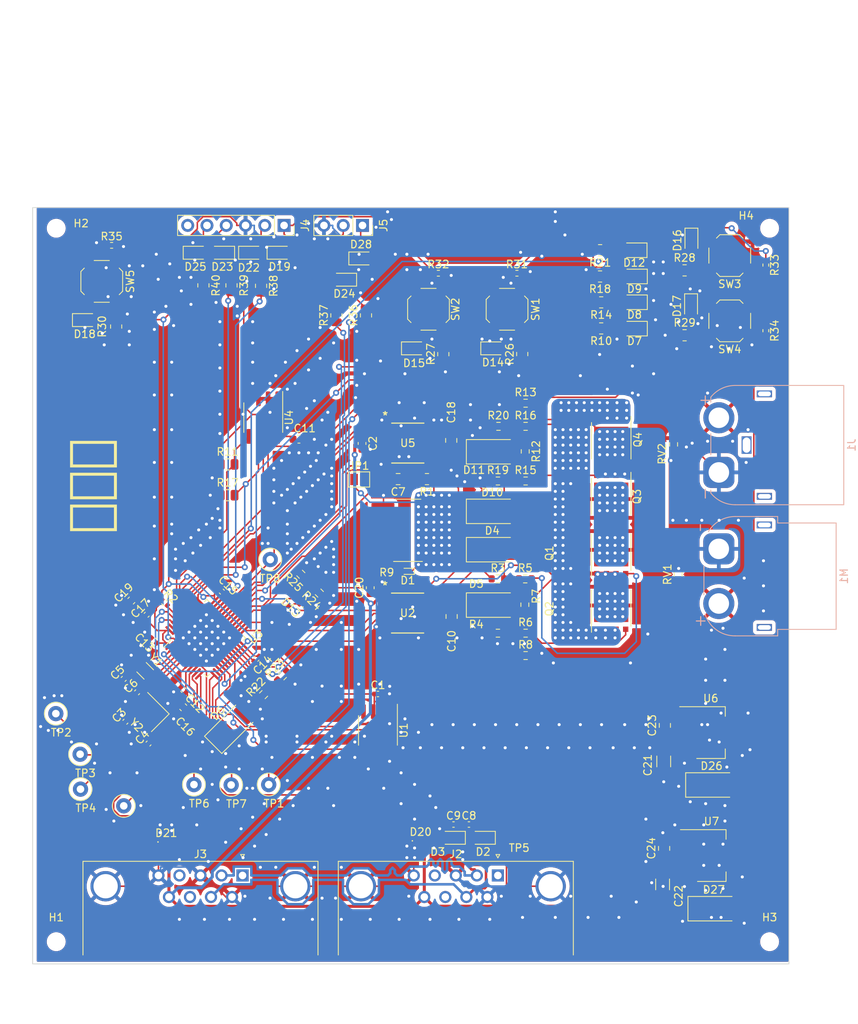
<source format=kicad_pcb>
(kicad_pcb (version 20221018) (generator pcbnew)
  (layers (0 "F.Cu" signal) (31 "B.Cu" signal) (34 "B.Paste" user) (35 "F.Paste" user) (36 "B.SilkS" user "B.Silkscreen") (37 "F.SilkS" user "F.Silkscreen") (38 "B.Mask" user) (39 "F.Mask" user) (44 "Edge.Cuts" user))
  (net 0 "")
  (net 1 "+3.3V")
  (net 2 "GND")
  (net 3 "+12V")
  (net 4 "Net-(U3-PF0)")
  (net 5 "Net-(U3-PF1)")
  (net 6 "Net-(U3-PC14)")
  (net 7 "Net-(U3-PC15)")
  (net 8 "Net-(JP1-B)")
  (net 9 "/CAN_P")
  (net 10 "/CAN_N")
  (net 11 "Net-(M1-+)")
  (net 12 "Net-(U2-BST)")
  (net 13 "+3.3VA")
  (net 14 "Net-(M1--)")
  (net 15 "Net-(U5-BST)")
  (net 16 "/VSen")
  (net 17 "Net-(D4-K)")
  (net 18 "Net-(D4-A)")
  (net 19 "Net-(D5-K)")
  (net 20 "Net-(D5-A)")
  (net 21 "/COMP4_OUT")
  (net 22 "Net-(D7-A)")
  (net 23 "/COMP2_OUT")
  (net 24 "Net-(D8-A)")
  (net 25 "/IO_OUT4")
  (net 26 "Net-(D9-A)")
  (net 27 "Net-(D10-K)")
  (net 28 "Net-(D10-A)")
  (net 29 "Net-(D11-K)")
  (net 30 "Net-(D11-A)")
  (net 31 "/IO_OUT3")
  (net 32 "Net-(D12-A)")
  (net 33 "Net-(D14-A2)")
  (net 34 "Net-(D15-A2)")
  (net 35 "Net-(D16-A2)")
  (net 36 "Net-(D17-A2)")
  (net 37 "Net-(D18-A2)")
  (net 38 "Net-(D22-A2)")
  (net 39 "Net-(D23-A2)")
  (net 40 "Net-(D24-A2)")
  (net 41 "Net-(D25-A2)")
  (net 42 "Net-(D28-A2)")
  (net 43 "VDD")
  (net 50 "/SWO")
  (net 51 "Net-(Q1-G)")
  (net 52 "Net-(Q2-G)")
  (net 53 "Net-(Q3-G)")
  (net 54 "Net-(Q4-G)")
  (net 55 "Net-(U3-BOOT0)")
  (net 56 "/I2C_SDA")
  (net 57 "/I2C_SCL")
  (net 58 "/COMP4_INM")
  (net 59 "/IO_IN1")
  (net 60 "/IO_IN2")
  (net 61 "/TIM1_BKIN2")
  (net 62 "/TIM1_BKIN")
  (net 63 "/NRST")
  (net 64 "/USART3_TX")
  (net 65 "/USART3_RX")
  (net 66 "/SWCLK")
  (net 67 "/SWDIO")
  (net 68 "Net-(U3-PA0)")
  (net 69 "Net-(U3-PA1)")
  (net 70 "Net-(U3-PA2)")
  (net 71 "Net-(U3-PA3)")
  (net 72 "/DAC_OUT")
  (net 73 "/OPAMP_OUT")
  (net 74 "/CAN_TX_STM")
  (net 75 "/CAN_RX_STM")
  (net 76 "/IO_OUT2")
  (net 77 "/GATEHA")
  (net 78 "/GATELA")
  (net 79 "/GATELB")
  (net 80 "/GATEHB")
  (net 81 "/IO_OUT1")
  (net 82 "/ADC1_IN13")
  (footprint "Capacitor_SMD:C_0402_1005Metric" (layer "F.Cu") (at 73.914 137.922 45)
    (fp_text reference "C17")
    (fp_text value "CL05B104KO5NNNC")
  )
  (footprint "Package_SON:VSONP-8-1EP_5x6_P1.27mm" (layer "F.Cu") (at 135.13 137.0325 90)
    (fp_text reference "Q2")
    (fp_text value "TPHR9003NL")
  )
  (footprint "Diode_SMD:D_0805_2012Metric" (layer "F.Cu") (at 138.16 89.9 180)
    (fp_text reference "D12")
    (fp_text value "KT-0805G")
  )
  (footprint "Resistor_SMD:R_0805_2012Metric" (layer "F.Cu") (at 81.395 94.525 -90)
    (fp_text reference "R40")
    (fp_text value "0805W8F100JT5E")
  )
  (footprint "Capacitor_SMD:C_0402_1005Metric" (layer "F.Cu") (at 72.6576 148.1418 45)
    (fp_text reference "C6")
    (fp_text value "0402CG150J500NT")
  )
  (footprint "Resistor_SMD:R_0603_1608Metric" (layer "F.Cu") (at 94.234 132.588 135)
    (fp_text reference "R25")
    (fp_text value "0603WAF2001T5E")
  )
  (footprint "Resistor_SMD:R_0603_1608Metric" (layer "F.Cu") (at 123.8 133.2)
    (fp_text reference "R5")
    (fp_text value "0603WAF470JT5E")
  )
  (footprint "Diode_SMD:D_MELF" (layer "F.Cu") (at 119.45 129.35)
    (fp_text reference "D4")
    (fp_text value "SS34")
  )
  (footprint "Resistor_SMD:R_0805_2012Metric" (layer "F.Cu") (at 69.9 99.95 -90)
    (fp_text reference "R30")
    (fp_text value "0805W8F100JT5E")
  )
  (footprint "Diode_SMD:D_0805_2012Metric" (layer "F.Cu") (at 138.2 96.75 180)
    (fp_text reference "D8")
    (fp_text value "NCD0805R1")
  )
  (footprint "Diode_SMD:D_MELF" (layer "F.Cu") (at 119.45 124.3)
    (fp_text reference "D10")
    (fp_text value "SS34")
  )
  (footprint "Capacitor_SMD:C_0805_2012Metric" (layer "F.Cu") (at 114.1 138.15 90)
    (fp_text reference "C10")
    (fp_text value "CL21B224KBFNNNE")
  )
  (footprint "Capacitor_SMD:C_0603_1608Metric" (layer "F.Cu") (at 103.378 134.366 90)
    (fp_text reference "C20")
    (fp_text value "CL10A105KB8NNNC")
  )
  (footprint "Resistor_SMD:R_0805_2012Metric" (layer "F.Cu") (at 84.582 118.11)
    (fp_text reference "R11")
    (fp_text value "0805W8F3301T5E" hide)
  )
  (footprint "000localproj:SOIC8_D_TEX" (layer "F.Cu") (at 108.3 137.7)
    (fp_text reference "U2")
    (fp_text value "PLM2105DR")
  )
  (footprint "Jumper:SolderJumper-2_P1.3mm_Open_Pad1.0x1.5mm" (layer "F.Cu") (at 101.9 120.1)
    (fp_text reference "JP1")
    (fp_text value "Jumper_2_Open")
  )
  (footprint "Connector_PinSocket_2.54mm:PinSocket_1x03_P2.54mm_Vertical" (layer "F.Cu") (at 102.3591 86.6288 -90)
    (fp_text reference "J5")
    (fp_text value "Conn_01x03_Pin")
  )
  (footprint "Diode_SMD:D_0402_1005Metric" (layer "F.Cu") (at 110.0175 167.7097)
    (fp_text reference "D20")
    (fp_text value "ES0402V014BT")
  )
  (footprint "000localproj:R_2728_7142Metric" (layer "F.Cu") (at 108.35 126.5 180)
    (fp_text reference "R9")
    (fp_text value "HoXLR2728D-4W-7mR-1%")
  )
  (footprint "Resistor_SMD:R_0805_2012Metric" (layer "F.Cu") (at 84.582 122.174)
    (fp_text reference "R17")
    (fp_text value "0805W8F3301T5E")
  )
  (footprint "Capacitor_SMD:C_0805_2012Metric" (layer "F.Cu") (at 107.05 120.05 180)
    (fp_text reference "C7")
    (fp_text value "CL21C200JBANNNC")
  )
  (footprint "TestPoint:TestPoint_Loop_D1.80mm_Drill1.0mm_Beaded" (layer "F.Cu") (at 90 160.3)
    (fp_text reference "TP1")
    (fp_text value "TestPoint")
  )
  (footprint "Resistor_SMD:R_0805_2012Metric" (layer "F.Cu") (at 102.8191 98.4788 90)
    (fp_text reference "R36")
    (fp_text value "0805W8F100JT5E")
  )
  (footprint "Resistor_SMD:R_0603_1608Metric" (layer "F.Cu") (at 123.85 113.1)
    (fp_text reference "R16")
    (fp_text value "0603WAF470JT5E")
  )
  (footprint "Capacitor_SMD:C_0402_1005Metric" (layer "F.Cu") (at 104.394 148.362)
    (fp_text reference "C1")
    (fp_text value "CL05B104KO5NNNC")
  )
  (footprint "Button_Switch_SMD:SW_Push_1P1T_XKB_TS-1187A" (layer "F.Cu") (at 150.75 99.2 180)
    (fp_text reference "SW4")
    (fp_text value "TS-1187A-B-A-B")
  )
  (footprint "Resistor_SMD:R_0603_1608Metric" (layer "F.Cu") (at 123.85 140.35)
    (fp_text reference "R6")
    (fp_text value "0603WAF470JT5E")
  )
  (footprint "Resistor_SMD:R_0402_1005Metric" (layer "F.Cu") (at 155.5 91.85 -90)
    (fp_text reference "R33")
    (fp_text value "0402WGF1002TCE")
  )
  (footprint "Resistor_SMD:R_0402_1005Metric" (layer "F.Cu") (at 69.3 89.25)
    (fp_text reference "R35")
    (fp_text value "0402WGF1002TCE")
  )
  (footprint "Diode_SMD:D_0402_1005Metric" (layer "F.Cu") (at 93.726 136.144 135)
    (fp_text reference "D13")
    (fp_text value "ES0402V014BT")
  )
  (footprint "Resistor_SMD:R_0805_2012Metric" (layer "F.Cu") (at 123.405 103.575 90)
    (fp_text reference "R26")
    (fp_text value "0805W8F100JT5E")
  )
  (footprint "Diode_SMD:D_MELF" (layer "F.Cu") (at 119.45 116.45)
    (fp_text reference "D11")
    (fp_text value "SS34")
  )
  (footprint "Capacitor_SMD:C_0603_1608Metric" (layer "F.Cu") (at 78.74 150.114 135)
    (fp_text reference "C16")
    (fp_text value "CL10A105KB8NNNC")
  )
  (footprint "Connector_PinSocket_2.54mm:PinSocket_1x06_P2.54mm_Vertical" (layer "F.Cu") (at 92.025 86.625 -90)
    (fp_text reference "J4")
    (fp_text value "Conn_01x06_Pin")
  )
  (footprint "Diode_SMD:D_MELF" (layer "F.Cu") (at 119.45 136.65)
    (fp_text reference "D5")
    (fp_text value "SS34")
  )
  (footprint "Resistor_SMD:R_0603_1608Metric" (layer "F.Cu") (at 123.85 143.3)
    (fp_text reference "R8")
    (fp_text value "0603WAF1002T5E")
  )
  (footprint "Diode_SMD:D_SOD-323" (layer "F.Cu") (at 83.895 90.225 180)
    (fp_text reference "D23")
    (fp_text value "ESD3Z5.0C")
  )
  (footprint "Package_TO_SOT_SMD:SOT-223-3_TabPin2" (layer "F.Cu") (at 148.35 169.65)
    (fp_text reference "U7")
    (fp_text value "AMS1117-3.3")
  )
  (footprint "Diode_SMD:D_0805_2012Metric" (layer "F.Cu") (at 138.2 93.35 180)
    (fp_text reference "D9")
    (fp_text value "KT-0805Y")
  )
  (footprint "Package_TO_SOT_SMD:SOT-223-3_TabPin2" (layer "F.Cu") (at 148.25 153.45)
    (fp_text reference "U6")
    (fp_text value "AMS1117-3.3")
  )
  (footprint "Crystal:Crystal_SMD_3215-2Pin_3.2x1.5mm" (layer "F.Cu") (at 73.7183 145.3134 -45)
    (fp_text reference "Y1")
    (fp_text value "Q13FC1350000400")
  )
  (footprint "Diode_SMD:D_SOD-323" (layer "F.Cu") (at 87.645 90.225)
    (fp_text reference "D22")
    (fp_text value "ESD3Z5.0C")
  )
  (footprint "Button_Switch_SMD:SW_Push_1P1T_XKB_TS-1187A" (layer "F.Cu") (at 68 94 -90)
    (fp_text reference "SW5")
    (fp_text value "TS-1187A-B-A-B")
  )
  (footprint "Resistor_SMD:R_0402_1005Metric" (layer "F.Cu") (at 76.278 136.319 -45)
    (fp_text reference "R2")
    (fp_text value "0402WGF1002TCE")
  )
  (footprint "Resistor_SMD:R_0603_1608Metric" (layer "F.Cu") (at 123.85 120.3)
    (fp_text reference "R15")
    (fp_text value "0603WAF470JT5E")
  )
  (footprint "Package_QFP:LQFP-48_7x7mm_P0.5mm" (layer "F.Cu") (at 81.85 141 45)
    (fp_text reference "U3")
    (fp_text value "STM32F302C8Tx")
  )
  (footprint "Capacitor_SMD:C_0402_1005Metric" (layer "F.Cu") (at 116.383 165.5597)
    (fp_text reference "C8")
    (fp_text value "0402CG150J500NT")
  )
  (footprint "Capacitor_SMD:C_0402_1005Metric" (layer "F.Cu") (at 74.1606 154.8894 45)
    (fp_text reference "C4")
    (fp_text value "CL05C100JB5NNNC")
  )
  (footprint "Diode_SMD:D_0402_1005Metric" (layer "F.Cu") (at 76.5 167.8597)
    (fp_text reference "D21")
    (fp_text value "ES0402V014BT")
  )
  (footprint "Resistor_SMD:R_0805_2012Metric" (layer "F.Cu") (at 133.66 93.355 180)
    (fp_text reference "R18")
    (fp_text value "0805W8F1000T5E")
  )
  (footprint "Diode_SMD:D_SOD-323" (layer "F.Cu") (at 145.65 97.25 -90)
    (fp_text reference "D17")
    (fp_text value "ESD3Z5.0C")
  )
  (footprint "MountingHole:MountingHole_2mm" (layer "F.Cu") (at 62 181)
    (fp_text reference "H1")
    (fp_text value "MountingHole")
  )
  (footprint "Resistor_SMD:R_0603_1608Metric" (layer "F.Cu") (at 120.2 140.35)
    (fp_text reference "R4")
    (fp_text value "0603WAF470JT5E")
  )
  (footprint "Capacitor_SMD:C_1206_3216Metric" (layer "F.Cu") (at 141.9 173.45 -90)
    (fp_text reference "C22")
    (fp_text value "CL31B105KBHNNNE")
  )
  (footprint "Resistor_SMD:R_0603_1608Metric" (layer "F.Cu") (at 120.275 113.1)
    (fp_text reference "R20")
    (fp_text value "0603WAF470JT5E")
  )
  (footprint "Resistor_SMD:R_0603_1608Metric" (layer "F.Cu") (at 123.75 136.6 90)
    (fp_text reference "R7")
    (fp_text value "0603WAF1002T5E")
  )
  (footprint "Resistor_SMD:R_0805_2012Metric" (layer "F.Cu") (at 88.995 94.5875 -90)
    (fp_text reference "R38")
    (fp_text value "0805W8F100JT5E")
  )
  (footprint "TestPoint:TestPoint_Loop_D1.80mm_Drill1.0mm_Beaded" (layer "F.Cu") (at 85.05 160.35)
    (fp_text reference "TP7")
    (fp_text value "TestPoint")
  )
  (footprint "Capacitor_SMD:C_0603_1608Metric" (layer "F.Cu") (at 93.981 114.799)
    (fp_text reference "C11")
    (fp_text value "CL10A475KO8NNNC")
  )
  (footprint "TestPoint:TestPoint_Loop_D1.80mm_Drill1.0mm_Beaded" (layer "F.Cu") (at 65.2 160.9)
    (fp_text reference "TP4")
    (fp_text value "TestPoint")
  )
  (footprint "Package_SO:SOIC-8_3.9x4.9mm_P1.27mm" (layer "F.Cu") (at 104.394 153.162 -90)
    (fp_text reference "U1")
    (fp_text value "SN65HVD234")
  )
  (footprint "TestPoint:TestPoint_Loop_D1.80mm_Drill1.0mm_Beaded" (layer "F.Cu") (at 65.15 156.3)
    (fp_text reference "TP3")
    (fp_text value "TestPoint")
  )
  (footprint "Resistor_SMD:R_0603_1608Metric" (layer "F.Cu") (at 123.8 116.4 -90)
    (fp_text reference "R12")
    (fp_text value "0603WAF1002T5E")
  )
  (footprint "Diode_SMD:D_0805_2012Metric" (layer "F.Cu") (at 138.2 100.225 180)
    (fp_text reference "D7")
    (fp_text value "NCD0805R1")
  )
  (footprint "Resistor_SMD:R_0805_2012Metric" (layer "F.Cu") (at 133.81 96.765 180)
    (fp_text reference "R14")
    (fp_text value "0805W8F1000T5E")
  )
  (footprint "Capacitor_SMD:C_0402_1005Metric" (layer "F.Cu") (at 70.8898 146.374 45)
    (fp_text reference "C5")
    (fp_text value "0402CG150J500NT")
  )
  (footprint "Crystal:Crystal_SMD_3225-4Pin_3.2x2.5mm" (layer "F.Cu") (at 74.2981 150.7439 135)
    (fp_text reference "Y2")
    (fp_text value "X322516MLB4SI")
  )
  (footprint "Resistor_SMD:R_0603_1608Metric" (layer "F.Cu") (at 91.799 145.971 45)
    (fp_text reference "R23")
    (fp_text value "0603WAF7501T5E")
  )
  (footprint "Resistor_SMD:R_0603_1608Metric" (layer "F.Cu") (at 89.3241 148.4458 45)
    (fp_text reference "R22")
    (fp_text value "0603WAF3601T5E")
  )
  (footprint "Resistor_SMD:R_0805_2012Metric" (layer "F.Cu") (at 133.81 100.2 180)
    (fp_text reference "R10")
    (fp_text value "0805W8F1000T5E")
  )
  (footprint "Button_Switch_SMD:SW_Push_1P1T_XKB_TS-1187A" (layer "F.Cu") (at 150.75 90.6 180)
    (fp_text reference "SW3")
    (fp_text value "TS-1187A-B-A-B")
  )
  (footprint "Diode_SMD:D_MELF" (layer "F.Cu") (at 148.35 160.35)
    (fp_text reference "D26")
    (fp_text value "SS34")
  )
  (footprint "Capacitor_SMD:C_0402_1005Metric" (layer "F.Cu") (at 83.82 134.874 -45)
    (fp_text reference "C15")
    (fp_text value "CL05B104KO5NNNC")
  )
  (footprint "Package_SON:VSONP-8-1EP_5x6_P1.27mm" (layer "F.Cu") (at 135.13 122.3525 -90)
    (fp_text reference "Q3")
    (fp_text value "TPHR9003NL")
  )
  (footprint "Diode_SMD:D_SOD-323" (layer "F.Cu") (at 114.3 167.3097 180)
    (fp_text reference "D3")
    (fp_text value "ESD3Z5.0C")
  )
  (footprint "Resistor_SMD:R_0603_1608Metric" (layer "F.Cu") (at 120.2 120.3)
    (fp_text reference "R19")
    (fp_text value "0603WAF470JT5E")
  )
  (footprint "Diode_SMD:D_SOD-323" (layer "F.Cu") (at 118.25 167.3097 180)
    (fp_text reference "D2")
    (fp_text value "ESD3Z5.0C")
  )
  (footprint "Capacitor_SMD:C_0805_2012Metric" (layer "F.Cu") (at 142.1 168.7 90)
    (fp_text reference "C24")
    (fp_text value "CL21A226MAQNNNE")
  )
  (footprint "Button_Switch_SMD:SW_Push_1P1T_XKB_TS-1187A" (layer "F.Cu") (at 111.055 97.675 -90)
    (fp_text reference "SW2")
    (fp_text value "TS-1187A-B-A-B")
  )
  (footprint "Resistor_SMD:R_0402_1005Metric" (layer "F.Cu") (at 112.355 92.925)
    (fp_text reference "R32")
    (fp_text value "0402WGF1002TCE")
  )
  (footprint "Resistor_SMD:R_0805_2012Metric" (layer "F.Cu") (at 133.67 89.895 180)
    (fp_text reference "R21")
    (fp_text value "0805W8F1000T5E")
  )
  (footprint "000localproj:SOIC8_D_TEX" (layer "F.Cu") (at 108.3258 115.305)
    (fp_text reference "U5")
    (fp_text value "PLM2105DR")
  )
  (footprint "Package_SON:VSONP-8-1EP_5x6_P1.27mm" (layer "F.Cu") (at 135.135 115 -90)
    (fp_text reference "Q4")
    (fp_text value "TPHR9003NL")
  )
  (footprint "Resistor_SMD:R_0603_1608Metric" (layer "F.Cu") (at 123.85 110.05)
    (fp_text reference "R13")
    (fp_text value "0603WAF1002T5E")
  )
  (footprint "Diode_SMD:D_SOD-923" (layer "F.Cu") (at 108.3275 132.2 180)
    (fp_text reference "D1")
    (fp_text value "ESD9X3.3ST5G")
  )
  (footprint "TestPoint:TestPoint_Loop_D1.80mm_Drill1.0mm_Beaded" (layer "F.Cu") (at 70.9 163.1)
    (fp_text reference "TP5")
    (fp_text value "TestPoint")
  )
  (footprint "Resistor_SMD:R_0805_2012Metric" (layer "F.Cu") (at 110.85 120.05 180)
    (fp_text reference "R1")
    (fp_text value "0805W8F100JT5E")
  )
  (footprint "Connector_Dsub:DSUB-9_Female_Horizontal_P2.77x2.84mm_EdgePinOffset7.70mm_Housed_MountingHolesOffset9.12mm" (layer "F.Cu") (at 86.55 172.2697)
    (fp_text reference "J3")
    (fp_text value "5788797-1")
  )
  (footprint "Resistor_SMD:R_0805_2012Metric" (layer "F.Cu") (at 85.095 94.525 -90)
    (fp_text reference "R39")
    (fp_text value "0805W8F100JT5E")
  )
  (footprint "Button_Switch_SMD:SW_Push_1P1T_XKB_TS-1187A" (layer "F.Cu") (at 121.405 97.675 -90)
    (fp_text reference "SW1")
    (fp_text value "TS-1187A-B-A-B")
  )
  (footprint "Diode_SMD:D_SOD-323" (layer "F.Cu") (at 91.395 90.225)
    (fp_text reference "D19")
    (fp_text value "ESD3Z5.0C")
  )
  (footprint "Resistor_SMD:R_0603_1608Metric" (layer "F.Cu") (at 96.67 135.0664 135)
    (fp_text reference "R24")
    (fp_text value "0603WAF1802T5E")
  )
  (footprint "Diode_SMD:D_SOD-323" (layer "F.Cu") (at 99.9691 93.7788 180)
    (fp_text reference "D24")
    (fp_text value "ESD3Z5.0C")
  )
  (footprint "Diode_SMD:D_SOD-323" (layer "F.Cu") (at 119.555 102.825)
    (fp_text reference "D14")
    (fp_text value "ESD3Z5.0C")
  )
  (footprint "Resistor_SMD:R_0805_2012Metric" (layer "F.Cu") (at 144.8 101.1)
    (fp_text reference "R29")
    (fp_text value "0805W8F100JT5E")
  )
  (footprint "Resistor_SMD:R_0603_1608Metric" (layer "F.Cu") (at 143.95 132.6 90)
    (fp_text reference "RV1")
    (fp_text value "SDV1608H260C050YPTF")
  )
  (footprint "Capacitor_SMD:C_0805_2012Metric" (layer "F.Cu") (at 114.05 114.95 90)
    (fp_text reference "C18")
    (fp_text value "CL21B224KBFNNNE")
  )
  (footprint "Diode_SMD:D_SOD-323" (layer "F.Cu") (at 109.105 102.825)
    (fp_text reference "D15")
    (fp_text value "ESD3Z5.0C")
  )
  (footprint "TestPoint:TestPoint_Loop_D1.80mm_Drill1.0mm_Beaded" (layer "F.Cu") (at 61.95 150.95)
    (fp_text reference "TP2")
    (fp_text value "TestPoint")
  )
  (footprint "Resistor_SMD:R_0603_1608Metric" (layer "F.Cu") (at 120.2 133.2)
    (fp_text reference "R3")
    (fp_text value "0603WAF470JT5E")
  )
  (footprint "Resistor_SMD:R_0805_2012Metric" (layer "F.Cu") (at 113.005 103.5875 90)
    (fp_text reference "R27")
    (fp_text value "0805W8F100JT5E")
  )
  (footprint "Capacitor_SMD:C_0402_1005Metric" (layer "F.Cu") (at 114.35 165.5597)
    (fp_text reference "C9")
    (fp_text value "0402CG150J500NT")
  )
  (footprint "Resistor_SMD:R_0603_1608Metric" (layer "F.Cu") (at 143.35 115.475 -90)
    (fp_text reference "RV2")
    (fp_text value "SDV1608H260C050YPTF")
  )
  (footprint "Diode_SMD:D_SOD-323" (layer "F.Cu") (at 80.345 90.225)
    (fp_text reference "D25")
    (fp_text value "ESD3Z5.0C")
  )
  (footprint "Package_SON:VSONP-8-1EP_5x6_P1.27mm" (layer "F.Cu") (at 135.13 129.7025 90)
    (fp_text reference "Q1")
    (fp_text value "TPHR9003NL")
  )
  (footprint "Resistor_SMD:R_0805_2012Metric" (layer "F.Cu") (at 98.9191 98.4788 90)
    (fp_text reference "R37")
    (fp_text value "0805W8F100JT5E")
  )
  (footprint "Capacitor_SMD:C_0805_2012Metric" (layer "F.Cu") (at 142.2 152.5 90)
    (fp_text reference "C23")
    (fp_text value "CL21A226MAQNNNE")
  )
  (footprint "Connector_Dsub:DSUB-9_Female_Horizontal_P2.77x2.84mm_EdgePinOffset7.70mm_Housed_MountingHolesOffset9.12mm" (layer "F.Cu") (at 120.195 172.2697)
    (fp_text reference "J2")
    (fp_text value "5788797-1")
  )
  (footprint "Diode_SMD:D_MELF" (layer "F.Cu") (at 85.09 152.654 45)
    (fp_text reference "D6")
    (fp_text value "SS34")
  )
  (footprint "Diode_SMD:D_SOD-323" (layer "F.Cu") (at 102.1691 90.9788)
    (fp_text reference "D28")
    (fp_text value "ESD3Z5.0C")
  )
  (footprint "Resistor_SMD:R_0402_1005Metric" (layer "F.Cu") (at 155.5 100.5 -90)
    (fp_text reference "R34")
    (fp_text value "0402WGF1002TCE")
  )
  (footprint "TestPoint:TestPoint_Loop_D1.80mm_Drill1.0mm_Beaded" (layer "F.Cu") (at 80.15 160.3)
    (fp_text reference "TP6")
    (fp_text value "TestPoint")
  )
  (footprint "Capacitor_SMD:C_0603_1608Metric" (layer "F.Cu") (at 71.8987 136.0482 45)
    (fp_text reference "C19")
    (fp_text value "CL10A475KO8NNNC")
  )
  (footprint "Diode_SMD:D_SOD-323" (layer "F.Cu") (at 145.7 88.6 -90)
    (fp_text reference "D16")
    (fp_text value "ESD3Z5.0C")
  )
  (footprint "Capacitor_SMD:C_0402_1005Metric" (layer "F.Cu") (at 71.1161 152.0167 45)
    (fp_text reference "C3")
    (fp_text value "CL05C100JB5NNNC")
  )
  (footprint "Capacitor_SMD:C_1206_3216Metric" (layer "F.Cu") (at 142.05 157.25 -90)
    (fp_text reference "C21")
    (fp_text value "CL31B105KBHNNNE")
  )
  (footprint "TestPoint:TestPoint_Loop_D1.80mm_Drill1.0mm_Beaded" (layer "F.Cu") (at 90.2 130.65)
    (fp_text reference "TP8")
    (fp_text value "TestPoint")
  )
  (footprint "Diode_SMD:D_MELF" (layer "F.Cu") (at 148.65 176.65)
    (fp_text reference "D27")
    (fp_text value "SS34")
  )
  (footprint "MountingHole:MountingHole_2mm" (layer "F.Cu") (at 62 87)
    (fp_text reference "H2")
    (fp_text value "MountingHole")
  )
  (footprint "Capacitor_SMD:C_0402_1005Metric" (layer "F.Cu") (at 78.74 147.828 135)
    (fp_text reference "C12")
    (fp_text value "CL05B103KB5NNNC")
  )
  (footprint "Capacitor_SMD:C_0402_1005Metric" (layer "F.Cu") (at 74.885 141.3182 135)
    (fp_text reference "C13")
    (fp_text value "CL05B104KO5NNNC")
  )
  (footprint "Package_SO:SOIC-8_3.9x4.9mm_P1.27mm" (layer "F.Cu") (at 89.281 111.949 -90)
    (fp_text reference "U4")
    (fp_text value "24LC256")
  )
  (footprint "Resistor_SMD:R_0402_1005Metric" (layer "F.Cu") (at 122.705 92.925)
    (fp_text reference "R31")
    (fp_text value "0402WGF1002TCE")
  )
  (footprint "MountingHole:MountingHole_2mm" (layer "F.Cu") (at 156 87)
    (fp_text reference "H4")
    (fp_text value "MountingHole")
  )
  (footprint "Capacitor_SMD:C_0402_1005Metric" (layer "F.Cu") (at 88.3907 143.7224 -135)
    (fp_text reference "C14")
    (fp_text value "CL05B104KO5NNNC")
  )
  (footprint "Diode_SMD:D_SOD-323" (layer "F.Cu") (at 65.75 99.1)
    (fp_text reference "D18")
    (fp_text value "ESD3Z5.0C")
  )
  (footprint "Capacitor_SMD:C_0603_1608Metric" (layer "F.Cu") (at 102.3 115.35 -90)
    (fp_text reference "C2")
    (fp_text value "CL10A105KB8NNNC")
  )
  (footprint "MountingHole:MountingHole_2mm" (layer "F.Cu") (at 156 181)
    (fp_text reference "H3")
    (fp_text value "MountingHole")
  )
  (footprint "Resistor_SMD:R_0805_2012Metric" (layer "F.Cu") (at 144.8 92.55)
    (fp_text reference "R28")
    (fp_text value "0805W8F100JT5E")
  )
  (footprint "Connector_AMASS:AMASS_XT60PW-F_1x02_P7.20mm_Horizontal" (layer "B.Cu") (at 149.306 129.242 90)
    (fp_text reference "M1")
    (fp_text value "Motor_DC")
  )
  (footprint "Connector_AMASS:AMASS_XT60IPW-M_1x03_P7.20mm_Horizontal" (layer "B.Cu") (at 149.314 119.17 90)
    (fp_text reference "J1")
    (fp_text value "Conn_01x02_Pin")
  )
  (gr_rect (start 58.9 84.275001) (end 158.55 183.925001) (stroke (width 0.1)) (fill none) (layer "Edge.Cuts"))
  (gr_text "熊味醂" (at 69.596 127.254 90) (layer "F.SilkS") (effects (font (size 5 5) (thickness 0.3) bold) (justify left bottom)))
  (segment (start 155.5 99.99) (end 156.1643 99.3257) (width 0.2) (layer "F.Cu") (net 1))
  (segment (start 93.1751 86.625) (end 94.3224 85.4777) (width 0.2) (layer "F.Cu") (net 1))
  (segment (start 86.7379 141.9988) (end 86.7379 141.999) (width 0.2) (layer "F.Cu") (net 1))
  (segment (start 153.924 136.9037) (end 153.924 103.7902) (width 0.2) (layer "F.Cu") (net 1))
  (segment (start 111.845 92.925) (end 112.473 92.297) (width 0.2) (layer "F.Cu") (net 1))
  (segment (start 83.6695 118.11) (end 83.6695 115.6916) (width 0.2) (layer "F.Cu") (net 1))
  (segment (start 88.122 143.383) (end 86.7379 141.999) (width 0.2) (layer "F.Cu") (net 1))
  (segment (start 86.7113 110.4332) (end 86.7113 96.2188) (width 0.2) (layer "F.Cu") (net 1))
  (segment (start 145.1 153.45) (end 148.8 153.45) (width 0.4) (layer "F.Cu") (net 1))
  (segment (start 76.6209 141.658) (end 76.7915 141.8285) (width 0.2) (layer "F.Cu") (net 1))
  (segment (start 71.882 88.7093) (end 71.882 89.408) (width 0.2) (layer "F.Cu") (net 1))
  (segment (start 88.7407 149.0292) (end 88.7408 149.029) (width 0.2) (layer "F.Cu") (net 1))
  (segment (start 73.9947 138.6811) (end 75.0016 139.6882) (width 0.2) (layer "F.Cu") (net 1))
  (segment (start 76.8264 129.0171) (end 76.8264 133.8773) (width 0.2) (layer "F.Cu") (net 1))
  (segment (start 76.7918 141.8285) (end 76.9621 141.9988) (width 0.2) (layer "F.Cu") (net 1))
  (segment (start 83.6695 115.6916) (end 87.8196 111.5415) (width 0.2) (layer "F.Cu") (net 1))
  (segment (start 75.0016 139.6882) (end 75.3144 140.001) (width 0.2) (layer "F.Cu") (net 1))
  (segment (start 68.79 89.25) (end 69.436 88.604) (width 0.2) (layer "F.Cu") (net 1))
  (segment (start 72.5807 89.408) (end 77.6977 94.525) (width 0.2) (layer "F.Cu") (net 1))
  (segment (start 128.1885 86.9315) (end 150.9315 86.9315) (width 0.2) (layer "F.Cu") (net 1))
  (segment (start 75.9174 135.831) (end 75.9174 134.7863) (width 0.2) (layer "F.Cu") (net 1))
  (segment (start 156.1643 92.0043) (end 155.5 91.34) (width 0.2) (layer "F.Cu") (net 1))
  (segment (start 75.9174 135.958) (end 75.9174 135.9584) (width 0.2) (layer "F.Cu") (net 1))
  (segment (start 94.3224 85.4777) (end 104.3977 85.4777) (width 0.2) (layer "F.Cu") (net 1))
  (segment (start 75.1922 137) (end 75.1922 137.319) (width 0.2) (layer "F.Cu") (net 1))
  (segment (start 96.4223 148.362) (end 103.914 148.362) (width 0.2) (layer "F.Cu") (net 1))
  (segment (start 83.6695 122.174) (end 76.8264 129.0171) (width 0.2) (layer "F.Cu") (net 1))
  (segment (start 92.831 114.424) (end 93.206 114.799) (width 0.2) (layer "F.Cu") (net 1))
  (segment (start 91.186 113.4456) (end 89.2819 111.5415) (width 0.2) (layer "F.Cu") (net 1))
  (segment (start 103.914 150.532) (end 103.914 149.3625) (width 0.2) (layer "F.Cu") (net 1))
  (segment (start 151.4 153.45) (end 151.4 159.7) (width 0.4) (layer "F.Cu") (net 1))
  (segment (start 92.025 86.625) (end 92.025 87.7751) (width 0.2) (layer "F.Cu") (net 1))
  (segment (start 82.8488 135.4217) (end 82.8488 135.221) (width 0.2) (layer "F.Cu") (net 1))
  (segment (start 73.9943 138.6811) (end 73.5746 138.2614) (width 0.2) (layer "F.Cu") (net 1))
  (segment (start 89.6339 94.5875) (end 92.445 91.7764) (width 0.2) (layer "F.Cu") (net 1))
  (segment (start 76.5118 140.001) (end 76.9621 140.001) (width 0.2) (layer "F.Cu") (net 1))
  (segment (start 156.1877 101.5027) (end 156.1877 100.6777) (width 0.2) (layer "F.Cu") (net 1))
  (segment (start 92.445 91.7764) (end 92.445 90.225) (width 0.2) (layer "F.Cu") (net 1))
  (segment (start 82.8488 135.4217) (end 81.5468 135.4217) (width 0.2) (layer "F.Cu") (net 1))
  (segment (start 75.2248 141.658) (end 75.2244 141.6576) (width 0.2) (layer "F.Cu") (net 1))
  (segment (start 76.5118 141.658) (end 76.6209 141.658) (width 0.2) (layer "F.Cu") (net 1))
  (segment (start 75.0016 137.5096) (end 75.0016 139.6882) (width 0.2) (layer "F.Cu") (net 1))
  (segment (start 75.2248 141.658) (end 76.5118 141.658) (width 0.2) (layer "F.Cu") (net 1))
  (segment (start 72.183 137.4285) (end 71.3507 136.5962) (width 0.2) (layer "F.Cu") (net 1))
  (segment (start 76.0561 140.4567) (end 76.0561 141.2023) (width 0.2) (layer "F.Cu") (net 1))
  (segment (start 77.6977 94.525) (end 85.6795 94.525) (width 0.2) (layer "F.Cu") (net 1))
  (segment (start 104.3977 85.4777) (end 111.845 92.925) (width 0.2) (layer "F.Cu") (net 1))
  (segment (start 75.2026 136.9896) (end 75.1922 137) (width 0.2) (layer "F.Cu") (net 1))
  (segment (start 155.5 90) (end 155.5 91.34) (width 0.2) (layer "F.Cu") (net 1))
  (segment (start 85.6795 94.525) (end 87.0423 95.8878) (width 0.2) (layer "F.Cu") (net 1))
  (segment (start 86.7113 96.2188) (end 87.0423 95.8878) (width 0.2) (layer "F.Cu") (net 1))
  (segment (start 75.3144 140.001) (end 76.5118 140.001) (width 0.2) (layer "F.Cu") (net 1))
  (segment (start 82.8488 136.112) (end 82.8488 135.4217) (width 0.2) (layer "F.Cu") (net 1))
  (segment (start 75.9174 135.831) (end 75.9174 135.958) (width 0.2) (layer "F.Cu") (net 1))
  (segment (start 151.4 159.7) (end 150.75 160.35) (width 0.4) (layer "F.Cu") (net 1))
  (segment (start 75.1922 137.319) (end 75.0016 137.5096) (width 0.2) (layer "F.Cu") (net 1))
  (segment (start 148.8 153.45) (end 151.4 153.45) (width 0.4) (layer "F.Cu") (net 1))
  (segment (start 148.8 142.0039) (end 153.9002 136.9037) (width 0.2) (layer "F.Cu") (net 1))
  (segment (start 76.7915 141.8285) (end 76.9621 141.999) (width 0.2) (layer "F.Cu") (net 1))
  (segment (start 82.8488 135.221) (end 83.7005 134.3696) (width 0.2) (layer "F.Cu") (net 1))
  (segment (start 75.2026 136.9839) (end 75.2026 136.9896) (width 0.2) (layer "F.Cu") (net 1))
  (segment (start 93.4705 145.4102) (end 96.4223 148.362) (width 0.2) (layer "F.Cu") (net 1))
  (segment (start 75.9174 136.2691) (end 75.2026 136.9839) (width 0.2) (layer "F.Cu") (net 1))
  (segment (start 93.4705 145.4102) (end 89.6567 149.224) (width 0.2) (layer "F.Cu") (net 1))
  (segment (start 73.9947 138.6811) (end 73.9943 138.6811) (width 0.2) (layer "F.Cu") (net 1))
  (segment (start 82.8488 136.112) (end 82.8488 136.1121) (width 0.2) (layer "F.Cu") (net 1))
  (segment (start 71.3507 136.596) (end 72.1834 137.4285) (width 0.2) (layer "F.Cu") (net 1))
  (segment (start 88.5463 149.224) (end 88.7407 149.0292) (width 0.2) (layer "F.Cu") (net 1))
  (segment (start 103.759 150.687) (end 103.914 150.532) (width 0.2) (layer "F.Cu") (net 1))
  (segment (start 72.1834 137.4285) (end 72.183 137.4285) (width 0.2) (layer "F.Cu") (net 1))
  (segment (start 87.0423 95.8878) (end 88.3426 94.5875) (width 0.2) (layer "F.Cu") (net 1))
  (segment (start 71.7767 88.604) (end 71.882 88.7093) (width 0.2) (layer "F.Cu") (net 1))
  (segment (start 73.5746 138.261) (end 73.9947 138.6811) (width 0.2) (layer "F.Cu") (net 1))
  (segment (start 92.025 86.625) (end 93.1751 86.625) (width 0.2) (layer "F.Cu") (net 1))
  (segment (start 91.186 114.424) (end 92.831 114.424) (width 0.2) (layer "F.Cu") (net 1))
  (segment (start 142.2 153.45) (end 145.1 153.45) (width 0.4) (layer "F.Cu") (net 1))
  (segment (start 150.9315 86.9315) (end 151 87) (width 0.2) (layer "F.Cu") (net 1))
  (segment (start 142.2 153.45) (end 110.9342 153.45) (width 0.2) (layer "F.Cu") (net 1))
  (segment (start 88.3426 94.5875) (end 89.6339 94.5875) (width 0.2) (layer "F.Cu") (net 1))
  (segment (start 86.8134 150.9569) (end 88.5463 149.224) (width 0.2) (layer "F.Cu") (net 1))
  (segment (start 73.016 138.261) (end 73.5746 138.261) (width 0.2) (layer "F.Cu") (net 1))
  (segment (start 76.7915 141.8285) (end 76.7918 141.8285) (width 0.2) (layer "F.Cu") (net 1))
  (segment (start 83.6695 122.174) (end 83.6695 118.11) (width 0.2) (layer "F.Cu") (net 1))
  (segment (start 148.8 153.45) (end 148.8 142.0039) (width 0.2) (layer "F.Cu") (net 1))
  (segment (start 153.9002 103.7902) (end 156.1877 101.5027) (width 0.2) (layer "F.Cu") (net 1))
  (segment (start 76.5118 140.001) (end 76.0561 140.4567) (width 0.2) (layer "F.Cu") (net 1))
  (segment (start 92.025 87.7751) (end 92.445 88.1951) (width 0.2) (layer "F.Cu") (net 1))
  (segment (start 156.1643 99.3257) (end 156.1643 92.0043) (width 0.2) (layer "F.Cu") (net 1))
  (segment (start 156.1877 100.6777) (end 155.5 99.99) (width 0.2) (layer "F.Cu") (net 1))
  (segment (start 106.8467 149.3625) (end 103.914 149.3625) (width 0.2) (layer "F.Cu") (net 1))
  (segment (start 89.6567 149.224) (end 88.5463 149.224) (width 0.2) (layer "F.Cu") (net 1))
  (segment (start 86.7871 150.9569) (end 86.8134 150.9569) (width 0.2) (layer "F.Cu") (net 1))
  (segment (start 121.567 92.297) (end 122.195 92.925) (width 0.2) (layer "F.Cu") (net 1))
  (segment (start 88.7301 143.383) (end 88.122 143.383) (width 0.2) (layer "F.Cu") (net 1))
  (segment (start 76.0561 141.2023) (end 76.5118 141.658) (width 0.2) (layer "F.Cu") (net 1))
  (segment (start 89.2819 111.5415) (end 87.8196 111.5415) (width 0.2) (layer "F.Cu") (net 1))
  (segment (start 92.445 88.1951) (end 92.445 90.225) (width 0.2) (layer "F.Cu") (net 1))
  (segment (start 71.882 89.408) (end 72.5807 89.408) (width 0.2) (layer "F.Cu") (net 1))
  (segment (start 112.473 92.297) (end 121.567 92.297) (width 0.2) (layer "F.Cu") (net 1))
  (segment (start 72.1834 137.4285) (end 73.016 138.261) (width 0.2) (layer "F.Cu") (net 1))
  (segment (start 88.8049 143.3082) (end 88.7301 143.383) (width 0.2) (layer "F.Cu") (net 1))
  (segment (start 76.9621 140.0012) (end 76.9621 140.001) (width 0.2) (layer "F.Cu") (net 1))
  (segment (start 69.436 88.604) (end 71.7767 88.604) (width 0.2) (layer "F.Cu") (net 1))
  (segment (start 75.9174 134.7863) (end 76.8264 133.8773) (width 0.2) (layer "F.Cu") (net 1))
  (segment (start 151 87) (end 151.0685 86.9315) (width 0.2) (layer "F.Cu") (net 1))
  (segment (start 75.2244 141.658) (end 75.2248 141.658) (width 0.2) (layer "F.Cu") (net 1))
  (segment (start 81.5468 135.4217) (end 81.391 135.5775) (width 0.2) (layer "F.Cu") (net 1))
  (segment (start 110.9342 153.45) (end 106.8467 149.3625) (width 0.2) (layer "F.Cu") (net 1))
  (segment (start 91.186 114.424) (end 91.186 113.4456) (width 0.2) (layer "F.Cu") (net 1))
  (segment (start 103.914 149.3625) (end 103.914 148.362) (width 0.2) (layer "F.Cu") (net 1))
  (segment (start 91.3685 143.3082) (end 88.8049 143.3082) (width 0.2) (layer "F.Cu") (net 1))
  (segment (start 75.9174 135.9584) (end 75.9174 136.2691) (width 0.2) (layer "F.Cu") (net 1))
  (segment (start 93.4705 145.4102) (end 91.3685 143.3082) (width 0.2) (layer "F.Cu") (net 1))
  (segment (start 122.195 92.925) (end 128.1885 86.9315) (width 0.2) (layer "F.Cu") (net 1))
  (segment (start 87.8196 111.5415) (end 86.7113 110.4332) (width 0.2) (layer "F.Cu") (net 1))
  (via (at 76.8264 133.8773) (size 0.8) (drill 0.4) (layers "F.Cu" "B.Cu") (net 1))
  (via (at 151 87) (size 0.8) (drill 0.4) (layers "F.Cu" "B.Cu") (net 1))
  (via (at 155.5 90) (size 0.8) (drill 0.4) (layers "F.Cu" "B.Cu") (net 1))
  (via (at 81.391 135.5775) (size 0.8) (drill 0.4) (layers "F.Cu" "B.Cu") (net 1))
  (segment (start 151 87) (end 154 90) (width 0.2) (layer "B.Cu") (net 1))
  (segment (start 154 90) (end 155.5 90) (width 0.2) (layer "B.Cu") (net 1))
  (segment (start 76.8264 133.8773) (end 79.6908 133.8773) (width 0.2) (layer "B.Cu") (net 1))
  (segment (start 79.6908 133.8773) (end 81.391 135.5775) (width 0.2) (layer "B.Cu") (net 1))
  (segment (start 70.612 144.526) (end 70.9984 144.526) (width 0.2) (layer "F.Cu") (net 2))
  (segment (start 66.125 91) (end 66.125 97) (width 0.2) (layer "F.Cu") (net 2))
  (segment (start 145.034 115.824) (end 146.35 116.3) (width 0.2) (layer "F.Cu") (net 2))
  (segment (start 108.4002 141.4989) (end 108.4002 143.3) (width 0.2) (layer "F.Cu") (net 2))
  (segment (start 71.4474 149.352) (end 71.12 149.352) (width 0.2) (layer "F.Cu") (net 2))
  (segment (start 92.5365 137.3197) (end 93.3693 136.4869) (width 0.2) (layer "F.Cu") (net 2))
  (segment (start 88.0513 144.0618) (end 88.0512 144.0619) (width 0.2) (layer "F.Cu") (net 2))
  (segment (start 70.866 137.2992) (end 70.4465 136.8797) (width 0.2) (layer "F.Cu") (net 2))
  (segment (start 68.51 173.6897) (end 74.05 173.6897) (width 0.2) (layer "F.Cu") (net 2))
  (segment (start 120.21 110.05) (end 116.772 110.05) (width 0.2) (layer "F.Cu") (net 2))
  (segment (start 95.0864 136.4869) (end 97.4561 134.1172) (width 0.2) (layer "F.Cu") (net 2))
  (segment (start 106.1169 117.21) (end 106.6321 117.21) (width 0.2) (layer "F.Cu") (net 2))
  (segment (start 71.882 143.6424) (end 71.882 143.256) (width 0.2) (layer "F.Cu") (net 2))
  (segment (start 66.125 91) (end 66.125 90.1999) (width 0.2) (layer "F.Cu") (net 2))
  (segment (start 84.945 90.225) (end 86.595 90.225) (width 0.2) (layer "F.Cu") (net 2))
  (segment (start 80.595 86.2309) (end 81.3511 85.4748) (width 0.2) (layer "F.Cu") (net 2))
  (segment (start 144.701 89.761) (end 146.0115 88.4505) (width 0.2) (layer "F.Cu") (net 2))
  (segment (start 120.582 110.05) (end 120.396 110.236) (width 0.2) (layer "F.Cu") (net 2))
  (segment (start 94.756 113.044) (end 91.186 109.474) (width 0.2) (layer "F.Cu") (net 2))
  (segment (start 74.05 173.6897) (end 75.47 172.2697) (width 0.2) (layer "F.Cu") (net 2))
  (segment (start 119.126 101.854) (end 118.8549 102.1251) (width 0.2) (layer "F.Cu") (net 2))
  (segment (start 109.115 168.1272) (end 109.5325 167.7097) (width 0.2) (layer "F.Cu") (net 2))
  (segment (start 132.7575 89.895) (end 132.7475 89.905) (width 0.2) (layer "F.Cu") (net 2))
  (segment (start 109.5325 167.7097) (end 110.1767 167.0655) (width 0.2) (layer "F.Cu") (net 2))
  (segment (start 92.3824 144.9351) (end 91.5093 144.062) (width 0.2) (layer "F.Cu") (net 2))
  (segment (start 107.695 173.6897) (end 109.115 172.2697) (width 0.2) (layer "F.Cu") (net 2))
  (segment (start 132.8975 96.765) (end 132.8975 100.2) (width 0.2) (layer "F.Cu") (net 2))
  (segment (start 147.75 88.725) (end 146.286 88.725) (width 0.2) (layer "F.Cu") (net 2))
  (segment (start 120.396 110.236) (end 120.21 110.05) (width 0.2) (layer "F.Cu") (net 2))
  (segment (start 145.1 151.15) (end 143.7999 151.15) (width 0.2) (layer "F.Cu") (net 2))
  (segment (start 72.4467 135.7759) (end 72.4467 135.5002) (width 0.2) (layer "F.Cu") (net 2))
  (segment (start 70.5504 146.7134) (end 70.5504 144.974) (width 0.2) (layer "F.Cu") (net 2))
  (segment (start 86.585 173.6897) (end 85.165 175.1097) (width 0.2) (layer "F.Cu") (net 2))
  (segment (start 131.275 151.55) (end 123.025 143.3) (width 0.2) (layer "F.Cu") (net 2))
  (segment (start 70.7767 150.9653) (end 70.612 151.13) (width 0.2) (layer "F.Cu") (net 2))
  (segment (start 102.155 173.6897) (end 107.695 173.6897) (width 0.2) (layer "F.Cu") (net 2))
  (segment (start 121.3262 173.6897) (end 120.23 173.6897) (width 0.2) (layer "F.Cu") (net 2))
  (segment (start 72.3182 148.4812) (end 71.411 147.574) (width 0.2) (layer "F.Cu") (net 2))
  (segment (start 78.4006 145.5101) (end 79.437 144.4737) (width 0.2) (layer "F.Cu") (net 2))
  (segment (start 74.5456 140.9788) (end 73.7748 140.208) (width 0.2) (layer "F.Cu") (net 2))
  (segment (start 108.055 101.2937) (end 108.055 102.825) (width 0.2) (layer "F.Cu") (net 2))
  (segment (start 67.31 89.0149) (end 66.125 90.1999) (width 0.2) (layer "F.Cu") (net 2))
  (segment (start 78.3716 89.3016) (end 80.595 87.0782) (width 0.2) (layer "F.Cu") (net 2))
  (segment (start 146.0115 87.8615) (end 145.7 87.55) (width 0.2) (layer "F.Cu") (net 2))
  (segment (start 109.22 168.656) (end 109.115 168.551) (width 0.2) (layer "F.Cu") (net 2))
  (segment (start 97.7172 113.044) (end 101.4461 109.3151) (width 0.2) (layer "F.Cu") (net 2))
  (segment (start 73.7748 140.208) (end 73.66 140.208) (width 0.2) (layer "F.Cu") (net 2))
  (segment (start 104.9473 133.591) (end 106.5165 133.591) (width 0.2) (layer "F.Cu") (net 2))
  (segment (start 106.3934 104.4866) (end 108.055 102.825) (width 0.2) (layer "F.Cu") (net 2))
  (segment (start 78.74 140.97) (end 79.502 140.97) (width 0.2) (layer "F.Cu") (net 2))
  (segment (start 86.595 90.225) (end 86.595 88.1251) (width 0.2) (layer "F.Cu") (net 2))
  (segment (start 101.1191 90.9788) (end 101.3582 90.9788) (width 0.2) (layer "F.Cu") (net 2))
  (segment (start 79.436998 144.473662) (end 80.65466 143.256) (width 0.2) (layer "F.Cu") (net 2))
  (segment (start 108.4002 144.895) (end 105.9413 147.3539) (width 0.2) (layer "F.Cu") (net 2))
  (segment (start 118.8549 101.5829) (end 119.126 101.854) (width 0.2) (layer "F.Cu") (net 2))
  (segment (start 145.2 167.35) (end 143.8999 167.35) (width 0.2) (layer "F.Cu") (net 2))
  (segment (start 83.202342 136.465678) (end 83.202342 136.507658) (width 0.2) (layer "F.Cu") (net 2))
  (segment (start 116.863 165.3234) (end 116.863 165.5597) (width 0.2) (layer "F.Cu") (net 2))
  (segment (start 86.945 86.625) (end 85.7949 86.625) (width 0.2) (layer "F.Cu") (net 2))
  (segment (start 65.4499 97) (end 65.4499 98.3501) (width 0.2) (layer "F.Cu") (net 2))
  (segment (start 71.12 147.283) (end 70.5504 146.7134) (width 0.2) (layer "F.Cu") (net 2))
  (segment (start 121.3262 169.3359) (end 119.3 167.3097) (width 0.2) (layer "F.Cu") (net 2))
  (segment (start 105.1253 126.6247) (end 105.1253 122.1896) (width 0.2) (layer "F.Cu") (net 2))
  (segment (start 109.18 100.675) (end 109.18 95.4751) (width 0.2) (layer "F.Cu") (net 2))
  (segment (start 70.7767 150.0227) (end 70.7767 150.9653) (width 0.2) (layer "F.Cu") (net 2))
  (segment (start 78.192 151.7238) (end 74.687 155.2288) (width 0.2) (layer "F.Cu") (net 2))
  (segment (start 77.2493 88.1793) (end 68.1456 88.1793) (width 0.2) (layer "F.Cu") (net 2))
  (segment (start 109.115 172.2697) (end 109.115 170.031) (width 0.2) (layer "F.Cu") (net 2))
  (segment (start 71.8366 153.416) (end 71.628 153.416) (width 0.2) (layer "F.Cu") (net 2))
  (segment (start 84.413411 135.254609) (end 83.202342 136.465678) (width 0.2) (layer "F.Cu") (net 2))
  (segment (start 94.0689 136.4869) (end 95.0864 136.4869) (width 0.2) (layer "F.Cu") (net 2))
  (segment (start 143.3999 151.55) (end 143.7999 151.15) (width 0.2) (layer "F.Cu") (net 2))
  (segment (start 70.7767 151.2947) (end 70.7767 152.3561) (width 0.2) (layer "F.Cu") (net 2))
  (segment (start 132.7475 92.1032) (end 132.7475 93.355) (width 0.2) (layer "F.Cu") (net 2))
  (segment (start 88.0513 144.062) (end 89.9107 144.062) (width 0.2) (layer "F.Cu") (net 2))
  (segment (start 144.7921 95.3421) (end 145.65 96.2) (width 0.2) (layer "F.Cu") (net 2))
  (segment (start 104.874 148.362) (end 105.8821 147.3539) (width 0.2) (layer "F.Cu") (net 2))
  (segment (start 118.8549 102.1251) (end 118.8549 102.4751) (width 0.2) (layer "F.Cu") (net 2))
  (segment (start 102.3 116.125) (end 103.3841 116.125) (width 0.2) (layer "F.Cu") (net 2))
  (segment (start 85.7949 86.3375) (end 85.7949 86.625) (width 0.2) (layer "F.Cu") (net 2))
  (segment (start 71.628 153.416) (end 71.628 153.2074) (width 0.2) (layer "F.Cu") (net 2))
  (segment (start 106.6321 115.7476) (end 106.6321 117.21) (width 0.2) (layer "F.Cu") (net 2))
  (segment (start 120.23 173.6897) (end 118.81 175.1097) (width 0.2) (layer "F.Cu") (net 2))
  (segment (start 140.077 151.55) (end 131.275 151.55) (width 0.2) (layer "F.Cu") (net 2))
  (segment (start 108.8425 100.675) (end 108.6737 100.675) (width 0.2) (layer "F.Cu") (net 2))
  (segment (start 140.077 151.55) (end 140.077 151.6346) (width 0.2) (layer "F.Cu") (net 2))
  (segment (start 142.1 167.75) (end 142.1 166.8098) (width 0.2) (layer "F.Cu") (net 2))
  (segment (start 73.66 140.208) (end 73.66 140.0932) (width 0.2) (layer "F.Cu") (net 2))
  (segment (start 129.6163 103.4812) (end 119.1612 103.4812) (width 0.2) (layer "F.Cu") (net 2))
  (segment (start 81.026 142.88466) (end 81.16266 142.748) (width 0.2) (layer "F.Cu") (net 2))
  (segment (start 112.3297 110.05) (end 106.6321 115.7476) (width 0.2) (layer "F.Cu") (net 2))
  (segment (start 105.05 129.3425) (end 107.9075 132.2) (width 0.2) (layer "F.Cu") (net 2))
  (segment (start 142.6456 92.1032) (end 143.2091 91.5397) (width 0.2) (layer "F.Cu") (net 2))
  (segment (start 142.2 151.55) (end 140.077 151.55) (width 0.2) (layer "F.Cu") (net 2))
  (segment (start 108.055 102.825) (end 108.7297 103.4997) (width 0.2) (layer "F.Cu") (net 2))
  (segment (start 113.87 165.5597) (end 113.25 166.1797) (width 0.2) (layer "F.Cu") (net 2))
  (segment (start 142.1 166.8098) (end 141.9327 166.6425) (width 0.2) (layer "F.Cu") (net 2))
  (segment (start 105.9255 156.0105) (end 105.9255 157.2309) (width 0.2) (layer "F.Cu") (net 2))
  (segment (start 78.192 149.566) (end 78.192 151.7238) (width 0.2) (layer "F.Cu") (net 2))
  (segment (start 74.2534 137.5826) (end 72.4467 135.7759) (width 0.2) (layer "F.Cu") (net 2))
  (segment (start 67.4249 88.9) (end 67.31 88.9) (width 0.2) (layer "F.Cu") (net 2))
  (segment (start 84.3576 175.1097) (end 81.5176 172.2697) (width 0.2) (layer "F.Cu") (net 2))
  (segment (start 109.115 170.031) (end 109.22 169.926) (width 0.2) (layer "F.Cu") (net 2))
  (segment (start 72.5048 138.938) (end 72.136 138.938) (width 0.2) (layer "F.Cu") (net 2))
  (segment (start 93.51 173.6897) (end 86.585 173.6897) (width 0.2) (layer "F.Cu") (net 2))
  (segment (start 142.1 167.75) (end 143.4999 167.75) (width 0.2) (layer "F.Cu") (net 2))
  (segment (start 101.1191 93.7788) (end 101.1191 90.9788) (width 0.2) (layer "F.Cu") (net 2))
  (segment (start 70.4465 136.3152) (end 71.2615 135.5002) (width 0.2) (layer "F.Cu") (net 2))
  (segment (start 74.687 155.2288) (end 73.8212 155.2288) (width 0.2) (layer "F.Cu") (net 2))
  (segment (start 141.9 173.7784) (end 141.9677 173.7107) (width 0.2) (layer "F.Cu") (net 2))
  (segment (start 88.0512 144.0619) (end 88.0513 144.062) (width 0.2) (layer "F.Cu") (net 2))
  (segment (start 84.9322 85.4748) (end 85.7949 86.3375) (width 0.2) (layer "F.Cu") (net 2))
  (segment (start 132.8975 100.2) (end 129.6163 103.4812) (width 0.2) (layer "F.Cu") (net 2))
  (segment (start 142.05 159.9299) (end 142.05 158.725) (width 0.2) (layer "F.Cu") (net 2))
  (segment (start 72.136 138.938) (end 72.136 138.5692) (width 0.2) (layer "F.Cu") (net 2))
  (segment (start 106.5063 139.605) (end 108.4002 141.4989) (width 0.2) (layer "F.Cu") (net 2))
  (segment (start 144.701 91.5397) (end 144.701 89.761) (width 0.2) (layer "F.Cu") (net 2))
  (segment (start 67.31 88.9) (end 67.31 89.0149) (width 0.2) (layer "F.Cu") (net 2))
  (segment (start 101.3582 90.9788) (end 101.9054 90.4316) (width 0.2) (layer "F.Cu") (net 2))
  (segment (start 108.4002 143.3) (end 123.025 143.3) (width 0.2) (layer "F.Cu") (net 2))
  (segment (start 106.299 155.637) (end 105.9255 156.0105) (width 0.2) (layer "F.Cu") (net 2))
  (segment (start 108.7705 157.2309) (end 116.863 165.3234) (width 0.2) (layer "F.Cu") (net 2))
  (segment (start 68.1456 88.1793) (end 67.4249 88.9) (width 0.2) (layer "F.Cu") (net 2))
  (segment (start 70.9984 144.526) (end 71.882 143.6424) (width 0.2) (layer "F.Cu") (net 2))
  (segment (start 105.8821 147.3539) (end 105.9413 147.3539) (width 0.2) (layer "F.Cu") (net 2))
  (segment (start 88.646 109.474) (end 89.916 109.474) (width 0.2) (layer "F.Cu") (net 2))
  (segment (start 71.12 149.352) (end 71.12 149.6794) (width 0.2) (layer "F.Cu") (net 2))
  (segment (start 86.3843 142.395) (end 88.0512 144.0619) (width 0.2) (layer "F.Cu") (net 2))
  (segment (start 72.136 138.5692) (end 71.4888 137.922) (width 0.2) (layer "F.Cu") (net 2))
  (segment (start 83.2023 136.466) (end 83.2024 136.4658) (width 0.2) (layer "F.Cu") (net 2))
  (segment (start 92.3824 145.3876) (end 92.3824 144.9351) (width 0.2) (layer "F.Cu") (net 2))
  (segment (start 66.125 97) (end 65.4499 97) (width 0.2) (layer "F.Cu") (net 2))
  (segment (start 142.2 151.55) (end 143.3999 151.55) (width 0.2) (layer "F.Cu") (net 2))
  (segment (start 106.6321 119.5179) (end 106.6321 117.21) (width 0.2) (layer "F.Cu") (net 2))
  (segment (start 108.7297 103.4997) (end 117.8303 103.4997) (width 0.2) (layer "F.Cu") (net 2))
  (segment (start 123.025 110.05) (end 120.582 110.05) (width 0.2) (layer "F.Cu") (net 2))
  (segment (start 132.7475 92.1032) (end 142.6456 92.1032) (width 0.2) (layer "F.Cu") (net 2))
  (segment (start 109.115 168.761) (end 109.22 168.656) (width 0.2) (layer "F.Cu") (net 2))
  (segment (start 106.5165 133.591) (end 107.9075 132.2) (width 0.2) (layer "F.Cu") (net 2))
  (segment (start 102.0153 94.675) (end 101.1191 93.7788) (width 0.2) (layer "F.Cu") (net 2))
  (segment (start 86.3843 142.352) (end 86.3843 142.3523) (width 0.2) (layer "F.Cu") (net 2))
  (segment (start 78.3716 89.3016) (end 77.2493 88.1793) (width 0.2) (layer "F.Cu") (net 2))
  (segment (start 71.12 149.6794) (end 70.7767 150.0227) (width 0.2) (layer "F.Cu") (net 2))
  (segment (start 83.2023 136.4657) (end 83.2024 136.4658) (width 0.2) (layer "F.Cu") (net 2))
  (segment (start 71.411 147.574) (end 71.12 147.574) (width 0.2) (layer "F.Cu") (net 2))
  (segment (start 104.731 104.4866) (end 106.3934 104.4866) (width 0.2) (layer "F.Cu") (net 2))
  (segment (start 70.866 137.922) (end 70.866 137.2992) (width 0.2) (layer "F.Cu") (net 2))
  (segment (start 70.612 144.9124) (end 70.612 144.526) (width 0.2) (layer "F.Cu") (net 2))
  (segment (start 90.345 90.225) (end 90.345 90.1246) (width 0.2) (layer "F.Cu") (net 2))
  (segment (start 97.4561 133.591) (end 103.378 133.591) (width 0.2) (layer "F.Cu") (net 2))
  (segment (start 119.1612 103.4812) (end 118.505 102.825) (width 0.2) (layer "F.Cu") (net 2))
  (segment (start 116.863 165.5597) (end 118.613 167.3097) (width 0.2) (layer "F.Cu") (net 2))
  (segment (start 109.18 94.675) (end 109.18 95.4751) (width 0.2) (layer "F.Cu") (net 2))
  (segment (start 118.8549 102.4751) (end 118.505 102.825) (width 0.2) (layer "F.Cu") (net 2))
  (segment (start 70.5504 144.974) (end 70.612 144.9124) (width 0.2) (layer "F.Cu") (net 2))
  (segment (start 94.756 113.044) (end 97.7172 113.044) (width 0.2) (layer "F.Cu") (net 2))
  (segment (start 143.2091 91.5397) (end 144.701 91.5397) (width 0.2) (layer "F.Cu") (net 2))
  (segment (start 106.1169 117.21) (end 105.6017 117.21) (width 0.2) (layer "F.Cu") (net 2))
  (segment (start 113.25 167.0655) (end 113.25 167.3097) (width 0.2) (layer "F.Cu") (net 2))
  (segment (start 65.4499 98.3501) (end 64.7 99.1) (width 0.2) (layer "F.Cu") (net 2))
  (segment (start 106.1 120.05) (end 106.6321 119.5179) (width 0.2) (layer "F.Cu") (net 2))
  (segment (start 105.029 151.3784) (end 105.9255 152.2749) (width 0.2) (layer "F.Cu") (net 2))
  (segment (start 78.63802 140.97) (end 78.74 140.97) (width 0.2) (layer "F.Cu") (net 2))
  (segment (start 146.35 116.3) (end 149.3 119.25) (width 0.2) (layer "F.Cu") (net 2))
  (segment (start 87.376 109.474) (end 88.646 109.474) (width 0.2) (layer "F.Cu") (net 2))
  (segment (start 95.8697 132.0046) (end 93.6506 132.0046) (width 0.2) (layer "F.Cu") (net 2))
  (segment (start 78.192 147.6972) (end 78.192 149.566) (width 0.2) (layer "F.Cu") (net 2))
  (segment (start 103.378 133.591) (end 104.9473 133.591) (width 0.2) (layer "F.Cu") (net 2))
  (segment (start 104.5714 117.8609) (end 104.8102 118.0997) (width 0.2) (layer "F.Cu") (net 2))
  (segment (start 84.413411 135.213411) (end 84.413411 134.972445) (width 0.2) (layer "F.Cu") (net 2))
  (segment (start 71.12 147.574) (end 71.12 147.283) (width 0.2) (layer "F.Cu") (net 2))
  (segment (start 72.2684 143.256) (end 73.152 142.3724) (width 0.2) (layer "F.Cu") (net 2))
  (segment (start 102.155 173.6897) (end 93.51 173.6897) (width 0.2) (layer "F.Cu") (net 2))
  (segment (start 147.75 97.325) (end 153.75 97.325) (width 0.2) (layer "F.Cu") (net 2))
  (segment (start 145.65 96.2) (end 145.65 97.325) (width 0.2) (layer "F.Cu") (net 2))
  (segment (start 84.413411 135.213411) (end 84.413411 135.254609) (width 0.2) (layer "F.Cu") (net 2))
  (segment (start 109.115 169.821) (end 109.115 168.761) (width 0.2) (layer "F.Cu") (net 2))
  (segment (start 89.916 109.474) (end 91.186 109.474) (width 0.2) (layer "F.Cu") (net 2))
  (segment (start 94.756 114.799) (end 94.756 113.044) (width 0.2) (layer "F.Cu") (net 2))
  (segment (start 93.3693 136.4869) (end 94.0689 136.4869) (width 0.2) (layer "F.Cu") (net 2))
  (segment (start 78.4006 147.4886) (end 78.4006 145.5101) (width 0.2) (layer "F.Cu") (net 2))
  (segment (start 132.7475 93.355) (end 132.8975 93.505) (width 0.2) (layer "F.Cu") (net 2))
  (segment (start 108.4002 143.3) (end 108.4002 144.895) (width 0.2) (layer "F.Cu") (net 2))
  (segment (start 80.65466 143.256) (end 81.026 143.256) (width 0.2) (layer "F.Cu") (net 2))
  (segment (start 105.029 150.687) (end 105.029 151.3784) (width 0.2) (layer "F.Cu") (net 2))
  (segment (start 113.25 170.8647) (end 114.655 172.2697) (width 0.2) (layer "F.Cu") (net 2))
  (segment (start 105.5759 139.605) (end 104.5456 139.605) (width 0.2) (layer "F.Cu") (net 2))
  (segment (start 86.3843 142.3523) (end 86.3843 142.395) (width 0.2) (layer "F.Cu") (net 2))
  (segment (start 143.35 116.3) (end 144.8882 116.3) (width 0.2) (layer "F.Cu") (net 2))
  (segment (start 70.4465 136.8797) (end 70.4465 136.3152) (width 0.2) (layer "F.Cu") (net 2))
  (segment (start 73.152 142.3724) (end 73.152 141.986) (width 0.2) (layer "F.Cu") (net 2))
  (segment (start 146.0115 88.4505) (end 146.0115 87.8615) (width 0.2) (layer "F.Cu") (net 2))
  (segment (start 127.155 173.6897) (end 121.3262 173.6897) (width 0.2) (layer "F.Cu") (net 2))
  (segment (start 109.115 168.551) (end 109.115 168.1272) (width 0.2) (layer "F.Cu") (net 2))
  (segment (start 71.628 153.2074) (end 70.7767 152.3561) (width 0.2) (layer "F.Cu") (net 2))
  (segment (start 77.315678 139.647658) (end 78.63802 140.97) (width 0.2) (layer "F.Cu") (net 2))
  (segment (start 132.7475 89.905) (end 132.7475 92.1032) (width 0.2) (layer "F.Cu") (net 2))
  (segment (start 145.65 97.325) (end 147.75 97.325) (width 0.2) (layer "F.Cu") (net 2))
  (segment (start 84.413411 134.972445) (end 84.800928 134.584928) (width 0.2) (layer "F.Cu") (net 2))
  (segment (start 104.4452 139.5046) (end 104.5456 139.605) (width 0.2) (layer "F.Cu") (net 2))
  (segment (start 71.4888 137.922) (end 70.866 137.922) (width 0.2) (layer "F.Cu") (net 2))
  (segment (start 113.25 167.3097) (end 113.25 170.8647) (width 0.2) (layer "F.Cu") (net 2))
  (segment (start 86.945 86.625) (end 86.945 87.7751) (width 0.2) (layer "F.Cu") (net 2))
  (segment (start 105.05 126.7) (end 105.05 129.3425) (width 0.2) (layer "F.Cu") (net 2))
  (segment (start 80.595 87.0782) (end 80.595 86.2309) (width 0.2) (layer "F.Cu") (net 2))
  (segment (start 86.595 88.1251) (end 86.945 87.7751) (width 0.2) (layer "F.Cu") (net 2))
  (segment (start 108.8425 100.675) (end 109.18 100.675) (width 0.2) (layer "F.Cu") (net 2))
  (segment (start 117.8303 103.4997) (end 118.505 102.825) (width 0.2) (layer "F.Cu") (net 2))
  (segment (start 72.3182 148.4812) (end 71.4474 149.352) (width 0.2) (layer "F.Cu") (net 2))
  (segment (start 73.6494 155.2288) (end 71.8366 153.416) (width 0.2) (layer "F.Cu") (net 2))
  (segment (start 118.8549 100.675) (end 118.8549 101.5829) (width 0.2) (layer "F.Cu") (net 2))
  (segment (start 144.7921 91.6308) (end 144.7921 95.3421) (width 0.2) (layer "F.Cu") (net 2))
  (segment (start 71.2615 135.5002) (end 72.4467 135.5002) (width 0.2) (layer "F.Cu") (net 2))
  (segment (start 75.47 168.4047) (end 75.47 172.2697) (width 0.2) (layer "F.Cu") (net 2))
  (segment (start 144.8882 98.0868) (end 144.8882 102.8882) (width 0.2) (layer "F.Cu") (net 2))
  (segment (start 85.165 175.1097) (end 84.3576 175.1097) (width 0.2) (layer "F.Cu") (net 2))
  (segment (start 144.701 91.5397) (end 144.7921 91.6308) (width 0.2) (layer "F.Cu") (net 2))
  (segment (start 119.53 100.675) (end 119.1925 100.675) (width 0.2) (layer "F.Cu") (net 2))
  (segment (start 119.53 100.3375) (end 119.53 94.675) (width 0.2) (layer "F.Cu") (net 2))
  (segment (start 119.1925 100.675) (end 119.53 100.3375) (width 0.2) (layer "F.Cu") (net 2))
  (segment (start 73.152 141.986) (end 73.5384 141.986) (width 0.2) (layer "F.Cu") (net 2))
  (segment (start 90.345 90.1246) (end 89.7254 89.505) (width 0.2) (layer "F.Cu") (net 2))
  (segment (start 119.1925 100.675) (end 118.8549 100.675) (width 0.2) (layer "F.Cu") (net 2))
  (segment (start 70.612 151.13) (end 70.7767 151.2947) (width 0.2) (layer "F.Cu") (net 2))
  (segment (start 116.586 110.236) (end 116.4 110.05) (width 0.2) (layer "F.Cu") (net 2))
  (segment (start 105.5759 139.605) (end 106.5063 139.605) (width 0.2) (layer "F.Cu") (net 2))
  (segment (start 143.4999 167.75) (end 143.8999 167.35) (width 0.2) (layer "F.Cu") (net 2))
  (segment (start 109.18 94.675) (end 102.0153 94.675) (width 0.2) (layer "F.Cu") (net 2))
  (segment (start 110.1767 167.0655) (end 113.25 167.0655) (width 0.2) (layer "F.Cu") (net 2))
  (segment (start 97.4561 133.591) (end 95.8697 132.0046) (width 0.2) (layer "F.Cu") (net 2))
  (segment (start 118.613 167.3097) (end 119.3 167.3097) (width 0.2) (layer "F.Cu") (net 2))
  (segment (start 144.8882 98.0868) (end 145.65 97.325) (width 0.2) (layer "F.Cu") (net 2))
  (segment (start 144.8882 116.3) (end 145.034 115.824) (width 0.2) (layer "F.Cu") (net 2))
  (segment (start 132.8975 93.505) (end 132.8975 96.765) (width 0.2) (layer "F.Cu") (net 2))
  (segment (start 73.66 140.0932) (end 72.5048 138.938) (width 0.2) (layer "F.Cu") (net 2))
  (segment (start 73.8212 155.2288) (end 73.6494 155.2288) (width 0.2) (layer "F.Cu") (net 2))
  (segment (start 97.4561 134.1172) (end 97.4561 133.591) (width 0.2) (layer "F.Cu") (net 2))
  (segment (start 104.5714 117.21) (end 104.5714 117.8609) (width 0.2) (layer "F.Cu") (net 2))
  (segment (start 101.1191 93.7788) (end 101.0191 93.7788) (width 0.2) (layer "F.Cu") (net 2))
  (segment (start 81.5176 172.2697) (end 81.01 172.2697) (width 0.2) (layer "F.Cu") (net 2))
  (segment (start 73.5384 141.986) (end 74.5456 140.9788) (width 0.2) (layer "F.Cu") (net 2))
  (segment (start 81.026 143.256) (end 81.026 142.88466) (width 0.2) (layer "F.Cu") (net 2))
  (segment (start 121.3262 173.6897) (end 121.3262 169.3359) (width 0.2) (layer "F.Cu") (net 2))
  (segment (start 153.75 88.725) (end 147.75 88.725) (width 0.2) (layer "F.Cu") (net 2))
  (segment (start 116.4 110.05) (end 112.3297 110.05) (width 0.2) (layer "F.Cu") (net 2))
  (segment (start 71.882 143.256) (end 72.2684 143.256) (width 0.2) (layer "F.Cu") (net 2))
  (segment (start 105.05 126.7) (end 105.1253 126.6247) (width 0.2) (layer "F.Cu") (net 2))
  (segment (start 146.286 88.725) (end 146.0115 88.4505) (width 0.2) (layer "F.Cu") (net 2))
  (segment (start 76.015 167.8597) (end 75.47 168.4047) (width 0.2) (layer "F.Cu") (net 2))
  (segment (start 83.202342 136.507658) (end 81.788 137.922) (width 0.2) (layer "F.Cu") (net 2))
  (segment (start 113.25 166.1797) (end 113.25 167.0655) (width 0.2) (layer "F.Cu") (net 2))
  (segment (start 79.295 90.225) (end 78.3716 89.3016) (width 0.2) (layer "F.Cu") (net 2))
  (segment (start 78.4006 147.4886) (end 78.192 147.6972) (width 0.2) (layer "F.Cu") (net 2))
  (segment (start 91.5093 144.062) (end 89.9107 144.062) (width 0.2) (layer "F.Cu") (net 2))
  (segment (start 104.1969 139.5046) (end 104.4452 139.5046) (width 0.2) (layer "F.Cu") (net 2))
  (segment (start 105.6017 117.21) (end 104.5714 117.21) (width 0.2) (layer "F.Cu") (net 2))
  (segment (start 109.22 169.926) (end 109.115 169.821) (width 0.2) (layer "F.Cu") (net 2))
  (segment (start 108.6737 100.675) (end 108.055 101.2937) (width 0.2) (layer "F.Cu") (net 2))
  (segment (start 81.3511 85.4748) (end 84.9322 85.4748) (width 0.2) (layer "F.Cu") (net 2))
  (segment (start 116.772 110.05) (end 116.586 110.236) (width 0.2) (layer "F.Cu") (net 2))
  (segment (start 141.9 174.925) (end 141.9 173.7784) (width 0.2) (layer "F.Cu") (net 2))
  (via (at 62.738 148.59) (size 0.8) (drill 0.4) (layers "F.Cu" "B.Cu") (net 2))
  (via (at 78.74 163.322) (size 0.8) (drill 0.4) (layers "F.Cu" "B.Cu") (net 2))
  (via (at 89.662 166.878) (size 0.8) (drill 0.4) (layers "F.Cu" "B.Cu") (net 2))
  (via (at 73.152 141.986) (size 0.8) (drill 0.4) (layers "F.Cu" "B.Cu") (net 2))
  (via (at 111.252 161.798) (size 0.8) (drill 0.4) (layers "F.Cu" "B.Cu") (net 2))
  (via (at 92.456 108.204) (size 0.8) (drill 0.4) (layers "F.Cu" "B.Cu") (net 2))
  (via (at 73.152 163.068) (size 0.8) (drill 0.4) (layers "F.Cu" "B.Cu") (net 2))
  (via (at 151.13 115.062) (size 0.8) (drill 0.4) (layers "F.Cu" "B.Cu") (net 2))
  (via (at 88.138 147.574) (size 0.8) (drill 0.4) (layers "F.Cu" "B.Cu") (net 2))
  (via (at 109.982 155.448) (size 0.8) (drill 0.4) (layers "F.Cu" "B.Cu") (net 2))
  (via (at 141.9677 173.7107) (size 0.8) (drill 0.4) (layers "F.Cu" "B.Cu") (net 2))
  (via (at 77.47 148.082) (size 0.8) (drill 0.4) (layers "F.Cu" "B.Cu") (net 2))
  (via (at 81.026 140.208) (size 0.8) (drill 0.4) (layers "F.Cu" "B.Cu") (net 2))
  (via (at 107.188 109.982) (size 0.8) (drill 0.4) (layers "F.Cu" "B.Cu") (net 2))
  (via (at 99.568 138.938) (size 0.8) (drill 0.4) (layers "F.Cu" "B.Cu") (net 2))
  (via (at 71.374 98.298) (size 0.8) (drill 0.4) (layers "F.Cu" "B.Cu") (net 2))
  (via (at 118.11 101.6) (size 0.8) (drill 0.4) (layers "F.Cu" "B.Cu") (net 2))
  (via (at 112.776 155.448) (size 0.8) (drill 0.4) (layers "F.Cu" "B.Cu") (net 2))
  (via (at 98.298 123.698) (size 0.8) (drill 0.4) (layers "F.Cu" "B.Cu") (net 2))
  (via (at 90.678 120.142) (size 0.8) (drill 0.4) (layers "F.Cu" "B.Cu") (net 2))
  (via (at 144.018 99.314) (size 0.8) (drill 0.4) (layers "F.Cu" "B.Cu") (net 2))
  (via (at 137.668 144.272) (size 0.8) (drill 0.4) (layers "F.Cu" "B.Cu") (net 2))
  (via (at 84.328 167.894) (size 0.8) (drill 0.4) (layers "F.Cu" "B.Cu") (net 2))
  (via (at 108.204 168.402) (size 0.8) (drill 0.4) (layers "F.Cu" "B.Cu") (net 2))
  (via (at 147.574 174.244) (size 0.8) (drill 0.4) (layers "F.Cu" "B.Cu") (net 2))
  (via (at 82.55 141.732) (size 0.8) (drill 0.4) (layers "F.Cu" "B.Cu") (net 2))
  (via (at 87.884 160.782) (size 0.8) (drill 0.4) (layers "F.Cu" "B.Cu") (net 2))
  (via (at 92.456 129.794) (size 0.8) (drill 0.4) (layers "F.Cu" "B.Cu") (net 2))
  (via (at 97.536 129.032) (size 0.8) (drill 0.4) (layers "F.Cu" "B.Cu") (net 2))
  (via (at 126.746 155.448) (size 0.8) (drill 0.4) (layers "F.Cu" "B.Cu") (net 2))
  (via (at 109.22 160.274) (size 0.8) (drill 0.4) (layers "F.Cu" "B.Cu") (net 2))
  (via (at 144.526 87.884) (size 0.8) (drill 0.4) (layers "F.Cu" "B.Cu") (net 2))
  (via (at 147.574 143.764) (size 0.8) (drill 0.4) (layers "F.Cu" "B.Cu") (net 2))
  (via (at 80.518 165.608) (size 0.8) (drill 0.4) (layers "F.Cu" "B.Cu") (net 2))
  (via (at 105.9255 152.2749) (size 0.8) (drill 0.4) (layers "F.Cu" "B.Cu") (net 2))
  (via (at 133.858 152.4) (size 0.8) (drill 0.4) (layers "F.Cu" "B.Cu") (net 2))
  (via (at 89.408 142.494) (size 0.8) (drill 0.4) (layers "F.Cu" "B.Cu") (net 2))
  (via (at 76.962 91.694) (size 0.8) (drill 0.4) (layers "F.Cu" "B.Cu") (net 2))
  (via (at 116.586 112.268) (size 0.8) (drill 0.4) (layers "F.Cu" "B.Cu") (net 2))
  (via (at 87.884 164.592) (size 0.8) (drill 0.4) (layers "F.Cu" "B.Cu") (net 2))
  (via (at 97.536 124.714) (size 0.8) (drill 0.4) (layers "F.Cu" "B.Cu") (net 2))
  (via (at 112.014 163.322) (size 0.8) (drill 0.4) (layers "F.Cu" "B.Cu") (net 2))
  (via (at 68.326 102.362) (size 0.8) (drill 0.4) (layers "F.Cu" "B.Cu") (net 2))
  (via (at 122.936 106.426) (size 0.8) (drill 0.4) (layers "F.Cu" "B.Cu") (net 2))
  (via (at 104.731 104.4866) (size 0.8) (drill 0.4) (layers "F.Cu" "B.Cu") (net 2))
  (via (at 107.442 158.75) (size 0.8) (drill 0.4) (layers "F.Cu" "B.Cu") (net 2))
  (via (at 67.31 154.94) (size 0.8) (drill 0.4) (layers "F.Cu" "B.Cu") (net 2))
  (via (at 99.314 156.718) (size 0.8) (drill 0.4) (layers "F.Cu" "B.Cu") (net 2))
  (via (at 73.66 153.416) (size 0.8) (drill 0.4) (layers "F.Cu" "B.Cu") (net 2))
  (via (at 129.54 155.448) (size 0.8) (drill 0.4) (layers "F.Cu" "B.Cu") (net 2))
  (via (at 103.378 178.054) (size 0.8) (drill 0.4) (layers "F.Cu" "B.Cu") (net 2))
  (via (at 83.566 99.314) (size 0.8) (drill 0.4) (layers "F.Cu" "B.Cu") (net 2))
  (via (at 114.808 119.634) (size 0.8) (drill 0.4) (layers "F.Cu" "B.Cu") (net 2))
  (via (at 135.382 155.448) (size 0.8) (drill 0.4) (layers "F.Cu" "B.Cu") (net 2))
  (via (at 74.93 134.62) (size 0.8) (drill 0.4) (layers "F.Cu" "B.Cu") (net 2))
  (via (at 108.204 90.424) (size 0.8) (drill 0.4) (layers "F.Cu" "B.Cu") (net 2))
  (via (at 142.24 101.092) (size 0.8) (drill 0.4) (layers "F.Cu" "B.Cu") (net 2))
  (via (at 94.742 119.126) (size 0.8) (drill 0.4) (layers "F.Cu" "B.Cu") (net 2))
  (via (at 107.95 106.172) (size 0.8) (drill 0.4) (layers "F.Cu" "B.Cu") (net 2))
  (via (at 81.026 158.242) (size 0.8) (drill 0.4) (layers "F.Cu" "B.Cu") (net 2))
  (via (at 71.882 96.012) (size 0.8) (drill 0.4) (layers "F.Cu" "B.Cu") (net 2))
  (via (at 109.728 153.416) (size 0.8) (drill 0.4) (layers "F.Cu" "B.Cu") (net 2))
  (via (at 96.266 117.602) (size 0.8) (drill 0.4) (layers "F.Cu" "B.Cu") (net 2))
  (via (at 120.65 101.6) (size 0.8) (drill 0.4) (layers "F.Cu" "B.Cu") (net 2))
  (via (at 142.05 159.9299) (size 0.8) (drill 0.4) (layers "F.Cu" "B.Cu") (net 2))
  (via (at 83.566 108.458) (size 0.8) (drill 0.4) (layers "F.Cu" "B.Cu") (net 2))
  (via (at 95.758 149.352) (size 0.8) (drill 0.4) (layers "F.Cu" "B.Cu") (net 2))
  (via (at 69.596 165.1) (size 0.8) (drill 0.4) (layers "F.Cu" "B.Cu") (net 2))
  (via (at 147.32 170.942) (size 0.8) (drill 0.4) (layers "F.Cu" "B.Cu") (net 2))
  (via (at 96.012 171.196) (size 0.8) (drill 0.4) (layers "F.Cu" "B.Cu") (net 2))
  (via (at 70.866 137.922) (size 0.8) (drill 0.4) (layers "F.Cu" "B.Cu") (net 2))
  (via (at 101.346 156.718) (size 0.8) (drill 0.4) (layers "F.Cu" "B.Cu") (net 2))
  (via (at 83.566 114.046) (size 0.8) (drill 0.4) (layers "F.Cu" "B.Cu") (net 2))
  (via (at 140.716 106.172) (size 0.8) (drill 0.4) (layers "F.Cu" "B.Cu") (net 2))
  (via (at 96.52 116.586) (size 0.8) (drill 0.4) (layers "F.Cu" "B.Cu") (net 2))
  (via (at 95.25 160.782) (size 0.8) (drill 0.4) (layers "F.Cu" "B.Cu") (net 2))
  (via (at 140.716 96.52) (size 0.8) (drill 0.4) (layers "F.Cu" "B.Cu") (net 2))
  (via (at 93.218 120.65) (size 0.8) (drill 0.4) (layers "F.Cu" "B.Cu") (net 2))
  (via (at 109.22 164.846) (size 0.8) (drill 0.4) (layers "F.Cu" "B.Cu") (net 2))
  (via (at 140.462 173.228) (size 0.8) (drill 0.4) (layers "F.Cu" "B.Cu") (net 2))
  (via (at 84.328 157.988) (size 0.8) (drill 0.4) (layers "F.Cu" "B.Cu") (net 2))
  (via (at 147.066 98.806) (size 0.8) (drill 0.4) (layers "F.Cu" "B.Cu") (net 2))
  (via (at 89.916 128.524) (size 0.8) (drill 0.4) (layers "F.Cu" "B.Cu") (net 2))
  (via (at 90.678 94.996) (size 0.8) (drill 0.4) (layers "F.Cu" "B.Cu") (net 2))
  (via (at 94.996 121.666) (size 0.8) (drill 0.4) (layers "F.Cu" "B.Cu") (net 2))
  (via (at 108.966 136.906) (size 0.8) (drill 0.4) (layers "F.Cu" "B.Cu") (net 2))
  (via (at 94.234 144.526) (size 0.8) (drill 0.4) (layers "F.Cu" "B.Cu") (net 2))
  (via (at 90.678 88.138) (size 0.8) (drill 0.4) (layers "F.Cu" "B.Cu") (net 2))
  (via (at 114.3 152.4) (size 0.8) (drill 0.4) (layers "F.Cu" "B.Cu") (net 2))
  (via (at 92.456 113.284) (size 0.8) (drill 0.4) (layers "F.Cu" "B.Cu") (net 2))
  (via (at 95.504 118.364) (size 0.8) (drill 0.4) (layers "F.Cu" "B.Cu") (net 2))
  (via (at 149.86 173.99) (size 0.8) (drill 0.4) (layers "F.Cu" "B.Cu") (net 2))
  (via (at 108.458 175.006) (size 0.8) (drill 0.4) (layers "F.Cu" "B.Cu") (net 2))
  (via (at 91.948 178.054) (size 0.8) (drill 0.4) (layers "F.Cu" "B.Cu") (net 2))
  (via (at 95.25 86.36) (size 0.8) (drill 0.4) (layers "F.Cu" "B.Cu") (net 2))
  (via (at 152.146 100.076) (size 0.8) (drill 0.4) (layers "F.Cu" "B.Cu") (net 2))
  (via (at 140.716 91.44) (size 0.8) (drill 0.4) (layers "F.Cu" "B.Cu") (net 2))
  (via (at 84.836 178.054) (size 0.8) (drill 0.4) (layers "F.Cu" "B.Cu") (net 2))
  (via (at 107.442 162.814) (size 0.8) (drill 0.4) (layers "F.Cu" "B.Cu") (net 2))
  (via (at 71.628 100.584) (size 0.8) (drill 0.4) (layers "F.Cu" "B.Cu") (net 2))
  (via (at 65.786 100.076) (size 0.8) (drill 0.4) (layers "F.Cu" "B.Cu") (net 2))
  (via (at 97.536 115.57) (size 0.8) (drill 0.4) (layers "F.Cu" "B.Cu") (net 2))
  (via (at 81.788 139.446) (size 0.8) (drill 0.4) (layers "F.Cu" "B.Cu") (net 2))
  (via (at 115.57 155.448) (size 0.8) (drill 0.4) (layers "F.Cu" "B.Cu") (net 2))
  (via (at 120.904 93.472) (size 0.8) (drill 0.4) (layers "F.Cu" "B.Cu") (net 2))
  (via (at 152.4 172.466) (size 0.8) (drill 0.4) (layers "F.Cu" "B.Cu") (net 2))
  (via (at 120.396 105.918) (size 0.8) (drill 0.4) (layers "F.Cu" "B.Cu") (net 2))
  (via (at 102.616 153.924) (size 0.8) (drill 0.4) (layers "F.Cu" "B.Cu") (net 2))
  (via (at 147.574 162.814) (size 0.8) (drill 0.4) (layers "F.Cu" "B.Cu") (net 2))
  (via (at 59.944 152.654) (size 0.8) (drill 0.4) (layers "F.Cu" "B.Cu") (net 2))
  (via (at 89.916 126.492) (size 0.8) (drill 0.4) (layers "F.Cu" "B.Cu") (net 2))
  (via (at 95.758 178.054) (size 0.8) (drill 0.4) (layers "F.Cu" "B.Cu") (net 2))
  (via (at 77.216 122.428) (size 0.8) (drill 0.4) (layers "F.Cu" "B.Cu") (net 2))
  (via (at 72.39 152.4) (size 0.8) (drill 0.4) (layers "F.Cu" "B.Cu") (net 2))
  (via (at 93.472 107.442) (size 0.8) (drill 0.4) (layers "F.Cu" "B.Cu") (net 2))
  (via (at 114.808 140.97) (size 0.8) (drill 0.4) (layers "F.Cu" "B.Cu") (net 2))
  (via (at 129.794 175.006) (size 0.8) (drill 0.4) (layers "F.Cu" "B.Cu") (net 2))
  (via (at 77.216 127.254) (size 0.8) (drill 0.4) (layers "F.Cu" "B.Cu") (net 2))
  (via (at 147.066 152.4) (size 0.8) (drill 0.4) (layers "F.Cu" "B.Cu") (net 2))
  (via (at 111.506 94.234) (size 0.8) (drill 0.4) (layers "F.Cu" "B.Cu") (net 2))
  (via (at 125.476 152.4) (size 0.8) (drill 0.4) (layers "F.Cu" "B.Cu") (net 2))
  (via (at 96.012 88.392) (size 0.8) (drill 0.4) (layers "F.Cu" "B.Cu") (net 2))
  (via (at 82.296 127.762) (size 0.8) (drill 0.4) (layers "F.Cu" "B.Cu") (net 2))
  (via (at 93.98 116.586) (size 0.8) (drill 0.4) (layers "F.Cu" "B.Cu") (net 2))
  (via (at 74.168 136.144) (size 0.8) (drill 0.4) (layers "F.Cu" "B.Cu") (net 2))
  (via (at 90.678 123.19) (size 0.8) (drill 0.4) (layers "F.Cu" "B.Cu") (net 2))
  (via (at 93.218 163.068) (size 0.8) (drill 0.4) (layers "F.Cu" "B.Cu") (net 2))
  (via (at 105.1253 122.1896) (size 0.8) (drill 0.4) (layers "F.Cu" "B.Cu") (net 2))
  (via (at 105.156 160.782) (size 0.8) (drill 0.4) (layers "F.Cu" "B.Cu") (net 2))
  (via (at 149.352 125.476) (size 0.8) (drill 0.4) (layers "F.Cu" "B.Cu") (net 2))
  (via (at 95.758 120.904) (size 0.8) (drill 0.4) (layers "F.Cu" "B.Cu") (net 2))
  (via (at 145.542 162.56) (size 0.8) (drill 0.4) (layers "F.Cu" "B.Cu") (net 2))
  (via (at 148.336 139.954) (size 0.8) (drill 0.4) (layers "F.Cu" "B.Cu") (net 2))
  (via (at 101.6 136.144) (size 0.8) (drill 0.4) (layers "F.Cu" "B.Cu") (net 2))
  (via (at 74.168 142.494) (size 0.8) (drill 0.4) (layers "F.Cu" "B.Cu") (net 2))
  (via (at 77.216 113.538) (size 0.8) (drill 0.4) (layers "F.Cu" "B.Cu") (net 2))
  (via (at 150.114 146.558) (size 0.8) (drill 0.4) (layers "F.Cu" "B.Cu") (net 2))
  (via (at 129.032 87.884) (size 0.8) (drill 0.4) (layers "F.Cu" "B.Cu") (net 2))
  (via (at 145.034 125.476) (size 0.8) (drill 0.4) (layers "F.Cu" "B.Cu") (net 2))
  (via (at 69.85 136.652) (size 0.8) (drill 0.4) (layers "F.Cu" "B.Cu") (net 2))
  (via (at 149.352 154.686) (size 0.8) (drill 0.4) (layers "F.Cu" "B.Cu") (net 2))
  (via (at 82.55 160.274) (size 0.8) (drill 0.4) (layers "F.Cu" "B.Cu") (net 2))
  (via (at 140.077 151.6346) (size 0.8) (drill 0.4) (layers "F.Cu" "B.Cu") (net 2))
  (via (at 147.32 165.608) (size 0.8) (drill 0.4) (layers "F.Cu" "B.Cu") (net 2))
  (via (at 71.628 102.362) (size 0.8) (drill 0.4) (layers "F.Cu" "B.Cu") (net 2))
  (via (at 115.57 169.164) (size 0.8) (drill 0.4) (layers "F.Cu" "B.Cu") (net 2))
  (via (at 118.364 155.448) (size 0.8) (drill 0.4) (layers "F.Cu" "B.Cu") (net 2))
  (via (at 86.36 166.116) (size 0.8) (drill 0.4) (layers "F.Cu" "B.Cu") (net 2))
  (via (at 147.066 125.476) (size 0.8) (drill 0.4) (layers "F.Cu" "B.Cu") (net 2))
  (via (at 81.026 138.684) (size 0.8) (drill 0.4) (layers "F.Cu" "B.Cu") (net 2))
  (via (at 86.868 146.05) (size 0.8) (drill 0.4) (layers "F.Cu" "B.Cu") (net 2))
  (via (at 83.058 96.774) (size 0.8) (drill 0.4) (layers "F.Cu" "B.Cu") (net 2))
  (via (at 92.202 104.648) (size 0.8) (drill 0.4) (layers "F.Cu" "B.Cu") (net 2))
  (via (at 103.124 158.242) (size 0.8) (drill 0.4) (layers "F.Cu" "B.Cu") (net 2))
  (via (at 125.984 143.002) (size 0.8) (drill 0.4) (layers "F.Cu" "B.Cu") (net 2))
  (via (at 94.996 110.744) (size 0.8) (drill 0.4) (layers "F.Cu" "B.Cu") (net 2))
  (via (at 141.986 91.44) (size 0.8) (drill 0.4) (layers "F.Cu" "B.Cu") (net 2))
  (via (at 139.7 94.996) (size 0.8) (drill 0.4) (layers "F.Cu" "B.Cu") (net 2))
  (via (at 77.47 99.822) (size 0.8) (drill 0.4) (layers "F.Cu" "B.Cu") (net 2))
  (via (at 81.534 178.054) (size 0.8) (drill 0.4) (layers "F.Cu" "B.Cu") (net 2))
  (via (at 93.726 153.924) (size 0.8) (drill 0.4) (layers "F.Cu" "B.Cu") (net 2))
  (via (at 105.9255 157.2309) (size 0.8) (drill 0.4) (layers "F.Cu" "B.Cu") (net 2))
  (via (at 93.472 147.066) (size 0.8) (drill 0.4) (layers "F.Cu" "B.Cu") (net 2))
  (via (at 102.108 95.504) (size 0.8) (drill 0.4) (layers "F.Cu" "B.Cu") (net 2))
  (via (at 78.232 170.18) (size 0.8) (drill 0.4) (layers "F.Cu" "B.Cu") (net 2))
  (via (at 86.106 158.242) (size 0.8) (drill 0.4) (layers "F.Cu" "B.Cu") (net 2))
  (via (at 127.762 177.8) (size 0.8) (drill 0.4) (layers "F.Cu" "B.Cu") (net 2))
  (via (at 109.728 140.97) (size 0.8) (drill 0.4) (layers "F.Cu" "B.Cu") (net 2))
  (via (at 78.994 156.464) (size 0.8) (drill 0.4) (layers "F.Cu" "B.Cu") (net 2))
  (via (at 147.828 152.4) (size 0.8) (drill 0.4) (layers "F.Cu" "B.Cu") (net 2))
  (via (at 109.22 138.176) (size 0.8) (drill 0.4) (layers "F.Cu" "B.Cu") (net 2))
  (via (at 86.614 169.926) (size 0.8) (drill 0.4) (layers "F.Cu" "B.Cu") (net 2))
  (via (at 104.1969 139.5046) (size 0.8) (drill 0.4) (layers "F.Cu" "B.Cu") (net 2))
  (via (at 88.138 178.054) (size 0.8) (drill 0.4) (layers "F.Cu" "B.Cu") (net 2))
  (via (at 108.204 92.456) (size 0.8) (drill 0.4) (layers "F.Cu" "B.Cu") (net 2))
  (via (at 92.71 139.192) (size 0.8) (drill 0.4) (layers "F.Cu" "B.Cu") (net 2))
  (via (at 80.772 126.746) (size 0.8) (drill 0.4) (layers "F.Cu" "B.Cu") (net 2))
  (via (at 143.51 165.608) (size 0.8) (drill 0.4) (layers "F.Cu" "B.Cu") (net 2))
  (via (at 146.812 95.25) (size 0.8) (drill 0.4) (layers "F.Cu" "B.Cu") (net 2))
  (via (at 136.906 152.4) (size 0.8) (drill 0.4) (layers "F.Cu" "B.Cu") (net 2))
  (via (at 82.55 143.256) (size 0.8) (drill 0.4) (layers "F.Cu" "B.Cu") (net 2))
  (via (at 139.954 140.462) (size 0.8) (drill 0.4) (layers "F.Cu" "B.Cu") (net 2))
  (via (at 82.042 170.434) (size 0.8) (drill 0.4) (layers "F.Cu" "B.Cu") (net 2))
  (via (at 145.796 115.316) (size 0.8) (drill 0.4) (layers "F.Cu" "B.Cu") (net 2))
  (via (at 147.574 149.606) (size 0.8) (drill 0.4) (layers "F.Cu" "B.Cu") (net 2))
  (via (at 111.506 152.4) (size 0.8) (drill 0.4) (layers "F.Cu" "B.Cu") (net 2))
  (via (at 135.89 101.6) (size 0.8) (drill 0.4) (layers "F.Cu" "B.Cu") (net 2))
  (via (at 80.264 142.494) (size 0.8) (drill 0.4) (layers "F.Cu" "B.Cu") (net 2))
  (via (at 93.726 103.124) (size 0.8) (drill 0.4) (layers "F.Cu" "B.Cu") (net 2))
  (via (at 98.552 129.286) (size 0.8) (drill 0.4) (layers "F.Cu" "B.Cu") (net 2))
  (via (at 121.92 94.234) (size 0.8) (drill 0.4) (layers "F.Cu" "B.Cu") (net 2))
  (via (at 90.17 92.456) (size 0.8) (drill 0.4) (layers "F.Cu" "B.Cu") (net 2))
  (via (at 148.082 154.432) (size 0.8) (drill 0.4) (layers "F.Cu" "B.Cu") (net 2))
  (via (at 109.22 169.926) (size 0.8) (drill 0.4) (layers "F.Cu" "B.Cu") (net 2))
  (via (at 93.726 87.884) (size 0.8) (drill 0.4) (layers "F.Cu" "B.Cu") (net 2))
  (via (at 84.074 141.732) (size 0.8) (drill 0.4) (layers "F.Cu" "B.Cu") (net 2))
  (via (at 149.86 139.7) (size 0.8) (drill 0.4) (layers "F.Cu" "B.Cu") (net 2))
  (via (at 91.44 91.44) (size 0.8) (drill 0.4) (layers "F.Cu" "B.Cu") (net 2))
  (via (at 99.568 142.494) (size 0.8) (drill 0.4) (layers "F.Cu" "B.Cu") (net 2))
  (via (at 86.868 175.006) (size 0.8) (drill 0.4) (layers "F.Cu" "B.Cu") (net 2))
  (via (at 93.472 92.202) (size 0.8) (drill 0.4) (layers "F.Cu" "B.Cu") (net 2))
  (via (at 104.8102 118.0997) (size 0.8) (drill 0.4) (layers "F.Cu" "B.Cu") (net 2))
  (via (at 72.136 138.938) (size 0.8) (drill 0.4) (layers "F.Cu" "B.Cu") (net 2))
  (via (at 122.682 152.4) (size 0.8) (drill 0.4) (layers "F.Cu" "B.Cu") (net 2))
  (via (at 83.312 123.952) (size 0.8) (drill 0.4) (layers "F.Cu" "B.Cu") (net 2))
  (via (at 80.264 91.186) (size 0.8) (drill 0.4) (layers "F.Cu" "B.Cu") (net 2))
  (via (at 67.31 88.9) (size 0.8) (drill 0.4) (layers "F.Cu" "B.Cu") (net 2))
  (via (at 153.162 150.876) (size 0.8) (drill 0.4) (layers "F.Cu" "B.Cu") (net 2))
  (via (at 79.502 140.208) (size 0.8) (drill 0.4) (layers "F.Cu" "B.Cu") (net 2))
  (via (at 84.074 88.392) (size 0.8) (drill 0.4) (layers "F.Cu" "B.Cu") (net 2))
  (via (at 102.616 106.172) (size 0.8) (drill 0.4) (layers "F.Cu" "B.Cu") (net 2))
  (via (at 84.836 140.97) (size 0.8) (drill 0.4) (layers "F.Cu" "B.Cu") (net 2))
  (via (at 77.724 132.08) (size 0.8) (drill 0.4) (layers "F.Cu" "B.Cu") (net 2))
  (via (at 134.62 108.204) (size 0.8) (drill 0.4) (layers "F.Cu" "B.Cu") (net 2))
  (via (at 145.034 115.824) (size 0.8) (drill 0.4) (layers "F.Cu" "B.Cu") (net 2))
  (via (at 71.12 149.352) (size 0.8) (drill 0.4) (layers "F.Cu" "B.Cu") (net 2))
  (via (at 94.996 135.382) (size 0.8) (drill 0.4) (layers "F.Cu" "B.Cu") (net 2))
  (via (at 83.312 162.306) (size 0.8) (drill 0.4) (layers "F.Cu" "B.Cu") (net 2))
  (via (at 150.114 142.494) (size 0.8) (drill 0.4) (layers "F.Cu" "B.Cu") (net 2))
  (via (at 87.122 160.782) (size 0.8) (drill 0.4) (layers "F.Cu" "B.Cu") (net 2))
  (via (at 95.25 105.664) (size 0.8) (drill 0.4) (layers "F.Cu" "B.Cu") (net 2))
  (via (at 132.334 155.448) (size 0.8) (drill 0.4) (layers "F.Cu" "B.Cu") (net 2))
  (via (at 72.644 158.75) (size 0.8) (drill 0.4) (layers "F.Cu" "B.Cu") (net 2))
  (via (at 112.776 112.268) (size 0.8) (drill 0.4) (layers "F.Cu" "B.Cu") (net 2))
  (via (at 109.982 92.456) (size 0.8) (drill 0.4) (layers "F.Cu" "B.Cu") (net 2))
  (via (at 82.55 125.222) (size 0.8) (drill 0.4) (layers "F.Cu" "B.Cu") (net 2))
  (via (at 121.158 155.448) (size 0.8) (drill 0.4) (layers "F.Cu" "B.Cu") (net 2))
  (via (at 96.012 130.556) (size 0.8) (drill 0.4) (layers "F.Cu" "B.Cu") (net 2))
  (via (at 117.856 113.284) (size 0.8) (drill 0.4) (layers "F.Cu" "B.Cu") (net 2))
  (via (at 149.606 150.876) (size 0.8) (drill 0.4) (layers "F.Cu" "B.Cu") (net 2))
  (via (at 113.284 105.918) (size 0.8) (drill 0.4) (layers "F.Cu" "B.Cu") (net 2))
  (via (at 95.504 138.938) (size 0.8) (drill 0.4) (layers "F.Cu" "B.Cu") (net 2))
  (via (at 140.208 155.448) (size 0.8) (drill 0.4) (layers "F.Cu" "B.Cu") (net 2))
  (via (at 87.884 99.314) (size 0.8) (drill 0.4) (layers "F.Cu" "B.Cu") (net 2))
  (via (at 138.684 108.966) (size 0.8) (drill 0.4) (layers "F.Cu" "B.Cu") (net 2))
  (via (at 136.144 177.8) (size 0.8) (drill 0.4) (layers "F.Cu" "B.Cu") (net 2))
  (via (at 89.408 162.814) (size 0.8) (drill 0.4) (layers "F.Cu" "B.Cu") (net 2))
  (via (at 77.724 129.286) (size 0.8) (drill 0.4) (layers "F.Cu" "B.Cu") (net 2))
  (via (at 80.01 129.794) (size 0.8) (drill 0.4) (layers "F.Cu" "B.Cu") (net 2))
  (via (at 80.264 139.446) (size 0.8) (drill 0.4) (layers "F.Cu" "B.Cu") (net 2))
  (via (at 84.800928 134.584928) (size 0.8) (drill 0.4) (layers "F.Cu" "B.Cu") (net 2))
  (via (at 74.93 98.044) (size 0.8) (drill 0.4) (layers "F.Cu" "B.Cu") (net 2))
  (via (at 147.32 168.148) (size 0.8) (drill 0.4) (layers "F.Cu" "B.Cu") (net 2))
  (via (at 122.174 141.732) (size 0.8) (drill 0.4) (layers "F.Cu" "B.Cu") (net 2))
  (via (at 96.774 129.794) (size 0.8) (drill 0.4) (layers "F.Cu" "B.Cu") (net 2))
  (via (at 96.774 100.076) (size 0.8) (drill 0.4) (layers "F.Cu" "B.Cu") (net 2))
  (via (at 88.9 171.196) (size 0.8) (drill 0.4) (layers "F.Cu" "B.Cu") (net 2))
  (via (at 80.264 140.97) (size 0.8) (drill 0.4) (layers "F.Cu" "B.Cu") (net 2))
  (via (at 90.678 121.666) (size 0.8) (drill 0.4) (layers "F.Cu" "B.Cu") (net 2))
  (via (at 119.888 152.4) (size 0.8) (drill 0.4) (layers "F.Cu" "B.Cu") (net 2))
  (via (at 119.126 101.854) (size 0.8) (drill 0.4) (layers "F.Cu" "B.Cu") (net 2))
  (via (at 98.298 153.924) (size 0.8) (drill 0.4) (layers "F.Cu" "B.Cu") (net 2))
  (via (at 87.63 91.44) (size 0.8) (drill 0.4) (layers "F.Cu" "B.Cu") (net 2))
  (via (at 127.762 86.106) (size 0.8) (drill 0.4) (layers "F.Cu" "B.Cu") (net 2))
  (via (at 83.312 140.97) (size 0.8) (drill 0.4) (layers "F.Cu" "B.Cu") (net 2))
  (via (at 87.884 107.442) (size 0.8) (drill 0.4) (layers "F.Cu" "B.Cu") (net 2))
  (via (at 86.106 155.194) (size 0.8) (drill 0.4) (layers "F.Cu" "B.Cu") (net 2))
  (via (at 152.654 178.562) (size 0.8) (drill 0.4) (layers "F.Cu" "B.Cu") (net 2))
  (via (at 116.84 139.446) (size 0.8) (drill 0.4) (layers "F.Cu" "B.Cu") (net 2))
  (via (at 105.664 84.836) (size 0.8) (drill 0.4) (layers "F.Cu" "B.Cu") (net 2))
  (via (at 153.416 155.702) (size 0.8) (drill 0.4) (layers "F.Cu" "B.Cu") (net 2))
  (via (at 96.266 136.652) (size 0.8) (drill 0.4) (layers "F.Cu" "B.Cu") (net 2))
  (via (at 97.79 88.392) (size 0.8) (drill 0.4) (layers "F.Cu" "B.Cu") (net 2))
  (via (at 71.628 91.948) (size 0.8) (drill 0.4) (layers "F.Cu" "B.Cu") (net 2))
  (via (at 121.666 104.902) (size 0.8) (drill 0.4) (layers "F.Cu" "B.Cu") (net 2))
  (via (at 87.884 104.648) (size 0.8) (drill 0.4) (layers "F.Cu" "B.Cu") (net 2))
  (via (at 96.52 131.572) (size 0.8) (drill 0.4) (layers "F.Cu" "B.Cu") (net 2))
  (via (at 143.764 102.87) (size 0.8) (drill 0.4) (layers "F.Cu" "B.Cu") (net 2))
  (via (at 78.74 128.524) (size 0.8) (drill 0.4) (layers "F.Cu" "B.Cu") (net 2))
  (via (at 75.438 93.726) (size 0.8) (drill 0.4) (layers "F.Cu" "B.Cu") (net 2))
  (via (at 95.758 156.718) (size 0.8) (drill 0.4) (layers "F.Cu" "B.Cu") (net 2))
  (via (at 79.756 93.472) (size 0.8) (drill 0.4) (layers "F.Cu" "B.Cu") (net 2))
  (via (at 81.026 143.256) (size 0.8) (drill 0.4) (layers "F.Cu" "B.Cu") (net 2))
  (via (at 150.114 163.068) (size 0.8) (drill 0.4) (layers "F.Cu" "B.Cu") (net 2))
  (via (at 84.074 140.208) (size 0.8) (drill 0.4) (layers "F.Cu" "B.Cu") (net 2))
  (via (at 85.852 97.282) (size 0.8) (drill 0.4) (layers "F.Cu" "B.Cu") (net 2))
  (via (at 110.998 90.424) (size 0.8) (drill 0.4) (layers "F.Cu" "B.Cu") (net 2))
  (via (at 101.4461 109.3151) (size 0.8) (drill 0.4) (layers "F.Cu" "B.Cu") (net 2))
  (via (at 74.93 130.556) (size 0.8) (drill 0.4) (layers "F.Cu" "B.Cu") (net 2))
  (via (at 98.552 131.318) (size 0.8) (drill 0.4) (layers "F.Cu" "B.Cu") (net 2))
  (via (at 127.508 144.272) (size 0.8) (drill 0.4) (layers "F.Cu" "B.Cu") (net 2))
  (via (at 89.154 158.242) (size 0.8) (drill 0.4) (layers "F.Cu" "B.Cu") (net 2))
  (via (at 107.696 155.448) (size 0.8) (drill 0.4) (layers "F.Cu" "B.Cu") (net 2))
  (via (at 73.406 91.948) (size 0.8) (drill 0.4) (layers "F.Cu" "B.Cu") (net 2))
  (via (at 147.574 146.558) (size 0.8) (drill 0.4) (layers "F.Cu" "B.Cu") (net 2))
  (via (at 98.806 175.26) (size 0.8) (drill 0.4) (layers "F.Cu" "B.Cu") (net 2))
  (via (at 137.922 108.712) (size 0.8) (drill 0.4) (layers "F.Cu" "B.Cu") (net 2))
  (via (at 82.296 122.174) (size 0.8) (drill 0.4) (layers "F.Cu" "B.Cu") (net 2))
  (via (at 104.9473 133.591) (size 0.8) (drill 0.4) (layers "F.Cu" "B.Cu") (net 2))
  (via (at 89.662 154.686) (size 0.8) (drill 0.4) (layers "F.Cu" "B.Cu") (net 2))
  (via (at 97.028 112.268) (size 0.8) (drill 0.4) (layers "F.Cu" "B.Cu") (net 2))
  (via (at 99.568 171.196) (size 0.8) (drill 0.4) (layers "F.Cu" "B.Cu") (net 2))
  (via (at 81.788 144.018) (size 0.8) (drill 0.4) (layers "F.Cu" "B.Cu") (net 2))
  (via (at 139.7 152.4) (size 0.8) (drill 0.4) (layers "F.Cu" "B.Cu") (net 2))
  (via (at 73.66 140.208) (size 0.8) (drill 0.4) (layers "F.Cu" "B.Cu") (net 2))
  (via (at 64.008 154.686) (size 0.8) (drill 0.4) (layers "F.Cu" "B.Cu") (net 2))
  (via (at 92.456 159.766) (size 0.8) (drill 0.4) (layers "F.Cu" "B.Cu") (net 2))
  (via (at 77.216 166.37) (size 0.8) (drill 0.4) (layers "F.Cu" "B.Cu") (net 2))
  (via (at 107.442 153.416) (size 0.8) (drill 0.4) (layers "F.Cu" "B.Cu") (net 2))
  (via (at 92.456 125.984) (size 0.8) (drill 0.4) (layers "F.Cu" "B.Cu") (net 2))
  (via (at 82.55 155.956) (size 0.8) (drill 0.4) (layers "F.Cu" "B.Cu") (net 2))
  (via (at 111.506 101.6) (size 0.8) (drill 0.4) (layers "F.Cu" "B.Cu") (net 2))
  (via (at 75.184 90.424) (size 0.8) (drill 0.4) (layers "F.Cu" "B.Cu") (net 2))
  (via (at 145.542 94.996) (size 0.8) (drill 0.4) (layers "F.Cu" "B.Cu") (net 2))
  (via (at 83.566 102.362) (size 0.8) (drill 0.4) (layers "F.Cu" "B.Cu") (net 2))
  (via (at 131.826 92.456) (size 0.8) (drill 0.4) (layers "F.Cu" "B.Cu") (net 2))
  (via (at 151.892 125.476) (size 0.8) (drill 0.4) (layers "F.Cu" "B.Cu") (net 2))
  (via (at 147.828 108.712) (size 0.8) (drill 0.4) (layers "F.Cu" "B.Cu") (net 2))
  (via (at 90.932 171.196) (size 0.8) (drill 0.4) (layers "F.Cu" "B.Cu") (net 2))
  (via (at 144.78 173.736) (size 0.8) (drill 0.4) (layers "F.Cu" "B.Cu") (net 2))
  (via (at 105.918 148.336) (size 0.8) (drill 0.4) (layers "F.Cu" "B.Cu") (net 2))
  (via (at 148.336 177.8) (size 0.8) (drill 0.4) (layers "F.Cu" "B.Cu") (net 2))
  (via (at 90.424 156.718) (size 0.8) (drill 0.4) (layers "F.Cu" "B.Cu") (net 2))
  (via (at 83.566 111.506) (size 0.8) (drill 0.4) (layers "F.Cu" "B.Cu") (net 2))
  (via (at 104.902 112.268) (size 0.8) (drill 0.4) (layers "F.Cu" "B.Cu") (net 2))
  (via (at 121.92 101.6) (size 0.8) (drill 0.4) (layers "F.Cu" "B.Cu") (net 2))
  (via (at 86.36 146.558) (size 0.8) (drill 0.4) (layers "F.Cu" "B.Cu") (net 2))
  (via (at 91.44 164.846) (size 0.8) (drill 0.4) (layers "F.Cu" "B.Cu") (net 2))
  (via (at 70.612 144.526) (size 0.8) (drill 0.4) (layers "F.Cu" "B.Cu") (net 2))
  (via (at 98.298 128.27) (size 0.8) (drill 0.4) (layers "F.Cu" "B.Cu") (net 2))
  (via (at 61.722 148.59) (size 0.8) (drill 0.4) (layers "F.Cu" "B.Cu") (net 2))
  (via (at 77.216 165.608) (size 0.8) (drill 0.4) (layers "F.Cu" "B.Cu") (net 2))
  (via (at 97.536 154.686) (size 0.8) (drill 0.4) (layers "F.Cu" "B.Cu") (net 2))
  (via (at 70.612 151.13) (size 0.8) (drill 0.4) (layers "F.Cu" "B.Cu") (net 2))
  (via (at 98.552 135.382) (size 0.8) (drill 0.4) (layers "F.Cu" "B.Cu") (net 2))
  (via (at 81.788 125.984) (size 0.8) (drill 0.4) (layers "F.Cu" "B.Cu") (net 2))
  (via (at 93.472 123.19) (size 0.8) (drill 0.4) (layers "F.Cu" "B.Cu") (net 2))
  (via (at 90.17 111.252) (size 0.8) (drill 0.4) (layers "F.Cu" "B.Cu") (net 2))
  (via (at 67.056 157.48) (size 0.8) (drill 0.4) (layers "F.Cu" "B.Cu") (net 2))
  (via (at 87.376 149.352) (size 0.8) (drill 0.4) (layers "F.Cu" "B.Cu") (net 2))
  (via (at 81.788 137.922) (size 0.8) (drill 0.4) (layers "F.Cu" "B.Cu") (net 2))
  (via (at 74.93 108.966) (size 0.8) (drill 0.4) (layers "F.Cu" "B.Cu") (net 2))
  (via (at 62.23 153.162) (size 0.8) (drill 0.4) (layers "F.Cu" "B.Cu") (net 2))
  (via (at 77.47 151.638) (size 0.8) (drill 0.4) (layers "F.Cu" "B.Cu") (net 2))
  (via (at 93.726 128.524) (size 0.8) (drill 0.4) (layers "F.Cu" "B.Cu") (net 2))
  (via (at 101.6 104.394) (size 0.8) (drill 0.4) (layers "F.Cu" "B.Cu") (net 2))
  (via (at 117.856 119.888) (size 0.8) (drill 0.4) (layers "F.Cu" "B.Cu") (net 2))
  (via (at 135.128 175.006) (size 0.8) (drill 0.4) (layers "F.Cu" "B.Cu") (net 2))
  (via (at 71.882 154.94) (size 0.8) (drill 0.4) (layers "F.Cu" "B.Cu") (net 2))
  (via (at 101.346 154.686) (size 0.8) (drill 0.4) (layers "F.Cu" "B.Cu") (net 2))
  (via (at 97.028 175.26) (size 0.8) (drill 0.4) (layers "F.Cu" "B.Cu") (net 2))
  (via (at 95.25 101.6) (size 0.8) (drill 0.4) (layers "F.Cu" "B.Cu") (net 2))
  (via (at 94.488 127.762) (size 0.8) (drill 0.4) (layers "F.Cu" "B.Cu") (net 2))
  (via (at 107.442 113.03) (size 0.8) (drill 0.4) (layers "F.Cu" "B.Cu") (net 2))
  (via (at 119.126 178.054) (size 0.8) (drill 0.4) (layers "F.Cu" "B.Cu") (net 2))
  (via (at 83.566 126.492) (size 0.8) (drill 0.4) (layers "F.Cu" "B.Cu") (net 2))
  (via (at 98.552 132.334) (size 0.8) (drill 0.4) (layers "F.Cu" "B.Cu") (net 2))
  (via (at 90.424 142.494) (size 0.8) (drill 0.4) (layers "F.Cu" "B.Cu") (net 2))
  (via (at 109.22 168.656) (size 0.8) (drill 0.4) (layers "F.Cu" "B.Cu") (net 2))
  (via (at 124.46 92.71) (size 0.8) (drill 0.4) (layers "F.Cu" "B.Cu") (net 2))
  (via (at 101.9054 90.4316) (size 0.8) (drill 0.4) (layers "F.Cu" "B.Cu") (net 2))
  (via (at 87.63 88.392) (size 0.8) (drill 0.4) (layers "F.Cu" "B.Cu") (net 2))
  (via (at 74.93 117.856) (size 0.8) (drill 0.4) (layers "F.Cu" "B.Cu") (net 2))
  (via (at 98.552 163.068) (size 0.8) (drill 0.4) (layers "F.Cu" "B.Cu") (net 2))
  (via (at 79.756 97.028) (size 0.8) (drill 0.4) (layers "F.Cu" "B.Cu") (net 2))
  (via (at 149.352 170.942) (size 0.8) (drill 0.4) (layers "F.Cu" "B.Cu") (net 2))
  (via (at 81.788 142.494) (size 0.8) (drill 0.4) (layers "F.Cu" "B.Cu") (net 2))
  (via (at 148.336 102.616) (size 0.8) (drill 0.4) (layers "F.Cu" "B.Cu") (net 2))
  (via (at 74.93 113.538) (size 0.8) (drill 0.4) (layers "F.Cu" "B.Cu") (net 2))
  (via (at 68.072 100.838) (size 0.8) (drill 0.4) (layers "F.Cu" "B.Cu") (net 2))
  (via (at 131.064 152.4) (size 0.8) (drill 0.4) (layers "F.Cu" "B.Cu") (net 2))
  (via (at 115.062 178.054) (size 0.8) (drill 0.4) (layers "F.Cu" "B.Cu") (net 2))
  (via (at 152.654 133.096) (size 0.8) (drill 0.4) (layers "F.Cu" "B.Cu") (net 2))
  (via (at 68.58 163.576) (size 0.8) (drill 0.4) (layers "F.Cu" "B.Cu") (net 2))
  (via (at 97.028 147.32) (size 0.8) (drill 0.4) (layers "F.Cu" "B.Cu") (net 2))
  (via (at 96.012 114.808) (size 0.8) (drill 0.4) (layers "F.Cu" "B.Cu") (net 2))
  (via (at 84.328 156.21) (size 0.8) (drill 0.4) (layers "F.Cu" "B.Cu") (net 2))
  (via (at 101.854 142.494) (size 0.8) (drill 0.4) (layers "F.Cu" "B.Cu") (net 2))
  (via (at 112.522 166.116) (size 0.8) (drill 0.4) (layers "F.Cu" "B.Cu") (net 2))
  (via (at 107.95 151.638) (size 0.8) (drill 0.4) (layers "F.Cu" "B.Cu") (net 2))
  (via (at 107.188 117.094) (size 0.8) (drill 0.4) (layers "F.Cu" "B.Cu") (net 2))
  (via (at 78.232 93.472) (size 0.8) (drill 0.4) (layers "F.Cu" "B.Cu") (net 2))
  (via (at 123.952 155.448) (size 0.8) (drill 0.4) (layers "F.Cu" "B.Cu") (net 2))
  (via (at 86.36 148.59) (size 0.8) (drill 0.4) (layers "F.Cu" "B.Cu") (net 2))
  (via (at 87.122 93.98) (size 0.8) (drill 0.4) (layers "F.Cu" "B.Cu") (net 2))
  (via (at 133.604 103.632) (size 0.8) (drill 0.4) (layers "F.Cu" "B.Cu") (net 2))
  (via (at 92.456 128.524) (size 0.8) (drill 0.4) (layers "F.Cu" "B.Cu") (net 2))
  (via (at 78.232 178.054) (size 0.8) (drill 0.4) (layers "F.Cu" "B.Cu") (net 2))
  (via (at 97.79 160.782) (size 0.8) (drill 0.4) (layers "F.Cu" "B.Cu") (net 2))
  (via (at 124.46 175.006) (size 0.8) (drill 0.4) (layers "F.Cu" "B.Cu") (net 2))
  (via (at 116.586 110.236) (size 0.8) (drill 0.4) (layers "F.Cu" "B.Cu") (net 2))
  (via (at 115.57 170.18) (size 0.8) (drill 0.4) (layers "F.Cu" "B.Cu") (net 2))
  (via (at 149.86 168.148) (size 0.8) (drill 0.4) (layers "F.Cu" "B.Cu") (net 2))
  (via (at 105.9413 147.3539) (size 0.8) (drill 0.4) (layers "F.Cu" "B.Cu") (net 2))
  (via (at 125.984 90.678) (size 0.8) (drill 0.4) (layers "F.Cu" "B.Cu") (net 2))
  (via (at 75.692 166.624) (size 0.8) (drill 0.4) (layers "F.Cu" "B.Cu") (net 2))
  (via (at 150.622 102.87) (size 0.8) (drill 0.4) (layers "F.Cu" "B.Cu") (net 2))
  (via (at 97.282 119.38) (size 0.8) (drill 0.4) (layers "F.Cu" "B.Cu") (net 2))
  (via (at 90.678 118.618) (size 0.8) (drill 0.4) (layers "F.Cu" "B.Cu") (net 2))
  (via (at 144.526 178.308) (size 0.8) (drill 0.4) (layers "F.Cu" "B.Cu") (net 2))
  (via (at 97.536 132.334) (size 0.8) (drill 0.4) (layers "F.Cu" "B.Cu") (net 2))
  (via (at 97.79 111.252) (size 0.8) (drill 0.4) (layers "F.Cu" "B.Cu") (net 2))
  (via (at 104.394 96.266) (size 0.8) (drill 0.4) (layers "F.Cu" "B.Cu") (net 2))
  (via (at 89.7254 89.505) (size 0.8) (drill 0.4) (layers "F.Cu" "B.Cu") (net 2))
  (via (at 149.606 177.8) (size 0.8) (drill 0.4) (layers "F.Cu" "B.Cu") (net 2))
  (via (at 120.142 141.732) (size 0.8) (drill 0.4) (layers "F.Cu" "B.Cu") (net 2))
  (via (at 98.044 136.398) (size 0.8) (drill 0.4) (layers "F.Cu" "B.Cu") (net 2))
  (via (at 74.93 126.238) (size 0.8) (drill 0.4) (layers "F.Cu" "B.Cu") (net 2))
  (via (at 68.58 92.202) (size 0.8) (drill 0.4) (layers "F.Cu" "B.Cu") (net 2))
  (via (at 77.216 117.856) (size 0.8) (drill 0.4) (layers "F.Cu" "B.Cu") (net 2))
  (via (at 140.716 92.964) (size 0.8) (drill 0.4) (layers "F.Cu" "B.Cu") (net 2))
  (via (at 152.908 117.856) (size 0.8) (drill 0.4) (layers "F.Cu" "B.Cu") (net 2))
  (via (at 155.194 137.414) (size 0.8) (drill 0.4) (layers "F.Cu" "B.Cu") (net 2))
  (via (at 104.648 140.97) (size 0.8) (drill 0.4) (layers "F.Cu" "B.Cu") (net 2))
  (via (at 96.774 104.14) (size 0.8) (drill 0.4) (layers "F.Cu" "B.Cu") (net 2))
  (via (at 82.55 140.208) (size 0.8) (drill 0.4) (layers "F.Cu" "B.Cu") (net 2))
  (via (at 71.628 153.416) (size 0.8) (drill 0.4) (layers "F.Cu" "B.Cu") (net 2))
  (via (at 106.68 90.424) (size 0.8) (drill 0.4) (layers "F.Cu" "B.Cu") (net 2))
  (via (at 81.026 128.778) (size 0.8) (drill 0.4) (layers "F.Cu" "B.Cu") (net 2))
  (via (at 94.996 131.064) (size 0.8) (drill 0.4) (layers "F.Cu" "B.Cu") (net 2))
  (via (at 82.55 138.684) (size 0.8) (drill 0.4) (layers "F.Cu" "B.Cu") (net 2))
  (via (at 107.442 138.43) (size 0.8) (drill 0.4) (layers "F.Cu" "B.Cu") (net 2))
  (via (at 104.14 86.868) (size 0.8) (drill 0.4) (layers "F.Cu" "B.Cu") (net 2))
  (via (at 94.234 122.428) (size 0.8) (drill 0.4) (layers "F.Cu" "B.Cu") (net 2))
  (via (at 77.216 108.966) (size 0.8) (drill 0.4) (layers "F.Cu" "B.Cu") (net 2))
  (via (at 87.884 102.108) (size 0.8) (drill 0.4) (layers "F.Cu" "B.Cu") (net 2))
  (via (at 98.298 114.808) (size 0.8) (drill 0.4) (layers "F.Cu" "B.Cu") (net 2))
  (via (at 101.6 100.584) (size 0.8) (drill 0.4) (layers "F.Cu" "B.Cu") (net 2))
  (via (at 114.046 93.218) (size 0.8) (drill 0.4) (layers "F.Cu" "B.Cu") (net 2))
  (via (at 90.17 175.26) (size 0.8) (drill 0.4) (layers "F.Cu" "B.Cu") (net 2))
  (via (at 132.08 177.8) (size 0.8) (drill 0.4) (layers "F.Cu" "B.Cu") (net 2))
  (via (at 139.7 170.434) (size 0.8) (drill 0.4) (layers "F.Cu" "B.Cu") (net 2))
  (via (at 98.298 122.682) (size 0.8) (drill 0.4) (layers "F.Cu" "B.Cu") (net 2))
  (via (at 115.824 120.396) (size 0.8) (drill 0.4) (layers "F.Cu" "B.Cu") (net 2))
  (via (at 89.9107 144.062) (size 0.8) (drill 0.4) (layers "F.Cu" "B.Cu") (net 2))
  (via (at 92.456 127.254) (size 0.8) (drill 0.4) (layers "F.Cu" "B.Cu") (net 2))
  (via (at 103.3841 116.125) (size 0.8) (drill 0.4) (layers "F.Cu" "B.Cu") (net 2))
  (via (at 141.986 92.964) (size 0.8) (drill 0.4) (layers "F.Cu" "B.Cu") (net 2))
  (via (at 92.71 116.586) (size 0.8) (drill 0.4) (layers "F.Cu" "B.Cu") (net 2))
  (via (at 143.002 117.602) (size 0.8) (drill 0.4) (layers "F.Cu" "B.Cu") (net 2))
  (via (at 77.216 125.984) (size 0.8) (drill 0.4) (layers "F.Cu" "B.Cu") (net 2))
  (via (at 74.93 122.428) (size 0.8) (drill 0.4) (layers "F.Cu" "B.Cu") (net 2))
  (via (at 155.194 130.81) (size 0.8) (drill 0.4) (layers "F.Cu" "B.Cu") (net 2))
  (via (at 143.256 125.476) (size 0.8) (drill 0.4) (layers "F.Cu" "B.Cu") (net 2))
  (via (at 92.456 121.412) (size 0.8) (drill 0.4) (layers "F.Cu" "B.Cu") (net 2))
  (via (at 111.252 104.14) (size 0.8) (drill 0.4) (layers "F.Cu" "B.Cu") (net 2))
  (via (at 82.55 119.888) (size 0.8) (drill 0.4) (layers "F.Cu" "B.Cu") (net 2))
  (via (at 137.922 105.156) (size 0.8) (drill 0.4) (layers "F.Cu" "B.Cu") (net 2))
  (via (at 128.27 152.4) (size 0.8) (drill 0.4) (layers "F.Cu" "B.Cu") (net 2))
  (via (at 114.046 118.872) (size 0.8) (drill 0.4) (layers "F.Cu" "B.Cu") (net 2))
  (via (at 76.708 149.606) (size 0.8) (drill 0.4) (layers "F.Cu" "B.Cu") (net 2))
  (via (at 86.614 111.506) (size 0.8) (drill 0.4) (layers "F.Cu" "B.Cu") (net 2))
  (via (at 75.692 165.608) (size 0.8) (drill 0.4) (layers "F.Cu" "B.Cu") (net 2))
  (via (at 99.568 149.352) (size 0.8) (drill 0.4) (layers "F.Cu" "B.Cu") (net 2))
  (via (at 98.552 130.302) (size 0.8) (drill 0.4) (layers "F.Cu" "B.Cu") (net 2))
  (via (at 78.74 140.97) (size 0.8) (drill 0.4) (layers "F.Cu" "B.Cu") (net 2))
  (via (at 123.444 177.8) (size 0.8) (drill 0.4) (layers "F.Cu" "B.Cu") (net 2))
  (via (at 123.698 141.732) (size 0.8) (drill 0.4) (layers "F.Cu" "B.Cu") (net 2))
  (via (at 98.298 120.65) (size 0.8) (drill 0.4) (layers "F.Cu" "B.Cu") (net 2))
  (via (at 138.43 175.768) (size 0.8) (drill 0.4) (layers "F.Cu" "B.Cu") (net 2))
  (via (at 90.932 106.426) (size 0.8) (drill 0.4) (layers "F.Cu" "B.Cu") (net 2))
  (via (at 71.882 143.256) (size 0.8) (drill 0.4) (layers "F.Cu" "B.Cu") (net 2))
  (via (at 85.852 98.552) (size 0.8) (drill 0.4) (layers "F.Cu" "B.Cu") (net 2))
  (via (at 107.188 178.054) (size 0.8) (drill 0.4) (layers "F.Cu" "B.Cu") (net 2))
  (via (at 106.172 85.852) (size 0.8) (drill 0.4) (layers "F.Cu" "B.Cu") (net 2))
  (via (at 76.454 97.282) (size 0.8) (drill 0.4) (layers "F.Cu" "B.Cu") (net 2))
  (via (at 77.724 130.556) (size 0.8) (drill 0.4) (layers "F.Cu" "B.Cu") (net 2))
  (via (at 81.026 141.732) (size 0.8) (drill 0.4) (layers "F.Cu" "B.Cu") (net 2))
  (via (at 108.204 169.926) (size 0.8) (drill 0.4) (layers "F.Cu" "B.Cu") (net 2))
  (via (at 101.854 92.456) (size 0.8) (drill 0.4) (layers "F.Cu" "B.Cu") (net 2))
  (via (at 90.424 138.938) (size 0.8) (drill 0.4) (layers "F.Cu" "B.Cu") (net 2))
  (via (at 83.566 105.41) (size 0.8) (drill 0.4) (layers "F.Cu" "B.Cu") (net 2))
  (via (at 96.012 126.238) (size 0.8) (drill 0.4) (layers "F.Cu" "B.Cu") (net 2))
  (via (at 131.064 106.426) (size 0.8) (drill 0.4) (layers "F.Cu" "B.Cu") (net 2))
  (via (at 83.566 125.476) (size 0.8) (drill 0.4) (layers "F.Cu" "B.Cu") (net 2))
  (via (at 83.312 142.494) (size 0.8) (drill 0.4) (layers "F.Cu" "B.Cu") (net 2))
  (via (at 74.93 104.648) (size 0.8) (drill 0.4) (layers "F.Cu" "B.Cu") (net 2))
  (via (at 68.834 96.012) (size 0.8) (drill 0.4) (layers "F.Cu" "B.Cu") (net 2))
  (via (at 131.318 90.424) (size 0.8) (drill 0.4) (layers "F.Cu" "B.Cu") (net 2))
  (via (at 104.648 147.066) (size 0.8) (drill 0.4) (layers "F.Cu" "B.Cu") (net 2))
  (via (at 120.65 175.006) (size 0.8) (drill 0.4) (layers "F.Cu" "B.Cu") (net 2))
  (via (at 116.84 114.3) (size 0.8) (drill 0.4) (layers "F.Cu" "B.Cu") (net 2))
  (via (at 139.7 164.846) (size 0.8) (drill 0.4) (layers "F.Cu" "B.Cu") (net 2))
  (via (at 108.458 117.094) (size 0.8) (drill 0.4) (layers "F.Cu" "B.Cu") (net 2))
  (via (at 89.662 153.924) (size 0.8) (drill 0.4) (layers "F.Cu" "B.Cu") (net 2))
  (via (at 141.9327 166.6425) (size 0.8) (drill 0.4) (layers "F.Cu" "B.Cu") (net 2))
  (via (at 89.154 151.638) (size 0.8) (drill 0.4) (layers "F.Cu" "B.Cu") (net 2))
  (via (at 147.828 115.062) (size 0.8) (drill 0.4) (layers "F.Cu" "B.Cu") (net 2))
  (via (at 99.568 147.32) (size 0.8) (drill 0.4) (layers "F.Cu" "B.Cu") (net 2))
  (via (at 92.456 124.206) (size 0.8) (drill 0.4) (layers "F.Cu" "B.Cu") (net 2))
  (via (at 152.4 156.464) (size 0.8) (drill 0.4) (layers "F.Cu" "B.Cu") (net 2))
  (via (at 110.49 109.982) (size 0.8) (drill 0.4) (layers "F.Cu" "B.Cu") (net 2))
  (via (at 93.726 154.686) (size 0.8) (drill 0.4) (layers "F.Cu" "B.Cu") (net 2))
  (via (at 101.854 147.066) (size 0.8) (drill 0.4) (layers "F.Cu" "B.Cu") (net 2))
  (via (at 74.93 100.33) (size 0.8) (drill 0.4) (layers "F.Cu" "B.Cu") (net 2))
  (via (at 149.098 99.822) (size 0.8) (drill 0.4) (layers "F.Cu" "B.Cu") (net 2))
  (via (at 70.612 135.382) (size 0.8) (drill 0.4) (layers "F.Cu" "B.Cu") (net 2))
  (via (at 81.788 140.97) (size 0.8) (drill 0.4) (layers "F.Cu" "B.Cu") (net 2))
  (via (at 123.19 90.17) (size 0.8) (drill 0.4) (layers "F.Cu" "B.Cu") (net 2))
  (via (at 96.774 125.476) (size 0.8) (drill 0.4) (layers "F.Cu" "B.Cu") (net 2))
  (via (at 78.486 95.25) (size 0.8) (drill 0.4) (layers "F.Cu" "B.Cu") (net 2))
  (via (at 60.96 153.162) (size 0.8) (drill 0.4) (layers "F.Cu" "B.Cu") (net 2))
  (via (at 98.298 121.666) (size 0.8) (drill 0.4) (layers "F.Cu" "B.Cu") (net 2))
  (via (at 83.312 139.446) (size 0.8) (drill 0.4) (layers "F.Cu" "B.Cu") (net 2))
  (via (at 93.98 119.888) (size 0.8) (drill 0.4) (layers "F.Cu" "B.Cu") (net 2))
  (via (at 120.396 110.236) (size 0.8) (drill 0.4) (layers "F.Cu" "B.Cu") (net 2))
  (via (at 69.088 158.75) (size 0.8) (drill 0.4) (layers "F.Cu" "B.Cu") (net 2))
  (via (at 96.266 142.494) (size 0.8) (drill 0.4) (layers "F.Cu" "B.Cu") (net 2))
  (via (at 144.78 157.48) (size 0.8) (drill 0.4) (layers "F.Cu" "B.Cu") (net 2))
  (via (at 80.01 88.9) (size 0.8) (drill 0.4) (layers "F.Cu" "B.Cu") (net 2))
  (via (at 95.25 116.586) (size 0.8) (drill 0.4) (layers "F.Cu" "B.Cu") (net 2))
  (via (at 74.168 143.256) (size 0.8) (drill 0.4) (layers "F.Cu" "B.Cu") (net 2))
  (via (at 150.114 165.1) (size 0.8) (drill 0.4) (layers "F.Cu" "B.Cu") (net 2))
  (via (at 79.756 127.762) (size 0.8) (drill 0.4) (layers "F.Cu" "B.Cu") (net 2))
  (via (at 98.552 102.108) (size 0.8) (drill 0.4) (layers "F.Cu" "B.Cu") (net 2))
  (via (at 117.094 152.4) (size 0.8) (drill 0.4) (layers "F.Cu" "B.Cu") (net 2))
  (via (at 140.97 99.06) (size 0.8) (drill 0.4) (layers "F.Cu" "B.Cu") (net 2))
  (via (at 96.266 138.176) (size 0.8) (drill 0.4) (layers "F.Cu" "B.Cu") (net 2))
  (via (at 77.216 104.648) (size 0.8) (drill 0.4) (layers "F.Cu" "B.Cu") (net 2))
  (via (at 153.67 102.362) (size 0.8) (drill 0.4) (layers "F.Cu" "B.Cu") (net 2))
  (via (at 109.22 112.014) (size 0.8) (drill 0.4) (layers "F.Cu" "B.Cu") (net 2))
  (via (at 96.52 120.142) (size 0.8) (drill 0.4) (layers "F.Cu" "B.Cu") (net 2))
  (via (at 60.452 148.844) (size 0.8) (drill 0.4) (layers "F.Cu" "B.Cu") (net 2))
  (via (at 95.25 127) (size 0.8) (drill 0.4) (layers "F.Cu" "B.Cu") (net 2))
  (via (at 85.598 91.186) (size 0.8) (drill 0.4) (layers "F.Cu" "B.Cu") (net 2))
  (via (at 98.298 118.618) (size 0.8) (drill 0.4) (layers "F.Cu" "B.Cu") (net 2))
  (via (at 88.9 150.368) (size 0.8) (drill 0.4) (layers "F.Cu" "B.Cu") (net 2))
  (via (at 146.558 99.568) (size 0.8) (drill 0.4) (layers "F.Cu" "B.Cu") (net 2))
  (via (at 81.28 154.686) (size 0.8) (drill 0.4) (layers "F.Cu" "B.Cu") (net 2))
  (via (at 90.17 107.442) (size 0.8) (drill 0.4) (layers "F.Cu" "B.Cu") (net 2))
  (via (at 111.252 178.054) (size 0.8) (drill 0.4) (layers "F.Cu" "B.Cu") (net 2))
  (via (at 71.12 147.574) (size 0.8) (drill 0.4) (layers "F.Cu" "B.Cu") (net 2))
  (via (at 144.018 160.528) (size 0.8) (drill 0.4) (layers "F.Cu" "B.Cu") (net 2))
  (via (at 99.568 178.054) (size 0.8) (drill 0.4) (layers "F.Cu" "B.Cu") (net 2))
  (via (at 89.154 128.524) (size 0.8) (drill 0.4) (layers "F.Cu" "B.Cu") (net 2))
  (via (at 98.298 119.634) (size 0.8) (drill 0.4) (layers "F.Cu" "B.Cu") (net 2))
  (via (at 92.5365 137.3197) (size 0.8) (drill 0.4) (layers "F.Cu" "B.Cu") (net 2))
  (via (at 138.176 155.448) (size 0.8) (drill 0.4) (layers "F.Cu" "B.Cu") (net 2))
  (via (at 111.76 112.268) (size 0.8) (drill 0.4) (layers "F.Cu" "B.Cu") (net 2))
  (via (at 118.11 140.97) (size 0.8) (drill 0.4) (layers "F.Cu" "B.Cu") (net 2))
  (via (at 101.6 107.696) (size 0.8) (drill 0.4) (layers "F.Cu" "B.Cu") (net 2))
  (via (at 91.694 122.174) (size 0.8) (drill 0.4) (layers "F.Cu" "B.Cu") (net 2))
  (via (at 79.502 141.732) (size 0.8) (drill 0.4) (layers "F.Cu" "B.Cu") (net 2))
  (via (at 127.762 84.836) (size 0.8) (drill 0.4) (layers "F.Cu" "B.Cu") (net 2))
  (via (at 150.368 157.988) (size 0.8) (drill 0.4) (layers "F.Cu" "B.Cu") (net 2))
  (via (at 103.632 93.726) (size 0.8) (drill 0.4) (layers "F.Cu" "B.Cu") (net 2))
  (via (at 92.964 129.286) (size 0.8) (drill 0.4) (layers "F.Cu" "B.Cu") (net 2))
  (via (at 78.994 130.81) (size 0.8) (drill 0.4) (layers "F.Cu" "B.Cu") (net 2))
  (via (at 96.012 109.728) (size 0.8) (drill 0.4) (layers "F.Cu" "B.Cu") (net 2))
  (via (at 111.76 168.656) (size 0.8) (drill 0.4) (layers "F.Cu" "B.Cu") (net 2))
  (via (at 70.866 89.408) (size 0.8) (drill 0.4) (layers "F.Cu" "B.Cu") (net 2))
  (via (at 143.002 97.028) (size 0.8) (drill 0.4) (layers "F.Cu" "B.Cu") (net 2))
  (via (at 155.194 134.112) (size 0.8) (drill 0.4) (layers "F.Cu" "B.Cu") (net 2))
  (via (at 153.162 113.538) (size 0.8) (drill 0.4) (layers "F.Cu" "B.Cu") (net 2))
  (via (at 88.138 168.402) (size 0.8) (drill 0.4) (layers "F.Cu" "B.Cu") (net 2))
  (via (at 91.694 117.602) (size 0.8) (drill 0.4) (layers "F.Cu" "B.Cu") (net 2))
  (segment (start 141.9327 160.0472) (end 141.9327 166.6425) (width 0.2) (layer "B.Cu") (net 2))
  (segment (start 142.05 159.9299) (end 141.9327 160.0472) (width 0.2) (layer "B.Cu") (net 2))
  (segment (start 101.4461 109.3151) (end 104.731 106.0302) (width 0.2) (layer "B.Cu") (net 2))
  (segment (start 117.6395 173.9392) (end 118.81 175.1097) (width 0.2) (layer "B.Cu") (net 2))
  (segment (start 114.655 172.2697) (end 116.3245 173.9392) (width 0.2) (layer "B.Cu") (net 2))
  (segment (start 105.9255 157.2309) (end 105.9255 152.2749) (width 0.2) (layer "B.Cu") (net 2))
  (segment (start 103.3841 116.125) (end 103.3841 111.2531) (width 0.2) (layer "B.Cu") (net 2))
  (segment (start 141.9327 166.6425) (end 141.9677 166.6775) (width 0.2) (layer "B.Cu") (net 2))
  (segment (start 105.9413 148.3127) (end 105.9413 147.3539) (width 0.2) (layer "B.Cu") (net 2))
  (segment (start 97.2791 86.6288) (end 98.4292 86.6288) (width 0.2) (layer "B.Cu") (net 2))
  (segment (start 92.5365 137.3197) (end 92.5365 139.0185) (width 0.2) (layer "B.Cu") (net 2))
  (segment (start 92.5365 139.3655) (end 92.5365 141.4362) (width 0.2) (layer "B.Cu") (net 2))
  (segment (start 75.7617 171.1588) (end 79.8991 171.1588) (width 0.2) (layer "B.Cu") (net 2))
  (segment (start 105.1253 118.4148) (end 104.8102 118.0997) (width 0.2) (layer "B.Cu") (net 2))
  (segment (start 141.9677 166.6775) (end 141.9677 173.7107) (width 0.2) (layer "B.Cu") (net 2))
  (segment (start 97.2791 86.6288) (end 96.129 86.6288) (width 0.2) (layer "B.Cu") (net 2))
  (segment (start 103.3841 116.6736) (end 103.3841 116.125) (width 0.2) (layer "B.Cu") (net 2))
  (segment (start 104.8102 118.0997) (end 103.3841 116.6736) (width 0.2) (layer "B.Cu") (net 2))
  (segment (start 116.3245 173.9392) (end 117.6395 173.9392) (width 0.2) (layer "B.Cu") (net 2))
  (segment (start 104.731 106.0302) (end 104.731 104.4866) (width 0.2) (layer "B.Cu") (net 2))
  (segment (start 89.7254 89.505) (end 88.0951 87.8747) (width 0.2) (layer "B.Cu") (net 2))
  (segment (start 75.7617 171.978) (end 75.7617 171.1588) (width 0.2) (layer "B.Cu") (net 2))
  (segment (start 105.1253 122.1896) (end 105.1253 118.4148) (width 0.2) (layer "B.Cu") (net 2))
  (segment (start 105.9255 152.2749) (end 105.9413 152.2591) (width 0.2) (layer "B.Cu") (net 2))
  (segment (start 105.918 148.336) (end 105.9413 148.3127) (width 0.2) (layer "B.Cu") (net 2))
  (segment (start 105.9413 152.2591) (end 105.9413 148.3593) (width 0.2) (layer "B.Cu") (net 2))
  (segment (start 75.47 172.2697) (end 75.7617 171.978) (width 0.2) (layer "B.Cu") (net 2))
  (segment (start 142.05 153.6076) (end 142.05 159.9299) (width 0.2) (layer "B.Cu") (net 2))
  (segment (start 96.129 86.6288) (end 93.2528 89.505) (width 0.2) (layer "B.Cu") (net 2))
  (segment (start 98.4292 86.9554) (end 101.9054 90.4316) (width 0.2) (layer "B.Cu") (net 2))
  (segment (start 86.945 86.625) (end 88.0951 86.625) (width 0.2) (layer "B.Cu") (net 2))
  (segment (start 140.077 151.6346) (end 142.05 153.6076) (width 0.2) (layer "B.Cu") (net 2))
  (segment (start 104.1969 134.3414) (end 104.9473 133.591) (width 0.2) (layer "B.Cu") (net 2))
  (segment (start 98.4292 86.6288) (end 98.4292 86.9554) (width 0.2) (layer "B.Cu") (net 2))
  (segment (start 88.0951 87.8747) (end 88.0951 86.625) (width 0.2) (layer "B.Cu") (net 2))
  (segment (start 92.71 139.192) (end 92.5365 139.3655) (width 0.2) (layer "B.Cu") (net 2))
  (segment (start 79.8991 171.1588) (end 81.01 172.2697) (width 0.2) (layer "B.Cu") (net 2))
  (segment (start 104.1969 139.5046) (end 104.1969 134.3414) (width 0.2) (layer "B.Cu") (net 2))
  (segment (start 92.5365 141.4362) (end 89.9107 144.062) (width 0.2) (layer "B.Cu") (net 2))
  (segment (start 105.9413 148.3593) (end 105.918 148.336) (width 0.2) (layer "B.Cu") (net 2))
  (segment (start 103.3841 111.2531) (end 101.4461 109.3151) (width 0.2) (layer "B.Cu") (net 2))
  (segment (start 93.2528 89.505) (end 89.7254 89.505) (width 0.2) (layer "B.Cu") (net 2))
  (segment (start 92.5365 139.0185) (end 92.71 139.192) (width 0.2) (layer "B.Cu") (net 2))
  (segment (start 146.25 176.65) (end 146.25 173) (width 0.4) (layer "F.Cu") (net 3))
  (segment (start 109.2704 176.3393) (end 78.0846 176.3393) (width 0.4) (layer "F.Cu") (net 3))
  (segment (start 110.5 175.1097) (end 109.2704 176.3393) (width 0.4) (layer "F.Cu") (net 3))
  (segment (start 101.3371 116.8461) (end 101.3371 115.5379) (width 0.4) (layer "F.Cu") (net 3))
  (segment (start 76.855 167.9897) (end 76.985 167.8597) (width 0.4) (layer "F.Cu") (net 3))
  (segment (start 110.5 167.7122) (end 110.5025 167.7097) (width 0.4) (layer "F.Cu") (net 3))
  (segment (start 135.5944 176.3228) (end 111.7131 176.3228) (width 0.4) (layer "F.Cu") (net 3))
  (segment (start 103.7916 135.141) (end 103.378 135.141) (width 0.4) (layer "F.Cu") (net 3))
  (segment (start 145.95 160.35) (end 140.9211 165.3789) (width 0.4) (layer "F.Cu") (net 3))
  (segment (start 141.9 171.975) (end 145.175 171.975) (width 0.4) (layer "F.Cu") (net 3))
  (segment (start 105.5759 135.795) (end 104.4456 135.795) (width 0.4) (layer "F.Cu") (net 3))
  (segment (start 103.7899 136.4507) (end 103.4485 136.4507) (width 0.4) (layer "F.Cu") (net 3))
  (segment (start 104.4456 135.795) (end 103.7899 136.4507) (width 0.4) (layer "F.Cu") (net 3))
  (segment (start 140.9211 170.9961) (end 141.9 171.975) (width 0.4) (layer "F.Cu") (net 3))
  (segment (start 103.475 113.4) (end 105.6017 113.4) (width 0.4) (layer "F.Cu") (net 3))
  (segment (start 78.0846 176.3393) (end 76.855 175.1097) (width 0.4) (layer "F.Cu") (net 3))
  (segment (start 102.3 114.575) (end 103.475 113.4) (width 0.4) (layer "F.Cu") (net 3))
  (segment (start 111.7131 176.3228) (end 110.5 175.1097) (width 0.4) (layer "F.Cu") (net 3))
  (segment (start 140.9211 170.9961) (end 135.5944 176.3228) (width 0.4) (layer "F.Cu") (net 3))
  (segment (start 110.5 175.1097) (end 110.5 167.7122) (width 0.4) (layer "F.Cu") (net 3))
  (segment (start 145.95 156.6) (end 145.1 155.75) (width 0.4) (layer "F.Cu") (net 3))
  (segment (start 104.4456 135.795) (end 103.7916 135.141) (width 0.4) (layer "F.Cu") (net 3))
  (segment (start 145.175 171.975) (end 145.2 171.95) (width 0.4) (layer "F.Cu") (net 3))
  (segment (start 142.05 155.775) (end 145.075 155.775) (width 0.4) (layer "F.Cu") (net 3))
  (segment (start 145.95 160.35) (end 145.95 156.6) (width 0.4) (layer "F.Cu") (net 3))
  (segment (start 145.075 155.775) (end 145.1 155.75) (width 0.4) (layer "F.Cu") (net 3))
  (segment (start 140.9211 165.3789) (end 140.9211 170.9961) (width 0.4) (layer "F.Cu") (net 3))
  (segment (start 101.3371 115.5379) (end 102.3 114.575) (width 0.4) (layer "F.Cu") (net 3))
  (segment (start 76.855 175.1097) (end 76.855 167.9897) (width 0.4) (layer "F.Cu") (net 3))
  (segment (start 146.25 173) (end 145.2 171.95) (width 0.4) (layer "F.Cu") (net 3))
  (via (at 101.3371 116.8461) (size 0.8) (drill 0.4) (layers "F.Cu" "B.Cu") (net 3))
  (via (at 103.4485 136.4507) (size 0.8) (drill 0.4) (layers "F.Cu" "B.Cu") (net 3))
  (segment (start 103.3968 136.5024) (end 103.4485 136.4507) (width 0.4) (layer "B.Cu") (net 3))
  (segment (start 81.1388 173.893) (end 82.5643 172.4675) (width 0.4) (layer "B.Cu") (net 3))
  (segment (start 101.3371 116.8461) (end 101.3355 116.8477) (width 0.4) (layer "B.Cu") (net 3))
  (segment (start 76.855 175.1097) (end 78.0717 173.893) (width 0.4) (layer "B.Cu") (net 3))
  (segment (start 101.3355 116.8477) (end 101.3355 134.3377) (width 0.4) (layer "B.Cu") (net 3))
  (segment (start 78.0717 173.893) (end 81.1388 173.893) (width 0.4) (layer "B.Cu") (net 3))
  (segment (start 103.3968 150.9099) (end 103.3968 136.5024) (width 0.4) (layer "B.Cu") (net 3))
  (segment (start 82.5643 172.4675) (end 82.5643 171.7424) (width 0.4) (layer "B.Cu") (net 3))
  (segment (start 82.5643 171.7424) (end 103.3968 150.9099) (width 0.4) (layer "B.Cu") (net 3))
  (segment (start 101.3355 134.3377) (end 103.4485 136.4507) (width 0.4) (layer "B.Cu") (net 3))
  (segment (start 73.6263 148.87) (end 74.1213 149.365) (width 0.2) (layer "F.Cu") (net 4))
  (segment (start 71.4555 151.677) (end 71.4555 151.6773) (width 0.2) (layer "F.Cu") (net 4))
  (segment (start 71.4555 151.677) (end 71.4555 150.617) (width 0.2) (layer "F.Cu") (net 4))
  (segment (start 74.1213 149.365) (end 75.8921 147.594) (width 0.2) (layer "F.Cu") (net 4))
  (segment (start 71.4555 150.617) (end 73.2021 148.87) (width 0.2) (layer "F.Cu") (net 4))
  (segment (start 75.8921 147.594) (end 75.8921 145.897) (width 0.2) (layer "F.Cu") (net 4))
  (segment (start 75.8921 145.897) (end 78.3763 143.413) (width 0.2) (layer "F.Cu") (net 4))
  (segment (start 73.2021 148.87) (end 73.6263 148.87) (width 0.2) (layer "F.Cu") (net 4))
  (segment (start 76.1719 152.878) (end 76.1719 151.416) (width 0.2) (layer "F.Cu") (net 5))
  (segment (start 77.7184 144.7781) (end 78.7299 143.7666) (width 0.2) (layer "F.Cu") (net 5))
  (segment (start 74.5 154.55) (end 76.1719 152.878) (width 0.2) (layer "F.Cu") (net 5))
  (segment (start 77.7184 144.7781) (end 78.7299 143.767) (width 0.2) (layer "F.Cu") (net 5))
  (segment (start 76.454 146.042) (end 77.7184 144.7781) (width 0.2) (layer "F.Cu") (net 5))
  (segment (start 76.454 148.341) (end 76.454 146.042) (width 0.2) (layer "F.Cu") (net 5))
  (segment (start 75.677 150.9207) (end 75.677 149.118) (width 0.2) (layer "F.Cu") (net 5))
  (segment (start 76.1719 151.416) (end 75.677 150.921) (width 0.2) (layer "F.Cu") (net 5))
  (segment (start 75.677 150.921) (end 75.677 150.9207) (width 0.2) (layer "F.Cu") (net 5))
  (segment (start 75.677 149.118) (end 76.454 148.341) (width 0.2) (layer "F.Cu") (net 5))
  (segment (start 71.2292 146.0346) (end 71.2293 146.0346) (width 0.2) (layer "F.Cu") (net 6))
  (segment (start 75.9457 144.429) (end 72.8344 144.429) (width 0.2) (layer "F.Cu") (net 6))
  (segment (start 72.8344 144.4295) (end 72.8342 144.4293) (width 0.2) (layer "F.Cu") (net 6))
  (segment (start 72.8344 144.429) (end 72.8342 144.4293) (width 0.2) (layer "F.Cu") (net 6))
  (segment (start 77.6692 142.706) (end 75.9457 144.429) (width 0.2) (layer "F.Cu") (net 6))
  (segment (start 77.6692 142.7059) (end 77.6692 142.706) (width 0.2) (layer "F.Cu") (net 6))
  (segment (start 72.8342 144.4293) (end 71.2295 146.0348) (width 0.2) (layer "F.Cu") (net 6))
  (segment (start 71.2295 146.0348) (end 71.2293 146.035) (width 0.2) (layer "F.Cu") (net 6))
  (segment (start 71.2293 146.0346) (end 71.2295 146.0348) (width 0.2) (layer "F.Cu") (net 6))
  (segment (start 78.0226 143.0592) (end 78.0228 143.059) (width 0.2) (layer "F.Cu") (net 7))
  (segment (start 74.6022 146.197) (end 74.885 146.197) (width 0.2) (layer "F.Cu") (net 7))
  (segment (start 72.997 147.802) (end 73.7996 146.9995) (width 0.2) (layer "F.Cu") (net 7))
  (segment (start 74.885 146.197) (end 78.0226 143.0592) (width 0.2) (layer "F.Cu") (net 7))
  (segment (start 73.7996 146.9995) (end 74.6022 146.197) (width 0.2) (layer "F.Cu") (net 7))
  (segment (start 73.8 146.9995) (end 74.6022 146.1973) (width 0.2) (layer "F.Cu") (net 7))
  (segment (start 73.7996 146.9995) (end 73.8 146.9995) (width 0.2) (layer "F.Cu") (net 7))
  (segment (start 72.997 147.802) (end 72.997 147.8024) (width 0.2) (layer "F.Cu") (net 7))
  (segment (start 78.0228 143.0594) (end 78.0226 143.0592) (width 0.2) (layer "F.Cu") (net 7))
  (segment (start 108 120.05) (end 109.9375 120.05) (width 0.2) (layer "F.Cu") (net 8))
  (segment (start 94.408 130.219) (end 94.8456 130.219) (width 0.2) (layer "F.Cu") (net 8))
  (segment (start 89.2285 137.3245) (end 90.6273 135.9257) (width 0.2) (layer "F.Cu") (net 8))
  (segment (start 108 120.05) (end 106.9239 121.1261) (width 0.2) (layer "F.Cu") (net 8))
  (segment (start 88.0004 137.3245) (end 89.2285 137.3245) (width 0.2) (layer "F.Cu") (net 8))
  (segment (start 106.9239 121.1261) (end 104.3762 121.1261) (width 0.2) (layer "F.Cu") (net 8))
  (segment (start 104.3762 121.1261) (end 104.1574 120.9072) (width 0.2) (layer "F.Cu") (net 8))
  (segment (start 94.8456 130.219) (end 104.1574 120.9072) (width 0.2) (layer "F.Cu") (net 8))
  (segment (start 90.6273 135.6642) (end 91.0273 135.2642) (width 0.2) (layer "F.Cu") (net 8))
  (segment (start 91.0273 133.5997) (end 94.408 130.219) (width 0.2) (layer "F.Cu") (net 8))
  (segment (start 104.1574 120.9072) (end 103.3501 120.1) (width 0.2) (layer "F.Cu") (net 8))
  (segment (start 86.0308 139.2941) (end 88.0004 137.3245) (width 0.2) (layer "F.Cu") (net 8))
  (segment (start 90.6273 135.9257) (end 90.6273 135.6642) (width 0.2) (layer "F.Cu") (net 8))
  (segment (start 102.55 120.1) (end 103.3501 120.1) (width 0.2) (layer "F.Cu") (net 8))
  (segment (start 91.0273 135.2642) (end 91.0273 133.5997) (width 0.2) (layer "F.Cu") (net 8))
  (segment (start 117.2 167.3097) (end 117.1999 167.3098) (width 0.3356) (layer "F.Cu") (net 9))
  (segment (start 115.478 165.587) (end 115.6941 165.8033) (width 0.3356) (layer "F.Cu") (net 9))
  (segment (start 115.478 165.175) (end 115.478 165.587) (width 0.3356) (layer "F.Cu") (net 9))
  (segment (start 115.6942 165.7685) (end 115.6942 165.8033) (width 0.3356) (layer "F.Cu") (net 9))
  (segment (start 116.04 175.1097) (end 116.0401 175.1097) (width 0.3356) (layer "F.Cu") (net 9))
  (segment (start 115.6942 165.8033) (end 115.6941 165.8033) (width 0.3356) (layer "F.Cu") (net 9))
  (segment (start 111.342 164.296) (end 114.599 164.296) (width 0.3356) (layer "F.Cu") (net 9))
  (segment (start 116.0401 175.1097) (end 116.0402 175.1098) (width 0.3356) (layer "F.Cu") (net 9))
  (segment (start 117.208 173.942) (end 116.0402 175.1098) (width 0.3356) (layer "F.Cu") (net 9))
  (segment (start 105.029 155.637) (end 105.029 157.1) (width 0.3356) (layer "F.Cu") (net 9))
  (segment (start 118.632 173.773) (end 118.463 173.942) (width 0.3356) (layer "F.Cu") (net 9))
  (segment (start 115.6941 165.8033) (end 117.1999 167.3098) (width 0.3356) (layer "F.Cu") (net 9))
  (segment (start 104.687 157.641) (end 111.342 164.296) (width 0.3356) (layer "F.Cu") (net 9))
  (segment (start 118.632 168.742) (end 118.632 173.773) (width 0.3356) (layer "F.Cu") (net 9))
  (segment (start 105.029 157.1) (end 104.687 157.442) (width 0.3356) (layer "F.Cu") (net 9))
  (segment (start 117.2 167.31) (end 118.632 168.742) (width 0.3356) (layer "F.Cu") (net 9))
  (segment (start 104.687 157.442) (end 104.687 157.641) (width 0.3356) (layer "F.Cu") (net 9))
  (segment (start 114.599 164.296) (end 115.478 165.175) (width 0.3356) (layer "F.Cu") (net 9))
  (segment (start 118.463 173.942) (end 117.208 173.942) (width 0.3356) (layer "F.Cu") (net 9))
  (segment (start 116.0402 175.1098) (end 116.04 175.11) (width 0.3356) (layer "F.Cu") (net 9))
  (segment (start 115.903 165.5597) (end 115.6942 165.7685) (width 0.3356) (layer "F.Cu") (net 9))
  (segment (start 117.1999 167.3098) (end 117.2 167.31) (width 0.3356) (layer "F.Cu") (net 9))
  (segment (start 83.2311 174.2735) (end 82.395 175.1096) (width 0.3356) (layer "B.Cu") (net 9))
  (segment (start 82.395 175.1096) (end 82.395 175.1097) (width 0.3356) (layer "B.Cu") (net 9))
  (segment (start 103.136 176.057) (end 104.523 174.67) (width 0.3356) (layer "B.Cu") (net 9))
  (segment (start 94.4908 176.057) (end 95.8778 174.67) (width 0.3356) (layer "B.Cu") (net 9))
  (segment (start 99.7872 172.855) (end 99.7872 174.67) (width 0.3356) (layer "B.Cu") (net 9))
  (segment (start 87.7178 173.437) (end 87.7178 172.855) (width 0.3356) (layer "B.Cu") (net 9))
  (segment (start 99.7872 174.67) (end 101.1742 176.057) (width 0.3356) (layer "B.Cu") (net 9))
  (segment (start 115.204 174.2735) (end 116.04 175.11) (width 0.3356) (layer "B.Cu") (net 9))
  (segment (start 114.368 173.437) (end 115.204 174.2735) (width 0.3356) (layer "B.Cu") (net 9))
  (segment (start 91.1422 172.855) (end 91.1422 174.67) (width 0.3356) (layer "B.Cu") (net 9))
  (segment (start 108.049 172.855) (end 108.631 173.437) (width 0.3356) (layer "B.Cu") (net 9))
  (segment (start 116.04 175.1095) (end 116.04 175.1097) (width 0.3356) (layer "B.Cu") (net 9))
  (segment (start 83.2311 174.2735) (end 84.0672 173.437) (width 0.3356) (layer "B.Cu") (net 9))
  (segment (start 95.8778 172.855) (end 99.7872 172.855) (width 0.3356) (layer "B.Cu") (net 9))
  (segment (start 82.395 175.11) (end 83.2311 174.2735) (width 0.3356) (layer "B.Cu") (net 9))
  (segment (start 87.7178 172.855) (end 91.1422 172.855) (width 0.3356) (layer "B.Cu") (net 9))
  (segment (start 84.0672 173.437) (end 87.7178 173.437) (width 0.3356) (layer "B.Cu") (net 9))
  (segment (start 91.1422 174.67) (end 92.5292 176.057) (width 0.3356) (layer "B.Cu") (net 9))
  (segment (start 92.5292 176.057) (end 94.4908 176.057) (width 0.3356) (layer "B.Cu") (net 9))
  (segment (start 101.1742 176.057) (end 103.136 176.057) (width 0.3356) (layer "B.Cu") (net 9))
  (segment (start 115.204 174.2735) (end 116.04 175.1095) (width 0.3356) (layer "B.Cu") (net 9))
  (segment (start 108.631 173.437) (end 114.368 173.437) (width 0.3356) (layer "B.Cu") (net 9))
  (segment (start 104.523 172.855) (end 108.049 172.855) (width 0.3356) (layer "B.Cu") (net 9))
  (segment (start 95.8778 174.67) (end 95.8778 172.855) (width 0.3356) (layer "B.Cu") (net 9))
  (segment (start 104.523 174.67) (end 104.523 172.855) (width 0.3356) (layer "B.Cu") (net 9))
  (segment (start 118.075 170.585) (end 117.775 170.885) (width 0.3356) (layer "F.Cu") (net 10))
  (segment (start 103.759 155.637) (end 103.759 157.1) (width 0.3356) (layer "F.Cu") (net 10))
  (segment (start 114.83 165.768) (end 115.35 166.288) (width 0.3356) (layer "F.Cu") (net 10))
  (segment (start 117.125 171.485) (end 117.425 171.785) (width 0.3356) (layer "F.Cu") (net 10))
  (segment (start 116.425 169.985) (end 116.725 170.285) (width 0.3356) (layer "F.Cu") (net 10))
  (segment (start 117.775 170.885) (end 116.725 170.885) (width 0.3356) (layer "F.Cu") (net 10))
  (segment (start 117.775 170.285) (end 118.075 170.585) (width 0.3356) (layer "F.Cu") (net 10))
  (segment (start 116.725 169.685) (end 116.425 169.985) (width 0.3356) (layer "F.Cu") (net 10))
  (segment (start 114.224 164.882) (end 114.518 165.175) (width 0.3356) (layer "F.Cu") (net 10))
  (segment (start 116.725 170.285) (end 117.775 170.285) (width 0.3356) (layer "F.Cu") (net 10))
  (segment (start 114.518 165.456) (end 114.83 165.768) (width 0.3356) (layer "F.Cu") (net 10))
  (segment (start 117.425 172.2697) (end 117.425 172.27) (width 0.3356) (layer "F.Cu") (net 10))
  (segment (start 111.099 164.882) (end 114.224 164.882) (width 0.3356) (layer "F.Cu") (net 10))
  (segment (start 115.35 167.3097) (end 115.35 167.31) (width 0.3356) (layer "F.Cu") (net 10))
  (segment (start 114.518 165.175) (end 114.518 165.456) (width 0.3356) (layer "F.Cu") (net 10))
  (segment (start 104.101 157.442) (end 104.101 157.884) (width 0.3356) (layer "F.Cu") (net 10))
  (segment (start 115.35 167.31) (end 117.425 169.385) (width 0.3356) (layer "F.Cu") (net 10))
  (segment (start 117.425 169.385) (end 117.125 169.685) (width 0.3356) (layer "F.Cu") (net 10))
  (segment (start 103.759 157.1) (end 104.101 157.442) (width 0.3356) (layer "F.Cu") (net 10))
  (segment (start 117.425 171.785) (end 117.425 172.2697) (width 0.3356) (layer "F.Cu") (net 10))
  (segment (start 104.101 157.884) (end 111.099 164.882) (width 0.3356) (layer "F.Cu") (net 10))
  (segment (start 116.725 171.485) (end 117.125 171.485) (width 0.3356) (layer "F.Cu") (net 10))
  (segment (start 116.425 171.185) (end 116.725 171.485) (width 0.3356) (layer "F.Cu") (net 10))
  (segment (start 115.35 166.288) (end 115.35 167.3097) (width 0.3356) (layer "F.Cu") (net 10))
  (segment (start 117.125 169.685) (end 116.725 169.685) (width 0.3356) (layer "F.Cu") (net 10))
  (segment (start 116.725 170.885) (end 116.425 171.185) (width 0.3356) (layer "F.Cu") (net 10))
  (segment (start 114.83 165.768) (end 114.83 165.5597) (width 0.3356) (layer "F.Cu") (net 10))
  (segment (start 112.595 170.102) (end 112.895 170.402) (width 0.3356) (layer "B.Cu") (net 10))
  (segment (start 111.695 170.802) (end 111.995 171.102) (width 0.3356) (layer "B.Cu") (net 10))
  (segment (start 87.7178 172.27) (end 91.5814 172.27) (width 0.3356) (layer "B.Cu") (net 10))
  (segment (start 100.2264 172.27) (end 101.1742 171.322) (width 0.3356) (layer "B.Cu") (net 10))
  (segment (start 101.1742 171.322) (end 103.136 171.322) (width 0.3356) (layer "B.Cu") (net 10))
  (segment (start 117.4247 172.27) (end 117.425 172.27) (width 0.3356) (layer "B.Cu") (net 10))
  (segment (start 105.715 172.27) (end 106.015 171.97) (width 0.3356) (layer "B.Cu") (net 10))
  (segment (start 87.7178 171.102) (end 87.7178 172.27) (width 0.3356) (layer "B.Cu") (net 10))
  (segment (start 113.495 171.602) (end 113.495 170.402) (width 0.3356) (layer "B.Cu") (net 10))
  (segment (start 117.4247 172.27) (end 117.425 172.2697) (width 0.3356) (layer "B.Cu") (net 10))
  (segment (start 106.015 171.97) (end 106.015 171.57) (width 0.3356) (layer "B.Cu") (net 10))
  (segment (start 104.084 172.27) (end 105.715 172.27) (width 0.3356) (layer "B.Cu") (net 10))
  (segment (start 112.295 170.402) (end 112.595 170.102) (width 0.3356) (layer "B.Cu") (net 10))
  (segment (start 106.315 171.27) (end 106.615 171.57) (width 0.3356) (layer "B.Cu") (net 10))
  (segment (start 95.4386 172.27) (end 100.2264 172.27) (width 0.3356) (layer "B.Cu") (net 10))
  (segment (start 111.395 170.102) (end 111.695 170.402) (width 0.3356) (layer "B.Cu") (net 10))
  (segment (start 108.631 171.102) (end 110.795 171.102) (width 0.3356) (layer "B.Cu") (net 10))
  (segment (start 115.139 171.102) (end 115.823 171.786) (width 0.3356) (layer "B.Cu") (net 10))
  (segment (start 113.795 170.102) (end 114.095 170.402) (width 0.3356) (layer "B.Cu") (net 10))
  (segment (start 85.3822 172.27) (end 85.3822 171.102) (width 0.3356) (layer "B.Cu") (net 10))
  (segment (start 115.823 171.786) (end 115.823 172.27) (width 0.3356) (layer "B.Cu") (net 10))
  (segment (start 111.995 171.102) (end 112.295 170.802) (width 0.3356) (layer "B.Cu") (net 10))
  (segment (start 83.78 172.2697) (end 83.78 172.27) (width 0.3356) (layer "B.Cu") (net 10))
  (segment (start 106.615 171.57) (end 106.615 171.97) (width 0.3356) (layer "B.Cu") (net 10))
  (segment (start 112.295 170.802) (end 112.295 170.402) (width 0.3356) (layer "B.Cu") (net 10))
  (segment (start 106.915 172.27) (end 107.463 172.27) (width 0.3356) (layer "B.Cu") (net 10))
  (segment (start 92.5292 171.322) (end 94.4908 171.322) (width 0.3356) (layer "B.Cu") (net 10))
  (segment (start 111.095 170.802) (end 111.095 170.402) (width 0.3356) (layer "B.Cu") (net 10))
  (segment (start 112.895 170.402) (end 112.895 171.602) (width 0.3356) (layer "B.Cu") (net 10))
  (segment (start 106.015 171.57) (end 106.315 171.27) (width 0.3356) (layer "B.Cu") (net 10))
  (segment (start 94.4908 171.322) (end 95.4386 172.27) (width 0.3356) (layer "B.Cu") (net 10))
  (segment (start 111.095 170.402) (end 111.395 170.102) (width 0.3356) (layer "B.Cu") (net 10))
  (segment (start 115.823 172.27) (end 117.4247 172.27) (width 0.3356) (layer "B.Cu") (net 10))
  (segment (start 110.795 171.102) (end 111.095 170.802) (width 0.3356) (layer "B.Cu") (net 10))
  (segment (start 114.095 170.402) (end 114.095 170.802) (width 0.3356) (layer "B.Cu") (net 10))
  (segment (start 85.3822 171.102) (end 87.7178 171.102) (width 0.3356) (layer "B.Cu") (net 10))
  (segment (start 112.895 171.602) (end 113.195 171.902) (width 0.3356) (layer "B.Cu") (net 10))
  (segment (start 114.095 170.802) (end 114.395 171.102) (width 0.3356) (layer "B.Cu") (net 10))
  (segment (start 111.695 170.402) (end 111.695 170.802) (width 0.3356) (layer "B.Cu") (net 10))
  (segment (start 106.615 171.97) (end 106.915 172.27) (width 0.3356) (layer "B.Cu") (net 10))
  (segment (start 103.136 171.322) (end 104.084 172.27) (width 0.3356) (layer "B.Cu") (net 10))
  (segment (start 83.78 172.27) (end 85.3822 172.27) (width 0.3356) (layer "B.Cu") (net 10))
  (segment (start 91.5814 172.27) (end 92.5292 171.322) (width 0.3356) (layer "B.Cu") (net 10))
  (segment (start 113.195 171.902) (end 113.495 171.602) (width 0.3356) (layer "B.Cu") (net 10))
  (segment (start 107.463 172.27) (end 108.631 171.102) (width 0.3356) (layer "B.Cu") (net 10))
  (segment (start 113.495 170.402) (end 113.795 170.102) (width 0.3356) (layer "B.Cu") (net 10))
  (segment (start 114.395 171.102) (end 115.139 171.102) (width 0.3356) (layer "B.Cu") (net 10))
  (segment (start 132.6449 112.8329) (end 126.1489 112.8329) (width 0.2) (layer "F.Cu") (net 11))
  (segment (start 137.04 117.8) (end 135.77 117.8) (width 0.2) (layer "F.Cu") (net 11))
  (segment (start 137.035 119.509) (end 137.035 119.5525) (width 0.2) (layer "F.Cu") (net 11))
  (segment (start 134.366 119.38) (end 134.495 119.509) (width 0.2) (layer "F.Cu") (net 11))
  (segment (start 123.8 115.575) (end 123.8 113.882) (width 0.2) (layer "F.Cu") (net 11))
  (segment (start 114.01 115.94) (end 114.05 115.9) (width 0.2) (layer "F.Cu") (net 11))
  (segment (start 123.4478 112.322) (end 117.628 112.322) (width 0.2) (layer "F.Cu") (net 11))
  (segment (start 117.628 112.322) (end 114.05 115.9) (width 0.2) (layer "F.Cu") (net 11))
  (segment (start 134.5 116.96) (end 134.5 117.8) (width 0.2) (layer "F.Cu") (net 11))
  (segment (start 111.05 115.94) (end 114.01 115.94) (width 0.2) (layer "F.Cu") (net 11))
  (segment (start 133.604 116.84) (end 133.2941 117.1499) (width 0.2) (layer "F.Cu") (net 11))
  (segment (start 133.2941 117.1499) (end 133.23 117.1499) (width 0.2) (layer "F.Cu") (net 11))
  (segment (start 133.23 117.8) (end 133.23 117.1499) (width 0.2) (layer "F.Cu") (net 11))
  (segment (start 125.0998 113.882) (end 123.8 113.882) (width 0.2) (layer "F.Cu") (net 11))
  (segment (start 135.765 119.509) (end 135.765 119.5525) (width 0.2) (layer "F.Cu") (net 11))
  (segment (start 144.001 131.826) (end 143.95 131.775) (width 0.2) (layer "F.Cu") (net 11))
  (segment (start 136.906 119.38) (end 137.035 119.509) (width 0.2) (layer "F.Cu") (net 11))
  (segment (start 135.629 115.824) (end 135.135 115.33) (width 0.2) (layer "F.Cu") (net 11))
  (segment (start 135.636 116.84) (end 135.77 116.974) (width 0.2) (layer "F.Cu") (net 11))
  (segment (start 126.1489 112.8329) (end 125.0998 113.882) (width 0.2) (layer "F.Cu") (net 11))
  (segment (start 134.495 119.509) (end 134.495 119.5525) (width 0.2) (layer "F.Cu") (net 11))
  (segment (start 144.018 131.826) (end 144.001 131.826) (width 0.2) (layer "F.Cu") (net 11))
  (segment (start 135.77 116.974) (end 135.77 117.8) (width 0.2) (layer "F.Cu") (net 11))
  (segment (start 135.636 115.824) (end 135.629 115.824) (width 0.2) (layer "F.Cu") (net 11))
  (segment (start 134.62 116.84) (end 134.5 116.96) (width 0.2) (layer "F.Cu") (net 11))
  (segment (start 123.8 112.6742) (end 123.4478 112.322) (width 0.2) (layer "F.Cu") (net 11))
  (segment (start 135.636 119.38) (end 135.765 119.509) (width 0.2) (layer "F.Cu") (net 11))
  (segment (start 133.604 113.792) (end 132.6449 112.8329) (width 0.2) (layer "F.Cu") (net 11))
  (segment (start 123.8 113.882) (end 123.8 112.6742) (width 0.2) (layer "F.Cu") (net 11))
  (via (at 133.604 113.792) (size 0.8) (drill 0.4) (layers "F.Cu" "B.Cu") (net 11))
  (via (at 135.636 116.84) (size 0.8) (drill 0.4) (layers "F.Cu" "B.Cu") (net 11))
  (via (at 136.906 119.38) (size 0.8) (drill 0.4) (layers "F.Cu" "B.Cu") (net 11))
  (via (at 136.652 116.84) (size 0.8) (drill 0.4) (layers "F.Cu" "B.Cu") (net 11))
  (via (at 135.636 119.38) (size 0.8) (drill 0.4) (layers "F.Cu" "B.Cu") (net 11))
  (via (at 135.636 115.824) (size 0.8) (drill 0.4) (layers "F.Cu" "B.Cu") (net 11))
  (via (at 133.604 114.808) (size 0.8) (drill 0.4) (layers "F.Cu" "B.Cu") (net 11))
  (via (at 133.604 116.84) (size 0.8) (drill 0.4) (layers "F.Cu" "B.Cu") (net 11))
  (via (at 133.604 115.824) (size 0.8) (drill 0.4) (layers "F.Cu" "B.Cu") (net 11))
  (via (at 134.366 119.38) (size 0.8) (drill 0.4) (layers "F.Cu" "B.Cu") (net 11))
  (via (at 135.636 114.808) (size 0.8) (drill 0.4) (layers "F.Cu" "B.Cu") (net 11))
  (via (at 134.62 116.84) (size 0.8) (drill 0.4) (layers "F.Cu" "B.Cu") (net 11))
  (via (at 136.652 113.792) (size 0.8) (drill 0.4) (layers "F.Cu" "B.Cu") (net 11))
  (via (at 134.62 114.808) (size 0.8) (drill 0.4) (layers "F.Cu" "B.Cu") (net 11))
  (via (at 134.62 115.824) (size 0.8) (drill 0.4) (layers "F.Cu" "B.Cu") (net 11))
  (via (at 134.62 113.792) (size 0.8) (drill 0.4) (layers "F.Cu" "B.Cu") (net 11))
  (via (at 144.018 131.826) (size 0.8) (drill 0.4) (layers "F.Cu" "B.Cu") (net 11))
  (via (at 136.652 114.808) (size 0.8) (drill 0.4) (layers "F.Cu" "B.Cu") (net 11))
  (via (at 135.636 113.792) (size 0.8) (drill 0.4) (layers "F.Cu" "B.Cu") (net 11))
  (via (at 136.652 115.824) (size 0.8) (drill 0.4) (layers "F.Cu" "B.Cu") (net 11))
  (segment (start 110.1137 137.6446) (end 109.9939 137.5248) (width 0.2) (layer "F.Cu") (net 12))
  (segment (start 114.1 137.2) (end 113.6554 137.6446) (width 0.2) (layer "F.Cu") (net 12))
  (segment (start 111.0242 135.795) (end 109.9939 135.795) (width 0.2) (layer "F.Cu") (net 12))
  (segment (start 109.9939 137.5248) (end 109.9939 135.795) (width 0.2) (layer "F.Cu") (net 12))
  (segment (start 113.6554 137.6446) (end 110.1137 137.6446) (width 0.2) (layer "F.Cu") (net 12))
  (segment (start 103.117 154.6287) (end 103.117 156.6701) (width 0.2) (layer "F.Cu") (net 13))
  (segment (start 148.5751 169.65) (end 145.2 169.65) (width 0.4) (layer "F.Cu") (net 13))
  (segment (start 151.05 170.1) (end 151.5 169.65) (width 0.4) (layer "F.Cu") (net 13))
  (segment (start 141.4487 154.6086) (end 141.1812 154.3411) (width 0.2) (layer "F.Cu") (net 13))
  (segment (start 71.7756 161.0999) (end 71.0573 161.0999) (width 0.2) (layer "F.Cu") (net 13))
  (segment (start 69.5716 162.5856) (end 69.5716 163.6263) (width 0.2) (layer "F.Cu") (net 13))
  (segment (start 148.5751 169.65) (end 148.5751 157.0127) (width 0.2) (layer "F.Cu") (net 13))
  (segment (start 103.117 156.6701) (end 98.1283 161.6588) (width 0.2) (layer "F.Cu") (net 13))
  (segment (start 83.3929 160.5448) (end 83.3929 154.3511) (width 0.2) (layer "F.Cu") (net 13))
  (segment (start 80.7118 144.2744) (end 81.7963 145.3589) (width 0.2) (layer "F.Cu") (net 13))
  (segment (start 79.7906 144.8272) (end 80.3434 144.2744) (width 0.2) (layer "F.Cu") (net 13))
  (segment (start 79.435 145.1825) (end 79.0794 145.538) (width 0.2) (layer "F.Cu") (net 13))
  (segment (start 79.7906 144.827) (end 79.435 145.1825) (width 0.2) (layer "F.Cu") (net 13))
  (segment (start 79.5247 164.413) (end 83.3929 160.5448) (width 0.2) (layer "F.Cu") (net 13))
  (segment (start 79.435 145.1825) (end 79.4353 145.1825) (width 0.2) (layer "F.Cu") (net 13))
  (segment (start 70.3583 164.413) (end 79.5247 164.413) (width 0.2) (layer "F.Cu") (net 13))
  (segment (start 79.0794 148.1674) (end 79.288 148.376) (width 0.2) (layer "F.Cu") (net 13))
  (segment (start 103.4046 154.3411) (end 103.117 154.6287) (width 0.2) (layer "F.Cu") (net 13))
  (segment (start 79.288 148.376) (end 79.288 150.662) (width 0.2) (layer "F.Cu") (net 13))
  (segment (start 79.4353 145.1825) (end 79.7906 144.8272) (width 0.2) (layer "F.Cu") (net 13))
  (segment (start 71.0573 161.0999) (end 69.5716 162.5856) (width 0.2) (layer "F.Cu") (net 13))
  (segment (start 98.1283 161.6588) (end 84.5069 161.6588) (width 0.2) (layer "F.Cu") (net 13))
  (segment (start 80.3434 144.2744) (end 80.7118 144.2744) (width 0.2) (layer "F.Cu") (net 13))
  (segment (start 141.1812 154.3411) (end 103.4046 154.3411) (width 0.2) (layer "F.Cu") (net 13))
  (segment (start 84.5069 161.6588) (end 83.3929 160.5448) (width 0.2) (layer "F.Cu") (net 13))
  (segment (start 151.05 176.65) (end 151.05 170.1) (width 0.4) (layer "F.Cu") (net 13))
  (segment (start 145.2 169.65) (end 142.1 169.65) (width 0.4) (layer "F.Cu") (net 13))
  (segment (start 81.7963 145.3589) (end 81.7963 151.0792) (width 0.2) (layer "F.Cu") (net 13))
  (segment (start 81.7963 151.0792) (end 71.7756 161.0999) (width 0.2) (layer "F.Cu") (net 13))
  (segment (start 79.0794 148.1674) (end 79.0794 145.538) (width 0.2) (layer "F.Cu") (net 13))
  (segment (start 69.5716 163.6263) (end 70.3583 164.413) (width 0.2) (layer "F.Cu") (net 13))
  (segment (start 148.5751 157.0127) (end 146.171 154.6086) (width 0.2) (layer "F.Cu") (net 13))
  (segment (start 151.5 169.65) (end 148.5751 169.65) (width 0.4) (layer "F.Cu") (net 13))
  (segment (start 146.171 154.6086) (end 141.4487 154.6086) (width 0.2) (layer "F.Cu") (net 13))
  (segment (start 131.6043 133.1578) (end 127.4011 133.1578) (width 0.2) (layer "F.Cu") (net 14))
  (segment (start 124.5665 136.6085) (end 123.75 137.425) (width 0.2) (layer "F.Cu") (net 14))
  (segment (start 123.75 137.425) (end 122.9605 136.6355) (width 0.2) (layer "F.Cu") (net 14))
  (segment (start 122.9605 135.3499) (end 122.5867 134.9761) (width 0.2) (layer "F.Cu") (net 14))
  (segment (start 115.1552 138.0448) (end 114.1 139.1) (width 0.2) (layer "F.Cu") (net 14))
  (segment (start 127.4011 133.1578) (end 124.5665 135.9924) (width 0.2) (layer "F.Cu") (net 14))
  (segment (start 124.5665 135.9924) (end 124.5665 136.6085) (width 0.2) (layer "F.Cu") (net 14))
  (segment (start 122.5867 134.9761) (end 116.34 134.9761) (width 0.2) (layer "F.Cu") (net 14))
  (segment (start 115.1552 136.1609) (end 115.1552 138.0448) (width 0.2) (layer "F.Cu") (net 14))
  (segment (start 116.34 134.9761) (end 115.1552 136.1609) (width 0.2) (layer "F.Cu") (net 14))
  (segment (start 111.0242 138.335) (end 113.335 138.335) (width 0.2) (layer "F.Cu") (net 14))
  (segment (start 122.9605 136.6355) (end 122.9605 135.3499) (width 0.2) (layer "F.Cu") (net 14))
  (segment (start 113.335 138.335) (end 114.1 139.1) (width 0.2) (layer "F.Cu") (net 14))
  (via (at 135.636 132.588) (size 0.8) (drill 0.4) (layers "F.Cu" "B.Cu") (net 14))
  (via (at 136.652 137.16) (size 0.8) (drill 0.4) (layers "F.Cu" "B.Cu") (net 14))
  (via (at 135.636 136.144) (size 0.8) (drill 0.4) (layers "F.Cu" "B.Cu") (net 14))
  (via (at 135.636 137.16) (size 0.8) (drill 0.4) (layers "F.Cu" "B.Cu") (net 14))
  (via (at 136.652 138.176) (size 0.8) (drill 0.4) (layers "F.Cu" "B.Cu") (net 14))
  (via (at 136.652 135.128) (size 0.8) (drill 0.4) (layers "F.Cu" "B.Cu") (net 14))
  (via (at 134.366 132.588) (size 0.8) (drill 0.4) (layers "F.Cu" "B.Cu") (net 14))
  (via (at 133.604 137.16) (size 0.8) (drill 0.4) (layers "F.Cu" "B.Cu") (net 14))
  (via (at 134.62 137.16) (size 0.8) (drill 0.4) (layers "F.Cu" "B.Cu") (net 14))
  (via (at 133.35 132.588) (size 0.8) (drill 0.4) (layers "F.Cu" "B.Cu") (net 14))
  (via (at 134.62 138.176) (size 0.8) (drill 0.4) (layers "F.Cu" "B.Cu") (net 14))
  (via (at 133.604 135.128) (size 0.8) (drill 0.4) (layers "F.Cu" "B.Cu") (net 14))
  (via (at 133.604 136.144) (size 0.8) (drill 0.4) (layers "F.Cu" "B.Cu") (net 14))
  (via (at 135.636 135.128) (size 0.8) (drill 0.4) (layers "F.Cu" "B.Cu") (net 14))
  (via (at 136.652 136.144) (size 0.8) (drill 0.4) (layers "F.Cu" "B.Cu") (net 14))
  (via (at 133.604 138.176) (size 0.8) (drill 0.4) (layers "F.Cu" "B.Cu") (net 14))
  (via (at 134.62 136.144) (size 0.8) (drill 0.4) (layers "F.Cu" "B.Cu") (net 14))
  (via (at 134.62 135.128) (size 0.8) (drill 0.4) (layers "F.Cu" "B.Cu") (net 14))
  (via (at 135.636 138.176) (size 0.8) (drill 0.4) (layers "F.Cu" "B.Cu") (net 14))
  (segment (start 111.05 113.4) (end 112.0804 113.4) (width 0.2) (layer "F.Cu") (net 15))
  (segment (start 114.05 114) (end 112.6804 114) (width 0.2) (layer "F.Cu") (net 15))
  (segment (start 112.6804 114) (end 112.0804 113.4) (width 0.2) (layer "F.Cu") (net 15))
  (segment (start 102.1356 121.9075) (end 101.3782 121.1501) (width 0.2) (layer "F.Cu") (net 16))
  (segment (start 101.3782 121.1501) (end 101.25 121.1501) (width 0.2) (layer "F.Cu") (net 16))
  (segment (start 108.846 132.2) (end 109.728 131.318) (width 0.2) (layer "F.Cu") (net 16))
  (segment (start 111.7625 122.8973) (end 111.7625 120.05) (width 0.2) (layer "F.Cu") (net 16))
  (segment (start 101.25 120.1) (end 101.25 121.1501) (width 0.2) (layer "F.Cu") (net 16))
  (segment (start 108.7475 132.2) (end 108.846 132.2) (width 0.2) (layer "F.Cu") (net 16))
  (via (at 135.636 139.954) (size 0.8) (drill 0.4) (layers "F.Cu" "B.Cu") (net 16))
  (via (at 127.762 129.794) (size 0.8) (drill 0.4) (layers "F.Cu" "B.Cu") (net 16))
  (via (at 127.762 122.682) (size 0.8) (drill 0.4) (layers "F.Cu" "B.Cu") (net 16))
  (via (at 110.744 125.73) (size 0.8) (drill 0.4) (layers "F.Cu" "B.Cu") (net 16))
  (via (at 127.762 133.858) (size 0.8) (drill 0.4) (layers "F.Cu" "B.Cu") (net 16))
  (via (at 127.762 116.586) (size 0.8) (drill 0.4) (layers "F.Cu" "B.Cu") (net 16))
  (via (at 127.762 118.618) (size 0.8) (drill 0.4) (layers "F.Cu" "B.Cu") (net 16))
  (via (at 111.76 127.762) (size 0.8) (drill 0.4) (layers "F.Cu" "B.Cu") (net 16))
  (via (at 128.778 123.698) (size 0.8) (drill 0.4) (layers "F.Cu" "B.Cu") (net 16))
  (via (at 137.16 112.014) (size 0.8) (drill 0.4) (layers "F.Cu" "B.Cu") (net 16))
  (via (at 111.76 128.778) (size 0.8) (drill 0.4) (layers "F.Cu" "B.Cu") (net 16))
  (via (at 127.762 115.57) (size 0.8) (drill 0.4) (layers "F.Cu" "B.Cu") (net 16))
  (via (at 112.776 131.318) (size 0.8) (drill 0.4) (layers "F.Cu" "B.Cu") (net 16))
  (via (at 127.762 121.666) (size 0.8) (drill 0.4) (layers "F.Cu" "B.Cu") (net 16))
  (via (at 127.762 120.65) (size 0.8) (drill 0.4) (layers "F.Cu" "B.Cu") (net 16))
  (via (at 128.524 110.998) (size 0.8) (drill 0.4) (layers "F.Cu" "B.Cu") (net 16))
  (via (at 127.762 139.954) (size 0.8) (drill 0.4) (layers "F.Cu" "B.Cu") (net 16))
  (via (at 110.744 122.174) (size 0.8) (drill 0.4) (layers "F.Cu" "B.Cu") (net 16))
  (via (at 127.762 134.874) (size 0.8) (drill 0.4) (layers "F.Cu" "B.Cu") (net 16))
  (via (at 113.792 128.778) (size 0.8) (drill 0.4) (layers "F.Cu" "B.Cu") (net 16))
  (via (at 134.62 112.014) (size 0.8) (drill 0.4) (layers "F.Cu" "B.Cu") (net 16))
  (via (at 129.794 117.602) (size 0.8) (drill 0.4) (layers "F.Cu" "B.Cu") (net 16))
  (via (at 128.778 137.922) (size 0.8) (drill 0.4) (layers "F.Cu" "B.Cu") (net 16))
  (via (at 131.826 117.602) (size 0.8) (drill 0.4) (layers "F.Cu" "B.Cu") (net 16))
  (via (at 137.16 109.982) (size 0.8) (drill 0.4) (layers "F.Cu" "B.Cu") (net 16))
  (via (at 131.572 110.998) (size 0.8) (drill 0.4) (layers "F.Cu" "B.Cu") (net 16))
  (via (at 111.76 122.174) (size 0.8) (drill 0.4) (layers "F.Cu" "B.Cu") (net 16))
  (via (at 128.778 127.762) (size 0.8) (drill 0.4) (layers "F.Cu" "B.Cu") (net 16))
  (via (at 110.744 124.714) (size 0.8) (drill 0.4) (layers "F.Cu" "B.Cu") (net 16))
  (via (at 109.728 129.794) (size 0.8) (drill 0.4) (layers "F.Cu" "B.Cu") (net 16))
  (via (at 131.826 113.538) (size 0.8) (drill 0.4) (layers "F.Cu" "B.Cu") (net 16))
  (via (at 102.1356 121.9075) (size 0.8) (drill 0.4) (layers "F.Cu" "B.Cu") (net 16))
  (via (at 132.588 110.998) (size 0.8) (drill 0.4) (layers "F.Cu" "B.Cu") (net 16))
  (via (at 113.792 123.698) (size 0.8) (drill 0.4) (layers "F.Cu" "B.Cu") (net 16))
  (via (at 129.794 140.97) (size 0.8) (drill 0.4) (layers "F.Cu" "B.Cu") (net 16))
  (via (at 130.81 140.97) (size 0.8) (drill 0.4) (layers "F.Cu" "B.Cu") (net 16))
  (via (at 133.604 109.982) (size 0.8) (drill 0.4) (layers "F.Cu" "B.Cu") (net 16))
  (via (at 112.776 127.762) (size 0.8) (drill 0.4) (layers "F.Cu" "B.Cu") (net 16))
  (via (at 111.76 125.73) (size 0.8) (drill 0.4) (layers "F.Cu" "B.Cu") (net 16))
  (via (at 130.81 139.954) (size 0.8) (drill 0.4) (layers "F.Cu" "B.Cu") (net 16))
  (via (at 111.76 129.794) (size 0.8) (drill 0.4) (layers "F.Cu" "B.Cu") (net 16))
  (via (at 111.76 124.714) (size 0.8) (drill 0.4) (layers "F.Cu" "B.Cu") (net 16))
  (via (at 127.762 123.698) (size 0.8) (drill 0.4) (layers "F.Cu" "B.Cu") (net 16))
  (via (at 109.728 123.698) (size 0.8) (drill 0.4) (layers "F.Cu" "B.Cu") (net 16))
  (via (at 113.792 131.318) (size 0.8) (drill 0.4) (layers "F.Cu" "B.Cu") (net 16))
  (via (at 128.778 117.602) (size 0.8) (drill 0.4) (layers "F.Cu" "B.Cu") (net 16))
  (via (at 129.54 109.982) (size 0.8) (drill 0.4) (layers "F.Cu" "B.Cu") (net 16))
  (via (at 128.778 122.682) (size 0.8) (drill 0.4) (layers "F.Cu" "B.Cu") (net 16))
  (via (at 134.366 139.954) (size 0.8) (drill 0.4) (layers "F.Cu" "B.Cu") (net 16))
  (via (at 129.794 131.826) (size 0.8) (drill 0.4) (layers "F.Cu" "B.Cu") (net 16))
  (via (at 112.776 128.778) (size 0.8) (drill 0.4) (layers "F.Cu" "B.Cu") (net 16))
  (via (at 128.778 120.65) (size 0.8) (drill 0.4) (layers "F.Cu" "B.Cu") (net 16))
  (via (at 128.778 134.874) (size 0.8) (drill 0.4) (layers "F.Cu" "B.Cu") (net 16))
  (via (at 128.778 113.538) (size 0.8) (drill 0.4) (layers "F.Cu" "B.Cu") (net 16))
  (via (at 112.776 123.698) (size 0.8) (drill 0.4) (layers "F.Cu" "B.Cu") (net 16))
  (via (at 133.604 110.998) (size 0.8) (drill 0.4) (layers "F.Cu" "B.Cu") (net 16))
  (via (at 128.779 130.798) (size 0.8) (drill 0.4) (layers "F.Cu" "B.Cu") (net 16))
  (via (at 130.81 114.554) (size 0.8) (drill 0.4) (layers "F.Cu" "B.Cu") (net 16))
  (via (at 109.728 131.318) (size 0.8) (drill 0.4) (layers "F.Cu" "B.Cu") (net 16))
  (via (at 113.792 124.714) (size 0.8) (drill 0.4) (layers "F.Cu" "B.Cu") (net 16))
  (via (at 110.744 126.746) (size 0.8) (drill 0.4) (layers "F.Cu" "B.Cu") (net 16))
  (via (at 131.826 114.554) (size 0.8) (drill 0.4) (layers "F.Cu" "B.Cu") (net 16))
  (via (at 110.744 127.762) (size 0.8) (drill 0.4) (layers "F.Cu" "B.Cu") (net 16))
  (via (at 128.778 124.714) (size 0.8) (drill 0.4) (layers "F.Cu" "B.Cu") (net 16))
  (via (at 128.778 128.778) (size 0.8) (drill 0.4) (layers "F.Cu" "B.Cu") (net 16))
  (via (at 137.16 110.998) (size 0.8) (drill 0.4) (layers "F.Cu" "B.Cu") (net 16))
  (via (at 128.778 135.89) (size 0.8) (drill 0.4) (layers "F.Cu" "B.Cu") (net 16))
  (via (at 128.778 115.57) (size 0.8) (drill 0.4) (layers "F.Cu" "B.Cu") (net 16))
  (via (at 113.792 127.762) (size 0.8) (drill 0.4) (layers "F.Cu" "B.Cu") (net 16))
  (via (at 127.762 117.602) (size 0.8) (drill 0.4) (layers "F.Cu" "B.Cu") (net 16))
  (via (at 130.81 116.586) (size 0.8) (drill 0.4) (layers "F.Cu" "B.Cu") (net 16))
  (via (at 130.81 117.602) (size 0.8) (drill 0.4) (layers "F.Cu" "B.Cu") (net 16))
  (via (at 127.762 127.762) (size 0.8) (drill 0.4) (layers "F.Cu" "B.Cu") (net 16))
  (via (at 134.62 110.998) (size 0.8) (drill 0.4) (layers "F.Cu" "B.Cu") (net 16))
  (via (at 113.792 126.746) (size 0.8) (drill 0.4) (layers "F.Cu" "B.Cu") (net 16))
  (via (at 111.76 123.698) (size 0.8) (drill 0.4) (layers "F.Cu" "B.Cu") (net 16))
  (via (at 128.778 140.97) (size 0.8) (drill 0.4) (layers "F.Cu" "B.Cu") (net 16))
  (via (at 129.794 138.938) (size 0.8) (drill 0.4) (layers "F.Cu" "B.Cu") (net 16))
  (via (at 112.776 126.746) (size 0.8) (drill 0.4) (layers "F.Cu" "B.Cu") (net 16))
  (via (at 128.524 109.982) (size 0.8) (drill 0.4) (layers "F.Cu" "B.Cu") (net 16))
  (via (at 109.728 125.73) (size 0.8) (drill 0.4) (layers "F.Cu" "B.Cu") (net 16))
  (via (at 127.763 130.798) (size 0.8) (drill 0.4) (layers "F.Cu" "B.Cu") (net 16))
  (via (at 129.794 120.65) (size 0.8) (drill 0.4) (layers "F.Cu" "B.Cu") (net 16))
  (via (at 113.792 125.73) (size 0.8) (drill 0.4) (layers "F.Cu" "B.Cu") (net 16))
  (via (at 111.76 126.746) (size 0.8) (drill 0.4) (layers "F.Cu" "B.Cu") (net 16))
  (via (at 112.776 129.794) (size 0.8) (drill 0.4) (layers "F.Cu" "B.Cu") (net 16))
  (via (at 127.762 138.938) (size 0.8) (drill 0.4) (layers "F.Cu" "B.Cu") (net 16))
  (via (at 133.096 140.97) (size 0.8) (drill 0.4) (layers "F.Cu" "B.Cu") (net 16))
  (via (at 109.728 127.762) (size 0.8) (drill 0.4) (layers "F.Cu" "B.Cu") (net 16))
  (via (at 127.762 140.97) (size 0.8) (drill 0.4) (layers "F.Cu" "B.Cu") (net 16))
  (via (at 131.826 115.57) (size 0.8) (drill 0.4) (layers "F.Cu" "B.Cu") (net 16))
  (via (at 129.794 114.554) (size 0.8) (drill 0.4) (layers "F.Cu" "B.Cu") (net 16))
  (via (at 130.556 110.998) (size 0.8) (drill 0.4) (layers "F.Cu" "B.Cu") (net 16))
  (via (at 134.366 140.97) (size 0.8) (drill 0.4) (layers "F.Cu" "B.Cu") (net 16))
  (via (at 132.588 109.982) (size 0.8) (drill 0.4) (layers "F.Cu" "B.Cu") (net 16))
  (via (at 131.826 139.954) (size 0.8) (drill 0.4) (layers "F.Cu" "B.Cu") (net 16))
  (via (at 129.794 113.538) (size 0.8) (drill 0.4) (layers "F.Cu" "B.Cu") (net 16))
  (via (at 127.762 113.538) (size 0.8) (drill 0.4) (layers "F.Cu" "B.Cu") (net 16))
  (via (at 128.778 114.554) (size 0.8) (drill 0.4) (layers "F.Cu" "B.Cu") (net 16))
  (via (at 128.778 118.618) (size 0.8) (drill 0.4) (layers "F.Cu" "B.Cu") (net 16))
  (via (at 113.792 122.174) (size 0.8) (drill 0.4) (layers "F.Cu" "B.Cu") (net 16))
  (via (at 128.778 129.794) (size 0.8) (drill 0.4) (layers "F.Cu" "B.Cu") (net 16))
  (via (at 109.728 126.746) (size 0.8) (drill 0.4) (layers "F.Cu" "B.Cu") (net 16))
  (via (at 109.728 124.714) (size 0.8) (drill 0.4) (layers "F.Cu" "B.Cu") (net 16))
  (via (at 135.89 112.014) (size 0.8) (drill 0.4) (layers "F.Cu" "B.Cu") (net 16))
  (via (at 129.794 133.858) (size 0.8) (drill 0.4) (layers "F.Cu" "B.Cu") (net 16))
  (via (at 110.744 123.698) (size 0.8) (drill 0.4) (layers "F.Cu" "B.Cu") (net 16))
  (via (at 129.794 115.57) (size 0.8) (drill 0.4) (layers "F.Cu" "B.Cu") (net 16))
  (via (at 127.762 137.922) (size 0.8) (drill 0.4) (layers "F.Cu" "B.Cu") (net 16))
  (via (at 112.776 122.174) (size 0.8) (drill 0.4) (layers "F.Cu" "B.Cu") (net 16))
  (via (at 129.794 118.618) (size 0.8) (drill 0.4) (layers "F.Cu" "B.Cu") (net 16))
  (via (at 127.762 114.554) (size 0.8) (drill 0.4) (layers "F.Cu" "B.Cu") (net 16))
  (via (at 133.096 139.954) (size 0.8) (drill 0.4) (layers "F.Cu" "B.Cu") (net 16))
  (via (at 113.792 129.794) (size 0.8) (drill 0.4) (layers "F.Cu" "B.Cu") (net 16))
  (via (at 131.826 140.97) (size 0.8) (drill 0.4) (layers "F.Cu" "B.Cu") (net 16))
  (via (at 135.89 109.982) (size 0.8) (drill 0.4) (layers "F.Cu" "B.Cu") (net 16))
  (via (at 129.54 110.998) (size 0.8) (drill 0.4) (layers "F.Cu" "B.Cu") (net 16))
  (via (at 127.762 126.746) (size 0.8) (drill 0.4) (layers "F.Cu" "B.Cu") (net 16))
  (via (at 128.778 126.746) (size 0.8) (drill 0.4) (layers "F.Cu" "B.Cu") (net 16))
  (via (at 112.776 124.714) (size 0.8) (drill 0.4) (layers "F.Cu" "B.Cu") (net 16))
  (via (at 128.778 138.938) (size 0.8) (drill 0.4) (layers "F.Cu" "B.Cu") (net 16))
  (via (at 110.744 129.794) (size 0.8) (drill 0.4) (layers "F.Cu" "B.Cu") (net 16))
  (via (at 127.762 128.778) (size 0.8) (drill 0.4) (layers "F.Cu" "B.Cu") (net 16))
  (via (at 134.62 109.982) (size 0.8) (drill 0.4) (layers "F.Cu" "B.Cu") (net 16))
  (via (at 135.89 110.998) (size 0.8) (drill 0.4) (layers "F.Cu" "B.Cu") (net 16))
  (via (at 109.728 122.174) (size 0.8) (drill 0.4) (layers "F.Cu" "B.Cu") (net 16))
  (via (at 127.762 136.906) (size 0.8) (drill 0.4) (layers "F.Cu" "B.Cu") (net 16))
  (via (at 131.572 109.982) (size 0.8) (drill 0.4) (layers "F.Cu" "B.Cu") (net 16))
  (via (at 128.778 133.858) (size 0.8) (drill 0.4) (layers "F.Cu" "B.Cu") (net 16))
  (via (at 130.556 109.982) (size 0.8) (drill 0.4) (layers "F.Cu" "B.Cu") (net 16))
  (via (at 111.76 131.318) (size 0.8) (drill 0.4) (layers "F.Cu" "B.Cu") (net 16))
  (via (at 112.776 125.73) (size 0.8) (drill 0.4) (layers "F.Cu" "B.Cu") (net 16))
  (via (at 130.81 118.618) (size 0.8) (drill 0.4) (layers "F.Cu" "B.Cu") (net 16))
  (via (at 128.778 116.586) (size 0.8) (drill 0.4) (layers "F.Cu" "B.Cu") (net 16))
  (via (at 128.778 125.73) (size 0.8) (drill 0.4) (layers "F.Cu" "B.Cu") (net 16))
  (via (at 130.81 115.57) (size 0.8) (drill 0.4) (layers "F.Cu" "B.Cu") (net 16))
  (via (at 127.762 131.826) (size 0.8) (drill 0.4) (layers "F.Cu" "B.Cu") (net 16))
  (via (at 127.762 124.714) (size 0.8) (drill 0.4) (layers "F.Cu" "B.Cu") (net 16))
  (via (at 129.794 116.586) (size 0.8) (drill 0.4) (layers "F.Cu" "B.Cu") (net 16))
  (via (at 109.728 128.778) (size 0.8) (drill 0.4) (layers "F.Cu" "B.Cu") (net 16))
  (via (at 128.778 121.666) (size 0.8) (drill 0.4) (layers "F.Cu" "B.Cu") (net 16))
  (via (at 128.778 139.954) (size 0.8) (drill 0.4) (layers "F.Cu" "B.Cu") (net 16))
  (via (at 131.826 118.618) (size 0.8) (drill 0.4) (layers "F.Cu" "B.Cu") (net 16))
  (via (at 128.778 136.906) (size 0.8) (drill 0.4) (layers "F.Cu" "B.Cu") (net 16))
  (via (at 110.744 131.318) (size 0.8) (drill 0.4) (layers "F.Cu" "B.Cu") (net 16))
  (via (at 130.81 113.538) (size 0.8) (drill 0.4) (layers "F.Cu" "B.Cu") (net 16))
  (via (at 110.744 128.778) (size 0.8) (drill 0.4) (layers "F.Cu" "B.Cu") (net 16))
  (via (at 135.636 140.97) (size 0.8) (drill 0.4) (layers "F.Cu" "B.Cu") (net 16))
  (via (at 127.762 125.73) (size 0.8) (drill 0.4) (layers "F.Cu" "B.Cu") (net 16))
  (via (at 128.778 131.826) (size 0.8) (drill 0.4) (layers "F.Cu" "B.Cu") (net 16))
  (via (at 127.762 135.89) (size 0.8) (drill 0.4) (layers "F.Cu" "B.Cu") (net 16))
  (via (at 131.826 116.586) (size 0.8) (drill 0.4) (layers "F.Cu" "B.Cu") (net 16))
  (via (at 129.794 139.954) (size 0.8) (drill 0.4) (layers "F.Cu" "B.Cu") (net 16))
  (segment (start 111.0321 123.1007) (end 103.3288 123.1007) (width 0.2) (layer "B.Cu") (net 16))
  (segment (start 103.3288 123.1007) (end 102.1356 121.9075) (width 0.2) (layer "B.Cu") (net 16))
  (segment (start 117.05 129.35) (end 117.05 130.875) (width 0.2) (layer "F.Cu") (net 17))
  (segment (start 112.0546 136.9473) (end 112.0546 137.065) (width 0.2) (layer "F.Cu") (net 17))
  (segment (start 117.05 130.875) (end 117.5885 131.4134) (width 0.2) (layer "F.Cu") (net 17))
  (segment (start 117.5885 131.4134) (end 112.0546 136.9473) (width 0.2) (layer "F.Cu") (net 17))
  (segment (start 111.0242 137.065) (end 112.0546 137.065) (width 0.2) (layer "F.Cu") (net 17))
  (segment (start 117.5885 131.4134) (end 119.375 133.2) (width 0.2) (layer "F.Cu") (net 17))
  (segment (start 121.025 133.2) (end 122.975 133.2) (width 0.2) (layer "F.Cu") (net 18))
  (segment (start 121.025 133.2) (end 121.025 130.175) (width 0.2) (layer "F.Cu") (net 18))
  (segment (start 121.025 130.175) (end 121.85 129.35) (width 0.2) (layer "F.Cu") (net 18))
  (segment (start 117.05 136.65) (end 117.05 137.7119) (width 0.2) (layer "F.Cu") (net 19))
  (segment (start 117.05 137.7119) (end 116.8935 137.8684) (width 0.2) (layer "F.Cu") (net 19))
  (segment (start 114.8025 139.9594) (end 112.409 139.9594) (width 0.2) (layer "F.Cu") (net 19))
  (segment (start 116.8935 137.8684) (end 119.375 140.35) (width 0.2) (layer "F.Cu") (net 19))
  (segment (start 112.409 139.9594) (end 112.0546 139.605) (width 0.2) (layer "F.Cu") (net 19))
  (segment (start 111.0242 139.605) (end 112.0546 139.605) (width 0.2) (layer "F.Cu") (net 19))
  (segment (start 116.8935 137.8684) (end 114.8025 139.9594) (width 0.2) (layer "F.Cu") (net 19))
  (segment (start 121.85 136.65) (end 121.85 140.35) (width 0.2) (layer "F.Cu") (net 20))
  (segment (start 121.85 140.35) (end 123.025 140.35) (width 0.2) (layer "F.Cu") (net 20))
  (segment (start 121.025 140.35) (end 121.85 140.35) (width 0.2) (layer "F.Cu") (net 20))
  (segment (start 90 157.9131) (end 90 160.3) (width 0.2) (layer "F.Cu") (net 21))
  (segment (start 101.0098 112.1525) (end 105.1729 107.9894) (width 0.2) (layer "F.Cu") (net 21))
  (segment (start 83.4128 150.7462) (end 83.4128 151.3259) (width 0.2) (layer "F.Cu") (net 21))
  (segment (start 85.5348 144.3313) (end 85.5348 148.6242) (width 0.2) (layer "F.Cu") (net 21))
  (segment (start 84.9701 143.7666) (end 85.5348 144.3313) (width 0.2) (layer "F.Cu") (net 21))
  (segment (start 131.6632 107.9894) (end 139.1375 100.5151) (width 0.2) (layer "F.Cu") (net 21))
  (segment (start 83.4128 151.3259) (end 90 157.9131) (width 0.2) (layer "F.Cu") (net 21))
  (segment (start 139.1375 100.5151) (end 139.1375 100.225) (width 0.2) (layer "F.Cu") (net 21))
  (segment (start 105.1729 107.9894) (end 131.6632 107.9894) (width 0.2) (layer "F.Cu") (net 21))
  (segment (start 85.5348 148.6242) (end 83.4128 150.7462) (width 0.2) (layer "F.Cu") (net 21))
  (via (at 101.0098 112.1525) (size 0.8) (drill 0.4) (layers "F.Cu" "B.Cu") (net 21))
  (segment (start 100.5734 112.5889) (end 101.0098 112.1525) (width 0.2) (layer "B.Cu") (net 21))
  (segment (start 100.5734 149.7266) (end 100.5734 112.5889) (width 0.2) (layer "B.Cu") (net 21))
  (segment (start 90 160.3) (end 100.5734 149.7266) (width 0.2) (layer "B.Cu") (net 21))
  (segment (start 134.7225 100.2) (end 137.2375 100.2) (width 0.2) (layer "F.Cu") (net 22))
  (segment (start 137.2375 100.2) (end 137.2625 100.225) (width 0.2) (layer "F.Cu") (net 22))
  (segment (start 90.2 130.65) (end 90.7161 130.1339) (width 0.2) (layer "F.Cu") (net 23))
  (segment (start 106.5878 108.4121) (end 132.4357 108.4121) (width 0.2) (layer "F.Cu") (net 23))
  (segment (start 90.2 130.8822) (end 83.9094 137.1728) (width 0.2) (layer "F.Cu") (net 23))
  (segment (start 90.2 130.65) (end 90.2 130.8822) (width 0.2) (layer "F.Cu") (net 23))
  (segment (start 139.937 97.5495) (end 139.1375 96.75) (width 0.2) (layer "F.Cu") (net 23))
  (segment (start 90.7161 124.2838) (end 106.5878 108.4121) (width 0.2) (layer "F.Cu") (net 23))
  (segment (start 139.937 100.9108) (end 139.937 97.5495) (width 0.2) (layer "F.Cu") (net 23))
  (segment (start 90.7161 130.1339) (end 90.7161 124.2838) (width 0.2) (layer "F.Cu") (net 23))
  (segment (start 132.4357 108.4121) (end 139.937 100.9108) (width 0.2) (layer "F.Cu") (net 23))
  (segment (start 134.7225 96.765) (end 137.2475 96.765) (width 0.2) (layer "F.Cu") (net 24))
  (segment (start 137.2475 96.765) (end 137.2625 96.75) (width 0.2) (layer "F.Cu") (net 24))
  (segment (start 89.2811 123.8681) (end 78.6967 134.4525) (width 0.2) (layer "F.Cu") (net 25))
  (segment (start 90.551 115.4553) (end 90.551 113.3765) (width 0.2) (layer "F.Cu") (net 25))
  (segment (start 104.7231 107.3894) (end 96.3799 115.7326) (width 0.2) (layer "F.Cu") (net 25))
  (segment (start 138.341 100.6829) (end 131.6345 107.3894) (width 0.2) (layer "F.Cu") (net 25))
  (segment (start 131.6345 107.3894) (end 104.7231 107.3894) (width 0.2) (layer "F.Cu") (net 25))
  (segment (start 90.551 113.3765) (end 90.2876 113.1131) (width 0.2) (layer "F.Cu") (net 25))
  (segment (start 78.6967 134.4525) (end 78.6967 136.786) (width 0.2) (layer "F.Cu") (net 25))
  (segment (start 138.341 94.1465) (end 138.341 100.6829) (width 0.2) (layer "F.Cu") (net 25))
  (segment (start 78.6967 136.786) (end 79.437 137.5263) (width 0.2) (layer "F.Cu") (net 25))
  (segment (start 139.1375 93.35) (end 138.341 94.1465) (width 0.2) (layer "F.Cu") (net 25))
  (segment (start 90.2876 113.1131) (end 89.5471 113.1131) (width 0.2) (layer "F.Cu") (net 25))
  (segment (start 89.5471 113.1131) (end 89.2811 113.3791) (width 0.2) (layer "F.Cu") (net 25))
  (segment (start 90.8283 115.7326) (end 90.551 115.4553) (width 0.2) (layer "F.Cu") (net 25))
  (segment (start 96.3799 115.7326) (end 90.8283 115.7326) (width 0.2) (layer "F.Cu") (net 25))
  (segment (start 89.2811 113.3791) (end 89.2811 123.8681) (width 0.2) (layer "F.Cu") (net 25))
  (segment (start 137.2575 93.355) (end 137.2625 93.35) (width 0.2) (layer "F.Cu") (net 26))
  (segment (start 134.5725 93.355) (end 137.2575 93.355) (width 0.2) (layer "F.Cu") (net 26))
  (segment (start 111.05 114.67) (end 110.0197 114.67) (width 0.2) (layer "F.Cu") (net 27))
  (segment (start 117.05 122.625) (end 118.2125 121.4625) (width 0.2) (layer "F.Cu") (net 27))
  (segment (start 110.2135 117.8787) (end 110.0197 117.6849) (width 0.2) (layer "F.Cu") (net 27))
  (segment (start 110.0197 117.6849) (end 110.0197 114.67) (width 0.2) (layer "F.Cu") (net 27))
  (segment (start 117.05 124.3) (end 117.05 122.625) (width 0.2) (layer "F.Cu") (net 27))
  (segment (start 118.2125 121.4625) (end 119.375 120.3) (width 0.2) (layer "F.Cu") (net 27))
  (segment (start 118.2125 121.4625) (end 114.6287 117.8787) (width 0.2) (layer "F.Cu") (net 27))
  (segment (start 114.6287 117.8787) (end 110.2135 117.8787) (width 0.2) (layer "F.Cu") (net 27))
  (segment (start 121.025 120.3) (end 121.025 123.475) (width 0.2) (layer "F.Cu") (net 28))
  (segment (start 121.025 120.3) (end 123.025 120.3) (width 0.2) (layer "F.Cu") (net 28))
  (segment (start 121.025 123.475) (end 121.85 124.3) (width 0.2) (layer "F.Cu") (net 28))
  (segment (start 117.05 116.45) (end 116.29 117.21) (width 0.2) (layer "F.Cu") (net 29))
  (segment (start 116.29 117.21) (end 111.05 117.21) (width 0.2) (layer "F.Cu") (net 29))
  (segment (start 119.45 113.1) (end 117.05 115.5) (width 0.2) (layer "F.Cu") (net 29))
  (segment (start 117.05 115.5) (end 117.05 116.45) (width 0.2) (layer "F.Cu") (net 29))
  (segment (start 121.1 113.1) (end 123.025 113.1) (width 0.2) (layer "F.Cu") (net 30))
  (segment (start 121.85 116.45) (end 121.1 115.7) (width 0.2) (layer "F.Cu") (net 30))
  (segment (start 121.1 115.7) (end 121.1 113.1) (width 0.2) (layer "F.Cu") (net 30))
  (segment (start 79.0993 136.4815) (end 79.7906 137.1728) (width 0.2) (layer "F.Cu") (net 31))
  (segment (start 139.0975 89.9) (end 137.618 91.3795) (width 0.2) (layer "F.Cu") (net 31))
  (segment (start 137.618 91.3795) (end 133.4572 91.3795) (width 0.2) (layer "F.Cu") (net 31))
  (segment (start 87.6453 126.557) (end 79.0993 135.103) (width 0.2) (layer "F.Cu") (net 31))
  (segment (start 79.0993 135.103) (end 79.0993 136.4815) (width 0.2) (layer "F.Cu") (net 31))
  (via (at 133.4572 91.3795) (size 0.8) (drill 0.4) (layers "F.Cu" "B.Cu") (net 31))
  (via (at 87.6453 126.557) (size 0.8) (drill 0.4) (layers "F.Cu" "B.Cu") (net 31))
  (segment (start 87.6989 111.2534) (end 87.6989 126.5034) (width 0.2) (layer "B.Cu") (net 31))
  (segment (start 87.6989 126.5034) (end 87.6453 126.557) (width 0.2) (layer "B.Cu") (net 31))
  (segment (start 107.5728 91.3795) (end 87.6989 111.2534) (width 0.2) (layer "B.Cu") (net 31))
  (segment (start 133.4572 91.3795) (end 107.5728 91.3795) (width 0.2) (layer "B.Cu") (net 31))
  (segment (start 137.2175 89.895) (end 137.2225 89.9) (width 0.2) (layer "F.Cu") (net 32))
  (segment (start 134.5825 89.895) (end 137.2175 89.895) (width 0.2) (layer "F.Cu") (net 32))
  (segment (start 123.28 94.675) (end 123.28 100.675) (width 0.2) (layer "F.Cu") (net 33))
  (segment (start 123.28 94.675) (end 123.28 93.8749) (width 0.2) (layer "F.Cu") (net 33))
  (segment (start 123.28 101.4751) (end 123.405 101.6001) (width 0.2) (layer "F.Cu") (net 33))
  (segment (start 123.405 101.6001) (end 123.405 102.6625) (width 0.2) (layer "F.Cu") (net 33))
  (segment (start 123.28 93.8749) (end 123.215 93.8099) (width 0.2) (layer "F.Cu") (net 33))
  (segment (start 123.215 93.8099) (end 123.215 92.925) (width 0.2) (layer "F.Cu") (net 33))
  (segment (start 123.2425 102.825) (end 123.405 102.6625) (width 0.2) (layer "F.Cu") (net 33))
  (segment (start 120.605 102.825) (end 123.2425 102.825) (width 0.2) (layer "F.Cu") (net 33))
  (segment (start 123.28 100.675) (end 123.28 101.4751) (width 0.2) (layer "F.Cu") (net 33))
  (segment (start 112.865 92.925) (end 112.865 93.8099) (width 0.2) (layer "F.Cu") (net 34))
  (segment (start 112.93 100.675) (end 112.93 102.6) (width 0.2) (layer "F.Cu") (net 34))
  (segment (start 110.305 102.675) (end 110.155 102.825) (width 0.2) (layer "F.Cu") (net 34))
  (segment (start 113.005 102.675) (end 110.305 102.675) (width 0.2) (layer "F.Cu") (net 34))
  (segment (start 112.93 94.2749) (end 112.93 93.8749) (width 0.2) (layer "F.Cu") (net 34))
  (segment (start 112.93 94.675) (end 112.93 100.675) (width 0.2) (layer "F.Cu") (net 34))
  (segment (start 112.93 94.2749) (end 112.93 94.675) (width 0.2) (layer "F.Cu") (net 34))
  (segment (start 112.93 102.6) (end 113.005 102.675) (width 0.2) (layer "F.Cu") (net 34))
  (segment (start 112.865 93.8099) (end 112.93 93.8749) (width 0.2) (layer "F.Cu") (net 34))
  (segment (start 147.75 92.475) (end 145.7875 92.475) (width 0.2) (layer "F.Cu") (net 35))
  (segment (start 154.1501 92.475) (end 153.75 92.475) (width 0.2) (layer "F.Cu") (net 35))
  (segment (start 155.5 92.36) (end 154.6651 92.36) (width 0.2) (layer "F.Cu") (net 35))
  (segment (start 154.6651 92.36) (end 154.5501 92.475) (width 0.2) (layer "F.Cu") (net 35))
  (segment (start 145.7875 92.475) (end 145.7125 92.55) (width 0.2) (layer "F.Cu") (net 35))
  (segment (start 153.75 92.475) (end 147.75 92.475) (width 0.2) (layer "F.Cu") (net 35))
  (segment (start 154.1501 92.475) (end 154.5501 92.475) (width 0.2) (layer "F.Cu") (net 35))
  (segment (start 145.7 89.65) (end 145.7 92.5375) (width 0.2) (layer "F.Cu") (net 35))
  (segment (start 145.7 92.5375) (end 145.7125 92.55) (width 0.2) (layer "F.Cu") (net 35))
  (segment (start 153.75 101.075) (end 147.75 101.075) (width 0.2) (layer "F.Cu") (net 36))
  (segment (start 155.5 101.01) (end 154.6151 101.01) (width 0.2) (layer "F.Cu") (net 36))
  (segment (start 154.1501 101.075) (end 154.5501 101.075) (width 0.2) (layer "F.Cu") (net 36))
  (segment (start 154.1501 101.075) (end 153.75 101.075) (width 0.2) (layer "F.Cu") (net 36))
  (segment (start 147.75 101.075) (end 145.7375 101.075) (width 0.2) (layer "F.Cu") (net 36))
  (segment (start 145.65 98.3) (end 145.65 101.0375) (width 0.2) (layer "F.Cu") (net 36))
  (segment (start 145.65 101.0375) (end 145.7125 101.1) (width 0.2) (layer "F.Cu") (net 36))
  (segment (start 154.6151 101.01) (end 154.5501 101.075) (width 0.2) (layer "F.Cu") (net 36))
  (segment (start 145.7375 101.075) (end 145.7125 101.1) (width 0.2) (layer "F.Cu") (net 36))
  (segment (start 69.81 89.25) (end 69.875 89.315) (width 0.2) (layer "F.Cu") (net 37))
  (segment (start 67.9563 98.9187) (end 67.775 99.1) (width 0.2) (layer "F.Cu") (net 37))
  (segment (start 69.875 89.315) (end 69.875 91) (width 0.2) (layer "F.Cu") (net 37))
  (segment (start 69.875 97) (end 69.1999 97) (width 0.2) (layer "F.Cu") (net 37))
  (segment (start 67.775 99.1) (end 66.8 99.1) (width 0.2) (layer "F.Cu") (net 37))
  (segment (start 69.1999 97) (end 69.1999 97.6751) (width 0.2) (layer "F.Cu") (net 37))
  (segment (start 69.875 91) (end 69.875 97) (width 0.2) (layer "F.Cu") (net 37))
  (segment (start 69.1999 97.6751) (end 67.9563 98.9187) (width 0.2) (layer "F.Cu") (net 37))
  (segment (start 67.9563 98.9187) (end 69.9 100.8625) (width 0.2) (layer "F.Cu") (net 37))
  (segment (start 88.995 87.115) (end 89.485 86.625) (width 0.2) (layer "F.Cu") (net 38))
  (segment (start 88.995 90.625) (end 88.995 87.115) (width 0.2) (layer "F.Cu") (net 38))
  (segment (start 88.695 90.325) (end 88.695 90.225) (width 0.2) (layer "F.Cu") (net 38))
  (segment (start 88.995 90.625) (end 88.695 90.325) (width 0.2) (layer "F.Cu") (net 38))
  (segment (start 88.995 93.675) (end 88.995 90.625) (width 0.2) (layer "F.Cu") (net 38))
  (segment (start 82.845 88.185) (end 84.405 86.625) (width 0.2) (layer "F.Cu") (net 39))
  (segment (start 82.845 90.225) (end 82.845 88.185) (width 0.2) (layer "F.Cu") (net 39))
  (segment (start 85.095 92.475) (end 82.845 90.225) (width 0.2) (layer "F.Cu") (net 39))
  (segment (start 85.095 93.6125) (end 85.095 92.475) (width 0.2) (layer "F.Cu") (net 39))
  (segment (start 99.8191 86.6288) (end 99.8191 87.7789) (width 0.2) (layer "F.Cu") (net 40))
  (segment (start 99.8191 87.7789) (end 98.9191 88.6789) (width 0.2) (layer "F.Cu") (net 40))
  (segment (start 98.9191 88.6789) (end 98.9191 93.7788) (width 0.2) (layer "F.Cu") (net 40))
  (segment (start 98.9191 93.7788) (end 98.9191 97.5663) (width 0.2) (layer "F.Cu") (net 40))
  (segment (start 81.395 90.225) (end 81.395 87.095) (width 0.2) (layer "F.Cu") (net 41))
  (segment (start 81.395 87.095) (end 81.865 86.625) (width 0.2) (layer "F.Cu") (net 41))
  (segment (start 81.395 93.6125) (end 81.395 90.225) (width 0.2) (layer "F.Cu") (net 41))
  (segment (start 102.3591 87.2038) (end 102.1164 87.4465) (width 0.2) (layer "F.Cu") (net 42))
  (segment (start 102.1164 87.4465) (end 102.1164 89.6337) (width 0.2) (layer "F.Cu") (net 42))
  (segment (start 100.3915 90.7721) (end 100.3915 95.1387) (width 0.2) (layer "F.Cu") (net 42))
  (segment (start 100.3915 95.1387) (end 102.8191 97.5663) (width 0.2) (layer "F.Cu") (net 42))
  (segment (start 102.1164 89.6337) (end 101.5299 89.6337) (width 0.2) (layer "F.Cu") (net 42))
  (segment (start 103.2191 90.9788) (end 103.2191 90.7364) (width 0.2) (layer "F.Cu") (net 42))
  (segment (start 103.2191 90.7364) (end 102.1164 89.6337) (width 0.2) (layer "F.Cu") (net 42))
  (segment (start 102.3591 86.6288) (end 102.3591 87.2038) (width 0.2) (layer "F.Cu") (net 42))
  (segment (start 101.5299 89.6337) (end 100.3915 90.7721) (width 0.2) (layer "F.Cu") (net 42))
  (segment (start 131.5748 131.0452) (end 130.0433 132.5767) (width 0.2) (layer "F.Cu") (net 43))
  (segment (start 110.8917 134.366) (end 98.5372 134.366) (width 0.2) (layer "F.Cu") (net 43))
  (segment (start 112.0781 133.1796) (end 110.8917 134.366) (width 0.2) (layer "F.Cu") (net 43))
  (segment (start 127.2428 132.5767) (end 126.068 131.4019) (width 0.2) (layer "F.Cu") (net 43))
  (segment (start 131.5748 130.4397) (end 131.5748 131.0452) (width 0.2) (layer "F.Cu") (net 43))
  (segment (start 130.0433 132.5767) (end 127.2428 132.5767) (width 0.2) (layer "F.Cu") (net 43))
  (segment (start 98.5372 134.366) (end 97.2534 135.6498) (width 0.2) (layer "F.Cu") (net 43))
  (segment (start 126.068 131.4019) (end 121.9145 131.4019) (width 0.2) (layer "F.Cu") (net 43))
  (via (at 133.604 127.762) (size 0.8) (drill 0.4) (layers "F.Cu" "B.Cu") (net 43))
  (via (at 135.636 127.762) (size 0.8) (drill 0.4) (layers "F.Cu" "B.Cu") (net 43))
  (via (at 134.62 124.206) (size 0.8) (drill 0.4) (layers "F.Cu" "B.Cu") (net 43))
  (via (at 134.62 121.158) (size 0.8) (drill 0.4) (layers "F.Cu" "B.Cu") (net 43))
  (via (at 133.604 124.206) (size 0.8) (drill 0.4) (layers "F.Cu" "B.Cu") (net 43))
  (via (at 133.604 130.81) (size 0.8) (drill 0.4) (layers "F.Cu" "B.Cu") (net 43))
  (via (at 134.62 129.794) (size 0.8) (drill 0.4) (layers "F.Cu" "B.Cu") (net 43))
  (via (at 135.636 123.19) (size 0.8) (drill 0.4) (layers "F.Cu" "B.Cu") (net 43))
  (via (at 134.62 123.19) (size 0.8) (drill 0.4) (layers "F.Cu" "B.Cu") (net 43))
  (via (at 133.604 121.158) (size 0.8) (drill 0.4) (layers "F.Cu" "B.Cu") (net 43))
  (via (at 133.604 123.19) (size 0.8) (drill 0.4) (layers "F.Cu" "B.Cu") (net 43))
  (via (at 136.652 130.81) (size 0.8) (drill 0.4) (layers "F.Cu" "B.Cu") (net 43))
  (via (at 135.636 122.174) (size 0.8) (drill 0.4) (layers "F.Cu" "B.Cu") (net 43))
  (via (at 134.62 130.81) (size 0.8) (drill 0.4) (layers "F.Cu" "B.Cu") (net 43))
  (via (at 136.652 128.778) (size 0.8) (drill 0.4) (layers "F.Cu" "B.Cu") (net 43))
  (via (at 136.652 123.19) (size 0.8) (drill 0.4) (layers "F.Cu" "B.Cu") (net 43))
  (via (at 136.652 129.794) (size 0.8) (drill 0.4) (layers "F.Cu" "B.Cu") (net 43))
  (via (at 112.0781 133.1796) (size 0.8) (drill 0.4) (layers "F.Cu" "B.Cu") (net 43))
  (via (at 133.604 129.794) (size 0.8) (drill 0.4) (layers "F.Cu" "B.Cu") (net 43))
  (via (at 136.652 122.174) (size 0.8) (drill 0.4) (layers "F.Cu" "B.Cu") (net 43))
  (via (at 135.636 130.81) (size 0.8) (drill 0.4) (layers "F.Cu" "B.Cu") (net 43))
  (via (at 136.652 124.206) (size 0.8) (drill 0.4) (layers "F.Cu" "B.Cu") (net 43))
  (via (at 135.636 129.794) (size 0.8) (drill 0.4) (layers "F.Cu" "B.Cu") (net 43))
  (via (at 133.604 122.174) (size 0.8) (drill 0.4) (layers "F.Cu" "B.Cu") (net 43))
  (via (at 135.636 121.158) (size 0.8) (drill 0.4) (layers "F.Cu" "B.Cu") (net 43))
  (via (at 136.652 127.762) (size 0.8) (drill 0.4) (layers "F.Cu" "B.Cu") (net 43))
  (via (at 135.636 128.778) (size 0.8) (drill 0.4) (layers "F.Cu" "B.Cu") (net 43))
  (via (at 134.62 128.778) (size 0.8) (drill 0.4) (layers "F.Cu" "B.Cu") (net 43))
  (via (at 121.9145 131.4019) (size 0.8) (drill 0.4) (layers "F.Cu" "B.Cu") (net 43))
  (via (at 133.604 128.778) (size 0.8) (drill 0.4) (layers "F.Cu" "B.Cu") (net 43))
  (via (at 134.62 122.174) (size 0.8) (drill 0.4) (layers "F.Cu" "B.Cu") (net 43))
  (via (at 134.62 127.762) (size 0.8) (drill 0.4) (layers "F.Cu" "B.Cu") (net 43))
  (via (at 135.636 124.206) (size 0.8) (drill 0.4) (layers "F.Cu" "B.Cu") (net 43))
  (via (at 136.652 121.158) (size 0.8) (drill 0.4) (layers "F.Cu" "B.Cu") (net 43))
  (segment (start 120.1368 133.1796) (end 112.0781 133.1796) (width 0.2) (layer "B.Cu") (net 43))
  (segment (start 121.9145 131.4019) (end 120.1368 133.1796) (width 0.2) (layer "B.Cu") (net 43))
  (segment (start 123.75 134.075) (end 124.625 133.2) (width 0.2) (layer "F.Cu") (net 51))
  (segment (start 125.984 133.096) (end 124.729 133.096) (width 0.2) (layer "F.Cu") (net 51))
  (segment (start 137.035 132.502) (end 137.0355 132.502) (width 0.2) (layer "F.Cu") (net 51))
  (segment (start 137.0355 132.502) (end 137.035 132.5025) (width 0.2) (layer "F.Cu") (net 51))
  (segment (start 123.75 135.775) (end 123.75 134.075) (width 0.2) (layer "F.Cu") (net 51))
  (segment (start 137.0355 132.502) (end 138.09 132.502) (width 0.2) (layer "F.Cu") (net 51))
  (segment (start 124.729 133.096) (end 124.625 133.2) (width 0.2) (layer "F.Cu") (net 51))
  (segment (start 138.09 132.502) (end 138.43 132.842) (width 0.2) (layer "F.Cu") (net 51))
  (via (at 125.984 133.096) (size 0.8) (drill 0.4) (layers "F.Cu" "B.Cu") (net 51))
  (via (at 138.43 132.842) (size 0.8) (drill 0.4) (layers "F.Cu" "B.Cu") (net 51))
  (segment (start 128.016 143.002) (end 136.906 143.002) (width 0.2) (layer "B.Cu") (net 51))
  (segment (start 138.43 141.478) (end 138.43 132.842) (width 0.2) (layer "B.Cu") (net 51))
  (segment (start 136.906 143.002) (end 138.43 141.478) (width 0.2) (layer "B.Cu") (net 51))
  (segment (start 125.984 140.97) (end 128.016 143.002) (width 0.2) (layer "B.Cu") (net 51))
  (segment (start 125.984 133.096) (end 125.984 140.97) (width 0.2) (layer "B.Cu") (net 51))
  (segment (start 135.926 141.67) (end 125.995 141.67) (width 0.2) (layer "F.Cu") (net 52))
  (segment (start 137.035 139.832) (end 137.035 139.8325) (width 0.2) (layer "F.Cu") (net 52))
  (segment (start 124.675 143.3) (end 124.675 140.35) (width 0.2) (layer "F.Cu") (net 52))
  (segment (start 125.995 141.67) (end 124.675 140.35) (width 0.2) (layer "F.Cu") (net 52))
  (segment (start 137.035 139.8325) (end 137.035 140.561) (width 0.2) (layer "F.Cu") (net 52))
  (segment (start 137.035 140.561) (end 135.926 141.67) (width 0.2) (layer "F.Cu") (net 52))
  (segment (start 133.2245 119.552) (end 125.422 119.552) (width 0.2) (layer "F.Cu") (net 53))
  (segment (start 123.8 117.225) (end 123.8 119.425) (width 0.2) (layer "F.Cu") (net 53))
  (segment (start 133.225 119.552) (end 133.2245 119.552) (width 0.2) (layer "F.Cu") (net 53))
  (segment (start 123.8 119.425) (end 124.675 120.3) (width 0.2) (layer "F.Cu") (net 53))
  (segment (start 125.422 119.552) (end 124.675 120.3) (width 0.2) (layer "F.Cu") (net 53))
  (segment (start 133.2245 119.552) (end 133.225 119.5525) (width 0.2) (layer "F.Cu") (net 53))
  (segment (start 133.23 112.2) (end 125.575 112.2) (width 0.2) (layer "F.Cu") (net 54))
  (segment (start 125.575 112.2) (end 124.675 113.1) (width 0.2) (layer "F.Cu") (net 54))
  (segment (start 124.675 111.3) (end 125.575 112.2) (width 0.2) (layer "F.Cu") (net 54))
  (segment (start 124.675 110.05) (end 124.675 111.3) (width 0.2) (layer "F.Cu") (net 54))
  (segment (start 78.3763 138.587) (end 76.6386 136.849) (width 0.2) (layer "F.Cu") (net 55))
  (segment (start 76.6386 136.68) (end 76.6386 136.6796) (width 0.2) (layer "F.Cu") (net 55))
  (segment (start 76.6386 136.849) (end 76.6386 136.68) (width 0.2) (layer "F.Cu") (net 55))
  (segment (start 84.4832 126.6811) (end 77.8631 133.3012) (width 0.2) (layer "F.Cu") (net 56))
  (segment (start 85.4945 118.11) (end 84.4832 119.1213) (width 0.2) (layer "F.Cu") (net 56))
  (segment (start 87.376 114.424) (end 85.4945 116.3055) (width 0.2) (layer "F.Cu") (net 56))
  (segment (start 85.4945 116.3055) (end 85.4945 118.11) (width 0.2) (layer "F.Cu") (net 56))
  (segment (start 77.8631 137.3666) (end 78.7299 138.2334) (width 0.2) (layer "F.Cu") (net 56))
  (segment (start 84.4832 119.1213) (end 84.4832 126.6811) (width 0.2) (layer "F.Cu") (net 56))
  (segment (start 77.8631 133.3012) (end 77.8631 137.3666) (width 0.2) (layer "F.Cu") (net 56))
  (segment (start 83.7334 131.6601) (end 86.8433 131.6601) (width 0.2) (layer "F.Cu") (net 57))
  (segment (start 79.9042 135.4893) (end 83.7334 131.6601) (width 0.2) (layer "F.Cu") (net 57))
  (segment (start 88.646 119.0225) (end 86.9731 120.6954) (width 0.2) (layer "F.Cu") (net 57))
  (segment (start 88.646 114.424) (end 88.646 119.0225) (width 0.2) (layer "F.Cu") (net 57))
  (segment (start 86.9731 120.6954) (end 85.4945 122.174) (width 0.2) (layer "F.Cu") (net 57))
  (segment (start 79.9042 135.8722) (end 79.9042 135.4893) (width 0.2) (layer "F.Cu") (net 57))
  (segment (start 80.4977 136.4657) (end 79.9042 135.8722) (width 0.2) (layer "F.Cu") (net 57))
  (via (at 86.8433 131.6601) (size 0.8) (drill 0.4) (layers "F.Cu" "B.Cu") (net 57))
  (via (at 86.9731 120.6954) (size 0.8) (drill 0.4) (layers "F.Cu" "B.Cu") (net 57))
  (segment (start 86.9731 120.6954) (end 86.8433 120.8252) (width 0.2) (layer "B.Cu") (net 57))
  (segment (start 86.8433 120.8252) (end 86.8433 131.6601) (width 0.2) (layer "B.Cu") (net 57))
  (segment (start 91.2156 146.5544) (end 91.2154 146.5542) (width 0.2) (layer "F.Cu") (net 58))
  (segment (start 89.9075 147.8624) (end 89.9075 147.862) (width 0.2) (layer "F.Cu") (net 58))
  (segment (start 85.3237 143.413) (end 89.7731 147.862) (width 0.2) (layer "F.Cu") (net 58))
  (segment (start 89.9075 147.862) (end 91.2154 146.5542) (width 0.2) (layer "F.Cu") (net 58))
  (segment (start 91.2154 146.5542) (end 91.2156 146.554) (width 0.2) (layer "F.Cu") (net 58))
  (segment (start 89.7731 147.862) (end 89.9075 147.862) (width 0.2) (layer "F.Cu") (net 58))
  (segment (start 84.1876 147.0155) (end 84.2036 146.9995) (width 0.2) (layer "F.Cu") (net 59))
  (segment (start 84.2036 146.9995) (end 84.2036 145.8285) (width 0.2) (layer "F.Cu") (net 59))
  (segment (start 123.405 104.4875) (end 120.9032 106.9893) (width 0.2) (layer "F.Cu") (net 59))
  (segment (start 100.5694 106.9893) (end 98.8817 108.677) (width 0.2) (layer "F.Cu") (net 59))
  (segment (start 120.9032 106.9893) (end 100.5694 106.9893) (width 0.2) (layer "F.Cu") (net 59))
  (segment (start 84.2036 145.8285) (end 83.5559 145.1808) (width 0.2) (layer "F.Cu") (net 59))
  (via (at 98.8817 108.677) (size 0.8) (drill 0.4) (layers "F.Cu" "B.Cu") (net 59))
  (via (at 84.1876 147.0155) (size 0.8) (drill 0.4) (layers "F.Cu" "B.Cu") (net 59))
  (segment (start 98.8817 108.677) (end 88.3638 119.1949) (width 0.2) (layer "B.Cu") (net 59))
  (segment (start 88.3638 142.8393) (end 84.1876 147.0155) (width 0.2) (layer "B.Cu") (net 59))
  (segment (start 88.3638 119.1949) (end 88.3638 142.8393) (width 0.2) (layer "B.Cu") (net 59))
  (segment (start 113.005 104.5) (end 112.2466 105.2584) (width 0.2) (layer "F.Cu") (net 60))
  (segment (start 112.2466 105.2584) (end 99.2709 105.2584) (width 0.2) (layer "F.Cu") (net 60))
  (segment (start 99.2709 105.2584) (end 99.2709 105.2585) (width 0.2) (layer "F.Cu") (net 60))
  (segment (start 88.4768 134.7267) (end 89.5271 134.7267) (width 0.2) (layer "F.Cu") (net 60))
  (segment (start 84.9701 138.2334) (end 88.4768 134.7267) (width 0.2) (layer "F.Cu") (net 60))
  (via (at 89.5271 134.7267) (size 0.8) (drill 0.4) (layers "F.Cu" "B.Cu") (net 60))
  (via (at 99.2709 105.2585) (size 0.8) (drill 0.4) (layers "F.Cu" "B.Cu") (net 60))
  (segment (start 99.3731 111.6676) (end 99.3731 124.8807) (width 0.2) (layer "B.Cu") (net 60))
  (segment (start 99.5818 111.4589) (end 99.3731 111.6676) (width 0.2) (layer "B.Cu") (net 60))
  (segment (start 99.5818 105.5694) (end 99.5818 111.4589) (width 0.2) (layer "B.Cu") (net 60))
  (segment (start 99.2709 105.2585) (end 99.5818 105.5694) (width 0.2) (layer "B.Cu") (net 60))
  (segment (start 99.3731 124.8807) (end 89.5271 134.7267) (width 0.2) (layer "B.Cu") (net 60))
  (segment (start 143.8875 97.5781) (end 132.5918 108.8738) (width 0.2) (layer "F.Cu") (net 61))
  (segment (start 143.8875 92.55) (end 143.8875 97.5781) (width 0.2) (layer "F.Cu") (net 61))
  (segment (start 132.5918 108.8738) (end 106.7427 108.8738) (width 0.2) (layer "F.Cu") (net 61))
  (segment (start 89.044 133.645) (end 88.1443 133.645) (width 0.2) (layer "F.Cu") (net 61))
  (segment (start 88.1443 133.645) (end 84.263 137.5263) (width 0.2) (layer "F.Cu") (net 61))
  (segment (start 91.756 130.933) (end 89.044 133.645) (width 0.2) (layer "F.Cu") (net 61))
  (segment (start 91.756 123.8605) (end 91.756 130.933) (width 0.2) (layer "F.Cu") (net 61))
  (segment (start 106.7427 108.8738) (end 91.756 123.8605) (width 0.2) (layer "F.Cu") (net 61))
  (segment (start 122.7923 111.5154) (end 123.85 110.4577) (width 0.2) (layer "F.Cu") (net 62))
  (segment (start 112 119.0238) (end 110.7927 119.0238) (width 0.2) (layer "F.Cu") (net 62))
  (segment (start 106.6879 137.7554) (end 109.2279 135.2154) (width 0.2) (layer "F.Cu") (net 62))
  (segment (start 101.6095 140.0012) (end 103.8553 137.7554) (width 0.2) (layer "F.Cu") (net 62))
  (segment (start 111.4301 111.5154) (end 122.7923 111.5154) (width 0.2) (layer "F.Cu") (net 62))
  (segment (start 103.8553 137.7554) (end 106.6879 137.7554) (width 0.2) (layer "F.Cu") (net 62))
  (segment (start 135.7135 109.274) (end 143.8875 101.1) (width 0.2) (layer "F.Cu") (net 62))
  (segment (start 123.85 110.4577) (end 123.85 109.6439) (width 0.2) (layer "F.Cu") (net 62))
  (segment (start 109.6112 113.3343) (end 111.4301 111.5154) (width 0.2) (layer "F.Cu") (net 62))
  (segment (start 111.7361 135) (end 115 131.7361) (width 0.2) (layer "F.Cu") (net 62))
  (segment (start 115 121.2343) (end 112.7895 119.0238) (width 0.2) (layer "F.Cu") (net 62))
  (segment (start 123.85 109.6439) (end 124.2199 109.274) (width 0.2) (layer "F.Cu") (net 62))
  (segment (start 109.2279 135.2154) (end 111.0324 135.2154) (width 0.2) (layer "F.Cu") (net 62))
  (segment (start 124.2199 109.274) (end 135.7135 109.274) (width 0.2) (layer "F.Cu") (net 62))
  (segment (start 112.7895 119.0238) (end 112 119.0238) (width 0.2) (layer "F.Cu") (net 62))
  (segment (start 111.2478 135) (end 111.7361 135) (width 0.2) (layer "F.Cu") (net 62))
  (segment (start 86.7379 140.0012) (end 101.6095 140.0012) (width 0.2) (layer "F.Cu") (net 62))
  (segment (start 115 131.7361) (end 115 121.2343) (width 0.2) (layer "F.Cu") (net 62))
  (segment (start 109.6112 117.8423) (end 109.6112 113.3343) (width 0.2) (layer "F.Cu") (net 62))
  (segment (start 111.0324 135.2154) (end 111.2478 135) (width 0.2) (layer "F.Cu") (net 62))
  (segment (start 110.7927 119.0238) (end 109.6112 117.8423) (width 0.2) (layer "F.Cu") (net 62))
  (segment (start 79.732 95.4375) (end 76.132 99.0375) (width 0.2) (layer "F.Cu") (net 63))
  (segment (start 79.0834 144.1201) (end 79.6339 143.5696) (width 0.2) (layer "F.Cu") (net 63))
  (segment (start 79.6339 143.5696) (end 79.6339 143.2026) (width 0.2) (layer "F.Cu") (net 63))
  (segment (start 76.9143 141.0345) (end 76.7562 140.8764) (width 0.2) (layer "F.Cu") (net 63))
  (segment (start 81.395 95.4375) (end 79.732 95.4375) (width 0.2) (layer "F.Cu") (net 63))
  (segment (start 76.132 99.0375) (end 69.9 99.0375) (width 0.2) (layer "F.Cu") (net 63))
  (segment (start 77.4658 141.0345) (end 76.9143 141.0345) (width 0.2) (layer "F.Cu") (net 63))
  (segment (start 79.6339 143.2026) (end 77.4658 141.0345) (width 0.2) (layer "F.Cu") (net 63))
  (via (at 76.132 99.0375) (size 0.8) (drill 0.4) (layers "F.Cu" "B.Cu") (net 63))
  (via (at 76.7562 140.8764) (size 0.8) (drill 0.4) (layers "F.Cu" "B.Cu") (net 63))
  (segment (start 76.7562 140.8764) (end 76.7562 135.027) (width 0.2) (layer "B.Cu") (net 63))
  (segment (start 76.1078 134.3786) (end 76.1078 99.0617) (width 0.2) (layer "B.Cu") (net 63))
  (segment (start 76.7562 135.027) (end 76.1078 134.3786) (width 0.2) (layer "B.Cu") (net 63))
  (segment (start 76.1078 99.0617) (end 76.132 99.0375) (width 0.2) (layer "B.Cu") (net 63))
  (segment (start 102.8191 99.3913) (end 100.5734 99.3913) (width 0.2) (layer "F.Cu") (net 64))
  (segment (start 86.9912 144.3734) (end 86.9912 144.4653) (width 0.2) (layer "F.Cu") (net 64))
  (segment (start 88.2687 145.7428) (end 90.4915 145.7428) (width 0.2) (layer "F.Cu") (net 64))
  (segment (start 86.9912 144.4653) (end 88.2687 145.7428) (width 0.2) (layer "F.Cu") (net 64))
  (segment (start 85.6772 143.0594) (end 86.9912 144.3734) (width 0.2) (layer "F.Cu") (net 64))
  (via (at 90.4915 145.7428) (size 0.8) (drill 0.4) (layers "F.Cu" "B.Cu") (net 64))
  (via (at 100.5734 99.3913) (size 0.8) (drill 0.4) (layers "F.Cu" "B.Cu") (net 64))
  (segment (start 100.1733 111.999) (end 100.1733 136.868) (width 0.2) (layer "B.Cu") (net 64))
  (segment (start 100.5734 111.5989) (end 100.1733 111.999) (width 0.2) (layer "B.Cu") (net 64))
  (segment (start 100.1733 136.868) (end 91.2985 145.7428) (width 0.2) (layer "B.Cu") (net 64))
  (segment (start 100.5734 99.3913) (end 100.5734 111.5989) (width 0.2) (layer "B.Cu") (net 64))
  (segment (start 91.2985 145.7428) (end 90.4915 145.7428) (width 0.2) (layer "B.Cu") (net 64))
  (segment (start 91.2542 144.797) (end 87.8887 144.797) (width 0.2) (layer "F.Cu") (net 65))
  (segment (start 87.3913 144.2996) (end 87.3913 144.0664) (width 0.2) (layer "F.Cu") (net 65))
  (segment (start 98.9191 99.3913) (end 98.9191 99.8684) (width 0.2) (layer "F.Cu") (net 65))
  (segment (start 98.9191 99.8684) (end 99.8235 100.7728) (width 0.2) (layer "F.Cu") (net 65))
  (segment (start 87.8887 144.797) (end 87.3913 144.2996) (width 0.2) (layer "F.Cu") (net 65))
  (segment (start 87.3913 144.0664) (end 86.0308 142.7059) (width 0.2) (layer "F.Cu") (net 65))
  (via (at 91.2542 144.797) (size 0.8) (drill 0.4) (layers "F.Cu" "B.Cu") (net 65))
  (via (at 99.8235 100.7728) (size 0.8) (drill 0.4) (layers "F.Cu" "B.Cu") (net 65))
  (segment (start 99.9819 100.9312) (end 99.9819 111.6246) (width 0.2) (layer "B.Cu") (net 65))
  (segment (start 99.8235 100.7728) (end 99.9819 100.9312) (width 0.2) (layer "B.Cu") (net 65))
  (segment (start 99.9819 111.6246) (end 99.7732 111.8333) (width 0.2) (layer "B.Cu") (net 65))
  (segment (start 99.7732 136.278) (end 91.2542 144.797) (width 0.2) (layer "B.Cu") (net 65))
  (segment (start 99.7732 111.8333) (end 99.7732 136.278) (width 0.2) (layer "B.Cu") (net 65))
  (segment (start 83.309 132.6692) (end 85.6549 132.6692) (width 0.2) (layer "F.Cu") (net 66))
  (segment (start 88.995 96.4502) (end 88.8041 96.6411) (width 0.2) (layer "F.Cu") (net 66))
  (segment (start 80.6873 135.9482) (end 80.6873 135.2909) (width 0.2) (layer "F.Cu") (net 66))
  (segment (start 80.8512 136.1121) (end 80.6873 135.9482) (width 0.2) (layer "F.Cu") (net 66))
  (segment (start 88.995 95.5) (end 88.995 96.4502) (width 0.2) (layer "F.Cu") (net 66))
  (segment (start 80.6873 135.2909) (end 83.309 132.6692) (width 0.2) (layer "F.Cu") (net 66))
  (via (at 85.6549 132.6692) (size 0.8) (drill 0.4) (layers "F.Cu" "B.Cu") (net 66))
  (via (at 88.8041 96.6411) (size 0.8) (drill 0.4) (layers "F.Cu" "B.Cu") (net 66))
  (segment (start 85.6549 99.7903) (end 85.6549 132.6692) (width 0.2) (layer "B.Cu") (net 66))
  (segment (start 88.8041 96.6411) (end 85.6549 99.7903) (width 0.2) (layer "B.Cu") (net 66))
  (segment (start 84.6622 95.8703) (end 84.6622 96.5569) (width 0.2) (layer "F.Cu") (net 67))
  (segment (start 85.8985 134.4766) (end 83.5559 136.8192) (width 0.2) (layer "F.Cu") (net 67))
  (segment (start 85.095 95.4375) (end 84.6622 95.8703) (width 0.2) (layer "F.Cu") (net 67))
  (segment (start 85.8985 134.1112) (end 85.8985 134.4766) (width 0.2) (layer "F.Cu") (net 67))
  (via (at 84.6622 96.5569) (size 0.8) (drill 0.4) (layers "F.Cu" "B.Cu") (net 67))
  (via (at 85.8985 134.1112) (size 0.8) (drill 0.4) (layers "F.Cu" "B.Cu") (net 67))
  (segment (start 84.6622 132.8749) (end 84.6622 96.5569) (width 0.2) (layer "B.Cu") (net 67))
  (segment (start 85.8985 134.1112) (end 84.6622 132.8749) (width 0.2) (layer "B.Cu") (net 67))
  (segment (start 75.1254 155.9049) (end 66.9049 155.9049) (width 0.2) (layer "F.Cu") (net 68))
  (segment (start 79.5445 147.343) (end 80.1571 147.9556) (width 0.2) (layer "F.Cu") (net 68))
  (segment (start 80.1571 147.9556) (end 80.1571 150.8732) (width 0.2) (layer "F.Cu") (net 68))
  (segment (start 79.5445 145.7804) (end 79.5445 147.343) (width 0.2) (layer "F.Cu") (net 68))
  (segment (start 66.9049 155.9049) (end 61.95 150.95) (width 0.2) (layer "F.Cu") (net 68))
  (segment (start 80.1571 150.8732) (end 75.1254 155.9049) (width 0.2) (layer "F.Cu") (net 68))
  (segment (start 80.1441 145.1808) (end 79.5445 145.7804) (width 0.2) (layer "F.Cu") (net 68))
  (segment (start 65.2336 156.3836) (end 65.15 156.3) (width 0.2) (layer "F.Cu") (net 69))
  (segment (start 80.4977 145.5343) (end 79.9447 146.0873) (width 0.2) (layer "F.Cu") (net 69))
  (segment (start 79.9447 146.4493) (end 80.5762 147.0808) (width 0.2) (layer "F.Cu") (net 69))
  (segment (start 75.2324 156.3836) (end 65.2336 156.3836) (width 0.2) (layer "F.Cu") (net 69))
  (segment (start 80.5762 151.0398) (end 75.2324 156.3836) (width 0.2) (layer "F.Cu") (net 69))
  (segment (start 79.9447 146.0873) (end 79.9447 146.4493) (width 0.2) (layer "F.Cu") (net 69))
  (segment (start 80.5762 147.0808) (end 80.5762 151.0398) (width 0.2) (layer "F.Cu") (net 69))
  (segment (start 80.8512 145.8879) (end 81.0404 146.0771) (width 0.2) (layer "F.Cu") (net 70))
  (segment (start 81.0404 146.0771) (end 81.0404 151.1881) (width 0.2) (layer "F.Cu") (net 70))
  (segment (start 68.4998 157.6002) (end 65.2 160.9) (width 0.2) (layer "F.Cu") (net 70))
  (segment (start 81.0404 151.1881) (end 74.6283 157.6002) (width 0.2) (layer "F.Cu") (net 70))
  (segment (start 74.6283 157.6002) (end 68.4998 157.6002) (width 0.2) (layer "F.Cu") (net 70))
  (segment (start 82.2125 146.5242) (end 82.2125 151.7875) (width 0.2) (layer "F.Cu") (net 71))
  (segment (start 82.8488 145.8879) (end 82.2125 146.5242) (width 0.2) (layer "F.Cu") (net 71))
  (segment (start 82.2125 151.7875) (end 70.9 163.1) (width 0.2) (layer "F.Cu") (net 71))
  (segment (start 83.2023 145.5343) (end 83.7991 146.1311) (width 0.2) (layer "F.Cu") (net 72))
  (segment (start 83.7991 146.414) (end 82.6126 147.6005) (width 0.2) (layer "F.Cu") (net 72))
  (segment (start 82.6126 152.1746) (end 80.15 154.6372) (width 0.2) (layer "F.Cu") (net 72))
  (segment (start 83.7991 146.1311) (end 83.7991 146.414) (width 0.2) (layer "F.Cu") (net 72))
  (segment (start 80.15 154.6372) (end 80.15 160.3) (width 0.2) (layer "F.Cu") (net 72))
  (segment (start 82.6126 147.6005) (end 82.6126 152.1746) (width 0.2) (layer "F.Cu") (net 72))
  (segment (start 84.8877 147.3055) (end 84.8877 145.8054) (width 0.2) (layer "F.Cu") (net 73))
  (segment (start 84.6166 144.1201) (end 84.263 144.4737) (width 0.2) (layer "F.Cu") (net 73))
  (segment (start 83.0127 151.4916) (end 83.0127 149.1805) (width 0.2) (layer "F.Cu") (net 73))
  (segment (start 83.0127 149.1805) (end 84.8877 147.3055) (width 0.2) (layer "F.Cu") (net 73))
  (segment (start 83.9095 144.8272) (end 84.263 144.4737) (width 0.2) (layer "F.Cu") (net 73))
  (segment (start 85.1092 153.5881) (end 83.0127 151.4916) (width 0.2) (layer "F.Cu") (net 73))
  (segment (start 85.05 160.35) (end 85.1092 160.2908) (width 0.2) (layer "F.Cu") (net 73))
  (segment (start 84.8877 145.8054) (end 83.9095 144.8272) (width 0.2) (layer "F.Cu") (net 73))
  (segment (start 85.1092 160.2908) (end 85.1092 153.5881) (width 0.2) (layer "F.Cu") (net 73))
  (segment (start 83.9094 144.8272) (end 83.9095 144.8272) (width 0.2) (layer "F.Cu") (net 73))
  (segment (start 106.299 150.687) (end 106.666 151.054) (width 0.2) (layer "F.Cu") (net 74))
  (segment (start 106.666 151.054) (end 106.666 152.6008) (width 0.2) (layer "F.Cu") (net 74))
  (segment (start 106.666 152.6008) (end 106.1886 153.0782) (width 0.2) (layer "F.Cu") (net 74))
  (segment (start 106.1886 153.0782) (end 86.293 153.0782) (width 0.2) (layer "F.Cu") (net 74))
  (segment (start 86.293 153.0782) (end 85.345 152.1302) (width 0.2) (layer "F.Cu") (net 74))
  (segment (start 76.9887 138.6136) (end 77.6692 139.2941) (width 0.2) (layer "F.Cu") (net 74))
  (segment (start 75.8944 138.6136) (end 76.9887 138.6136) (width 0.2) (layer "F.Cu") (net 74))
  (via (at 75.8944 138.6136) (size 0.8) (drill 0.4) (layers "F.Cu" "B.Cu") (net 74))
  (via (at 85.345 152.1302) (size 0.8) (drill 0.4) (layers "F.Cu" "B.Cu") (net 74))
  (segment (start 82.1084 150.0384) (end 84.1538 150.0384) (width 0.2) (layer "B.Cu") (net 74))
  (segment (start 85.345 151.2296) (end 85.345 152.1302) (width 0.2) (layer "B.Cu") (net 74))
  (segment (start 75.8944 138.6136) (end 75.4937 139.0143) (width 0.2) (layer "B.Cu") (net 74))
  (segment (start 75.4937 143.4237) (end 82.1084 150.0384) (width 0.2) (layer "B.Cu") (net 74))
  (segment (start 84.1538 150.0384) (end 85.345 151.2296) (width 0.2) (layer "B.Cu") (net 74))
  (segment (start 75.4937 139.0143) (end 75.4937 143.4237) (width 0.2) (layer "B.Cu") (net 74))
  (segment (start 100.5297 152.6463) (end 86.8512 152.6463) (width 0.2) (layer "F.Cu") (net 75))
  (segment (start 86.8512 152.6463) (end 85.241 151.0361) (width 0.2) (layer "F.Cu") (net 75))
  (segment (start 76.6103 137.5281) (end 78.0228 138.9406) (width 0.2) (layer "F.Cu") (net 75))
  (segment (start 102.489 150.687) (end 100.5297 152.6463) (width 0.2) (layer "F.Cu") (net 75))
  (segment (start 75.9198 137.5281) (end 76.6103 137.5281) (width 0.2) (layer "F.Cu") (net 75))
  (segment (start 85.241 151.0361) (end 84.1129 151.0361) (width 0.2) (layer "F.Cu") (net 75))
  (via (at 84.1129 151.0361) (size 0.8) (drill 0.4) (layers "F.Cu" "B.Cu") (net 75))
  (via (at 75.9198 137.5281) (size 0.8) (drill 0.4) (layers "F.Cu" "B.Cu") (net 75))
  (segment (start 84.1129 151.036) (end 84.1129 151.0361) (width 0.2) (layer "B.Cu") (net 75))
  (segment (start 82.4741 151.036) (end 84.1129 151.036) (width 0.2) (layer "B.Cu") (net 75))
  (segment (start 75.0863 143.6482) (end 82.4741 151.036) (width 0.2) (layer "B.Cu") (net 75))
  (segment (start 75.0863 138.3616) (end 75.0863 143.6482) (width 0.2) (layer "B.Cu") (net 75))
  (segment (start 75.9198 137.5281) (end 75.0863 138.3616) (width 0.2) (layer "B.Cu") (net 75))
  (segment (start 102.489 155.637) (end 89.1983 155.637) (width 0.2) (layer "F.Cu") (net 76))
  (segment (start 78.2649 133.8894) (end 78.2649 137.0614) (width 0.2) (layer "F.Cu") (net 76))
  (segment (start 78.2649 137.0614) (end 79.0834 137.8799) (width 0.2) (layer "F.Cu") (net 76))
  (segment (start 89.1983 155.637) (end 87.9782 154.4169) (width 0.2) (layer "F.Cu") (net 76))
  (segment (start 79.2512 132.9031) (end 78.2649 133.8894) (width 0.2) (layer "F.Cu") (net 76))
  (via (at 79.2512 132.9031) (size 0.8) (drill 0.4) (layers "F.Cu" "B.Cu") (net 76))
  (via (at 87.9782 154.4169) (size 0.8) (drill 0.4) (layers "F.Cu" "B.Cu") (net 76))
  (segment (start 87.9325 141.071) (end 79.7646 132.9031) (width 0.2) (layer "B.Cu") (net 76))
  (segment (start 87.9782 153.2823) (end 83.4526 148.7567) (width 0.2) (layer "B.Cu") (net 76))
  (segment (start 87.9782 154.4169) (end 87.9782 153.2823) (width 0.2) (layer "B.Cu") (net 76))
  (segment (start 87.9325 141.6913) (end 87.9325 141.071) (width 0.2) (layer "B.Cu") (net 76))
  (segment (start 79.7646 132.9031) (end 79.2512 132.9031) (width 0.2) (layer "B.Cu") (net 76))
  (segment (start 83.4526 148.7567) (end 83.4526 146.1712) (width 0.2) (layer "B.Cu") (net 76))
  (segment (start 83.4526 146.1712) (end 87.9325 141.6913) (width 0.2) (layer "B.Cu") (net 76))
  (segment (start 85.3237 138.587) (end 88.0865 135.8242) (width 0.2) (layer "F.Cu") (net 77))
  (segment (start 104.2554 137.3552) (end 93.8686 137.3552) (width 0.2) (layer "F.Cu") (net 77))
  (segment (start 104.5456 137.065) (end 104.2554 137.3552) (width 0.2) (layer "F.Cu") (net 77))
  (segment (start 105.5759 137.065) (end 104.5456 137.065) (width 0.2) (layer "F.Cu") (net 77))
  (segment (start 93.8686 137.3552) (end 93.7534 137.4704) (width 0.2) (layer "F.Cu") (net 77))
  (segment (start 88.0865 135.8242) (end 89.1222 135.8242) (width 0.2) (layer "F.Cu") (net 77))
  (via (at 93.7534 137.4704) (size 0.8) (drill 0.4) (layers "F.Cu" "B.Cu") (net 77))
  (via (at 89.1222 135.8242) (size 0.8) (drill 0.4) (layers "F.Cu" "B.Cu") (net 77))
  (segment (start 92.1072 135.8242) (end 93.7534 137.4704) (width 0.2) (layer "B.Cu") (net 77))
  (segment (start 89.1222 135.8242) (end 92.1072 135.8242) (width 0.2) (layer "B.Cu") (net 77))
  (segment (start 77.3157 142.3523) (end 76.5363 143.1317) (width 0.2) (layer "F.Cu") (net 78))
  (segment (start 104.3766 138.335) (end 101.3103 141.4013) (width 0.2) (layer "F.Cu") (net 78))
  (segment (start 105.5759 138.335) (end 104.3766 138.335) (width 0.2) (layer "F.Cu") (net 78))
  (segment (start 101.3103 141.4013) (end 87.2323 141.4013) (width 0.2) (layer "F.Cu") (net 78))
  (segment (start 76.5363 143.1317) (end 76.1939 143.1317) (width 0.2) (layer "F.Cu") (net 78))
  (via (at 76.1939 143.1317) (size 0.8) (drill 0.4) (layers "F.Cu" "B.Cu") (net 78))
  (via (at 87.2323 141.4013) (size 0.8) (drill 0.4) (layers "F.Cu" "B.Cu") (net 78))
  (segment (start 83.2507 145.3829) (end 78.4451 145.3829) (width 0.2) (layer "B.Cu") (net 78))
  (segment (start 78.4451 145.3829) (end 76.1939 143.1317) (width 0.2) (layer "B.Cu") (net 78))
  (segment (start 87.2323 141.4013) (end 83.2507 145.3829) (width 0.2) (layer "B.Cu") (net 78))
  (segment (start 87.8347 136.7831) (end 89.2041 136.7831) (width 0.2) (layer "F.Cu") (net 79))
  (segment (start 100.8047 118.8412) (end 102.3704 118.8412) (width 0.2) (layer "F.Cu") (net 79))
  (segment (start 100.2649 123.5559) (end 100.2649 119.381) (width 0.2) (layer "F.Cu") (net 79))
  (segment (start 85.6772 138.9406) (end 87.8347 136.7831) (width 0.2) (layer "F.Cu") (net 79))
  (segment (start 89.2041 136.7831) (end 90.2272 135.76) (width 0.2) (layer "F.Cu") (net 79))
  (segment (start 90.2272 135.76) (end 90.2272 133.5936) (width 0.2) (layer "F.Cu") (net 79))
  (segment (start 100.2649 119.381) (end 100.8047 118.8412) (width 0.2) (layer "F.Cu") (net 79))
  (segment (start 105.2716 115.94) (end 105.6017 115.94) (width 0.2) (layer "F.Cu") (net 79))
  (segment (start 90.2272 133.5936) (end 100.2649 123.5559) (width 0.2) (layer "F.Cu") (net 79))
  (segment (start 102.3704 118.8412) (end 105.2716 115.94) (width 0.2) (layer "F.Cu") (net 79))
  (segment (start 89.2098 134.0451) (end 88.4514 134.0451) (width 0.2) (layer "F.Cu") (net 80))
  (segment (start 102.2387 118.2996) (end 100.7805 118.2996) (width 0.2) (layer "F.Cu") (net 80))
  (segment (start 105.6017 114.67) (end 104.5714 114.67) (width 0.2) (layer "F.Cu") (net 80))
  (segment (start 100.7805 118.2996) (end 99.7236 119.3565) (width 0.2) (layer "F.Cu") (net 80))
  (segment (start 99.7236 123.5313) (end 89.2098 134.0451) (width 0.2) (layer "F.Cu") (net 80))
  (segment (start 88.4514 134.0451) (end 84.6166 137.8799) (width 0.2) (layer "F.Cu") (net 80))
  (segment (start 104.5714 115.9669) (end 102.2387 118.2996) (width 0.2) (layer "F.Cu") (net 80))
  (segment (start 104.5714 114.67) (end 104.5714 115.9669) (width 0.2) (layer "F.Cu") (net 80))
  (segment (start 99.7236 119.3565) (end 99.7236 123.5313) (width 0.2) (layer "F.Cu") (net 80))
  (segment (start 89.916 114.424) (end 89.916 125.3414) (width 0.2) (layer "F.Cu") (net 81))
  (segment (start 79.4996 136.1747) (end 80.1441 136.8192) (width 0.2) (layer "F.Cu") (net 81))
  (segment (start 88.0002 127.2572) (end 87.5666 127.2572) (width 0.2) (layer "F.Cu") (net 81))
  (segment (start 87.5666 127.2572) (end 79.4996 135.3242) (width 0.2) (layer "F.Cu") (net 81))
  (segment (start 89.916 125.3414) (end 88.0002 127.2572) (width 0.2) (layer "F.Cu") (net 81))
  (segment (start 79.4996 135.3242) (end 79.4996 136.1747) (width 0.2) (layer "F.Cu") (net 81))
  (segment (start 92.41 135.8011) (end 93.3831 135.8011) (width 0.2) (layer "F.Cu") (net 82))
  (segment (start 89.2854 138.9257) (end 92.41 135.8011) (width 0.2) (layer "F.Cu") (net 82))
  (segment (start 94.8174 134.483) (end 94.8174 133.1714) (width 0.2) (layer "F.Cu") (net 82))
  (segment (start 87.1063 138.9257) (end 89.2854 138.9257) (width 0.2) (layer "F.Cu") (net 82))
  (segment (start 93.3831 135.8011) (end 94.7012 134.483) (width 0.2) (layer "F.Cu") (net 82))
  (segment (start 94.8174 134.483) (end 96.0866 134.483) (width 0.2) (layer "F.Cu") (net 82))
  (segment (start 94.7012 134.483) (end 94.8174 134.483) (width 0.2) (layer "F.Cu") (net 82))
  (segment (start 86.3843 139.6477) (end 87.1063 138.9257) (width 0.2) (layer "F.Cu") (net 82))
  (zone (net 14) (net_name "Net-(M1--)") (layer "F.Cu") (name "M-") (priority 3) (connect_pads (clearance 0.5)) (min_thickness 0.25) (fill yes (thermal_gap 0.5) (thermal_bridge_width 0.5) (smoothing fillet) (radius 1))
    (polygon (pts (xy 130.556 139.192) (xy 152.4 139.192) (xy 152.4 133.604) (xy 143.891 133.604) (xy 136.398 133.604) (xy 136.398 132.08) (xy 130.556 132.08)))
  )
  (zone (net 11) (net_name "Net-(M1-+)") (layer "F.Cu") (name "M+") (priority 3) (connect_pads (clearance 0.5)) (min_thickness 0.25) (fill yes (thermal_gap 0.5) (thermal_bridge_width 0.5) (smoothing fillet) (radius 1))
    (polygon (pts (xy 133.858 120.142) (xy 137.922 120.142) (xy 137.922 117.348) (xy 133.858 117.348)))
  )
  (zone (net 43) (net_name "VDD") (layer "F.Cu") (name "VDDP1") (priority 3) (connect_pads (clearance 0.5)) (min_thickness 0.25) (fill yes (thermal_gap 0.5) (thermal_bridge_width 0.5) (smoothing fillet) (radius 1))
    (polygon (pts (xy 130.51 120.55) (xy 130.46 131.5) (xy 138.67 131.5) (xy 138.67 131.504) (xy 142.2 131.504) (xy 142.2 115.15) (xy 144.85 115.15) (xy 144.85 114.4) (xy 151.65 114.4) (xy 151.65 109.65) (xy 138.6 109.65) (xy 138.6 120.5)))
  )
  (zone (net 16) (net_name "/VSen") (layer "F.Cu") (name "VSen") (priority 1) (connect_pads (clearance 0.5)) (min_thickness 0.25) (fill yes (thermal_gap 0.5) (thermal_bridge_width 0.5) (smoothing fillet) (radius 1))
    (polygon (pts (xy 109.22 121.666) (xy 109.22 132.334) (xy 114.808 132.334) (xy 114.808 121.666)))
  )
  (zone (net 2) (net_name "GND") (layers "F&B.Cu") (name "GND") (connect_pads (clearance 0.5)) (min_thickness 0.25) (fill yes (thermal_gap 0.5) (thermal_bridge_width 0.5))
    (polygon (pts (xy 158.496 84.074) (xy 158.496 183.642) (xy 59.436 183.642) (xy 59.436 84.074)))
  )
  (zone (net 16) (net_name "/VSen") (layers "F&B.Cu") (name "VSen") (priority 2) (connect_pads (clearance 0.5)) (min_thickness 0.25) (fill yes (thermal_gap 0.5) (thermal_bridge_width 0.5) (smoothing fillet) (radius 1))
    (polygon (pts (xy 136.398 139.446) (xy 132.334 139.446) (xy 132.334 113.03) (xy 137.668 113.03) (xy 137.668 109.474) (xy 127.254 109.474) (xy 127.254 141.986) (xy 136.398 141.986)))
  )
  (zone (net 16) (net_name "/VSen") (layer "B.Cu") (name "VSen") (priority 1) (connect_pads (clearance 0.5)) (min_thickness 0.25) (fill yes (thermal_gap 0.5) (thermal_bridge_width 0.5) (smoothing fillet) (radius 1))
    (polygon (pts (xy 127.254 121.666) (xy 109.22 121.666) (xy 109.22 132.334) (xy 127.254 132.334)))
  )
  (zone (net 11) (net_name "Net-(M1-+)") (layer "B.Cu") (name "M-") (priority 3) (connect_pads (clearance 0.5)) (min_thickness 0.25) (fill yes (thermal_gap 0.5) (thermal_bridge_width 0.5) (smoothing fillet) (radius 1))
    (polygon (pts (xy 132.842 113.284) (xy 132.842 120.142) (xy 138.176 120.142) (xy 138.176 132.334) (xy 152.146 132.334) (xy 152.146 126.492) (xy 142.24 126.492) (xy 142.24 113.284)))
  )
  (zone (net 14) (net_name "Net-(M1--)") (layer "B.Cu") (name "M-") (priority 5) (connect_pads (clearance 0.5)) (min_thickness 0.25) (fill yes (thermal_gap 0.5) (thermal_bridge_width 0.5) (smoothing fillet) (radius 1))
    (polygon (pts (xy 132.842 138.938) (xy 137.414 138.938) (xy 137.414 132.334) (xy 132.842 132.334)))
  )
  (zone (net 43) (net_name "VDD") (layer "B.Cu") (name "VDD") (priority 4) (connect_pads (clearance 0.5)) (min_thickness 0.25) (fill yes (thermal_gap 0.5) (thermal_bridge_width 0.5) (smoothing fillet) (radius 1))
    (polygon (pts (xy 132.842 131.572) (xy 137.414 131.572) (xy 137.414 120.396) (xy 132.842 120.396)))
  )
)
</source>
